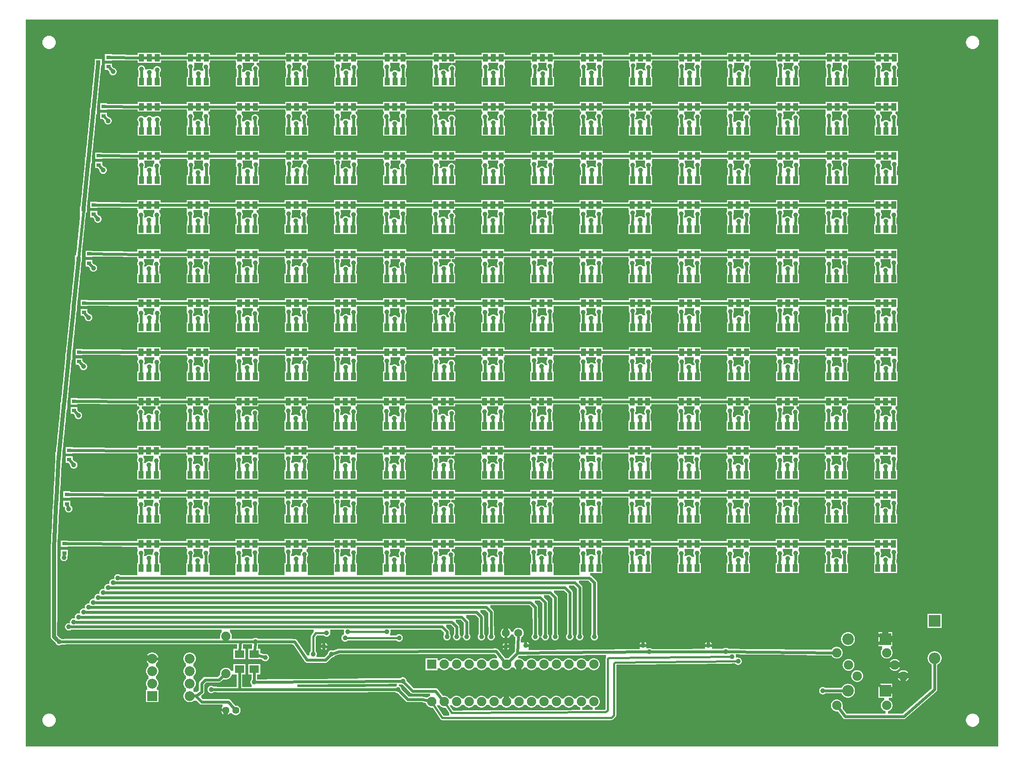
<source format=gtl>
G04 MADE WITH FRITZING*
G04 WWW.FRITZING.ORG*
G04 DOUBLE SIDED*
G04 HOLES PLATED*
G04 CONTOUR ON CENTER OF CONTOUR VECTOR*
%ASAXBY*%
%FSLAX23Y23*%
%MOIN*%
%OFA0B0*%
%SFA1.0B1.0*%
%ADD10C,0.075000*%
%ADD11C,0.039370*%
%ADD12C,0.079370*%
%ADD13C,0.065000*%
%ADD14C,0.092000*%
%ADD15C,0.074000*%
%ADD16C,0.057000*%
%ADD17R,0.039361X0.059056*%
%ADD18R,0.039389X0.059056*%
%ADD19R,0.039375X0.059056*%
%ADD20R,0.075000X0.075000*%
%ADD21R,0.079370X0.079370*%
%ADD22R,0.035433X0.031496*%
%ADD23R,0.074803X0.062992*%
%ADD24R,0.092000X0.092000*%
%ADD25C,0.024000*%
%ADD26C,0.032000*%
%ADD27C,0.018000*%
%ADD28C,0.016000*%
%LNCOPPER1*%
G90*
G70*
G54D10*
X1177Y1572D03*
X1572Y1572D03*
X1967Y1572D03*
X2357Y1572D03*
X2755Y1572D03*
X3147Y1572D03*
X3526Y1572D03*
X3934Y1572D03*
X4329Y1572D03*
X2268Y911D03*
X124Y5795D03*
G54D11*
X966Y5470D03*
X961Y1589D03*
X1030Y5443D03*
X1092Y5464D03*
X1085Y1585D03*
X6998Y5482D03*
X6935Y5430D03*
X6872Y5484D03*
X6866Y1585D03*
X6929Y1536D03*
X6996Y1596D03*
X6605Y5488D03*
X6599Y1595D03*
X6542Y5433D03*
X6536Y1529D03*
X6477Y5493D03*
X6474Y1586D03*
X6209Y1590D03*
X6211Y5480D03*
X6145Y1548D03*
X6082Y1588D03*
X6086Y5497D03*
X6146Y5440D03*
X5819Y5483D03*
X5757Y5430D03*
X5687Y5493D03*
X5683Y1585D03*
X5749Y1534D03*
X5815Y1585D03*
X5424Y5486D03*
X5418Y1592D03*
X5352Y1544D03*
X5293Y1588D03*
X5295Y5489D03*
X5358Y5440D03*
X5030Y5484D03*
X4966Y5442D03*
X4905Y5496D03*
X4897Y1592D03*
X4961Y1550D03*
X5026Y1592D03*
X4636Y5488D03*
X4632Y1593D03*
X4571Y1551D03*
X4505Y1587D03*
X4509Y5486D03*
X4572Y5439D03*
X4240Y5493D03*
X4183Y5434D03*
X4119Y5491D03*
X4109Y1597D03*
X4172Y1550D03*
X4240Y1588D03*
X3850Y5486D03*
X3844Y1587D03*
X3781Y1542D03*
X3716Y1585D03*
X3721Y5486D03*
X3787Y5439D03*
X3455Y5473D03*
X3447Y1576D03*
X3387Y5439D03*
X3326Y5488D03*
X3325Y1587D03*
X3388Y1547D03*
X3064Y5492D03*
X3056Y1584D03*
X2997Y5431D03*
X2991Y1538D03*
X2933Y5488D03*
X2932Y1595D03*
X2669Y5484D03*
X2606Y5441D03*
X2539Y5492D03*
X2535Y1608D03*
X2600Y1545D03*
X2665Y1595D03*
X2270Y5484D03*
X2207Y5433D03*
X2148Y5490D03*
X2272Y1580D03*
X2207Y1545D03*
X2144Y1601D03*
X1879Y5475D03*
X1877Y1595D03*
X1818Y5433D03*
X1812Y1542D03*
X1751Y5486D03*
X1747Y1591D03*
X1482Y1591D03*
X1484Y5488D03*
X1421Y5435D03*
X1415Y1532D03*
X1358Y1591D03*
X1360Y5490D03*
X1026Y1549D03*
X960Y2719D03*
X963Y3515D03*
X961Y4299D03*
X964Y5065D03*
X963Y3125D03*
X960Y2336D03*
X962Y3910D03*
X965Y4699D03*
X1028Y3476D03*
X1025Y2680D03*
X1027Y4261D03*
X1029Y5066D03*
X1091Y3515D03*
X1088Y2718D03*
X1089Y4299D03*
X1092Y5065D03*
X1085Y2332D03*
X1088Y3121D03*
X1086Y3906D03*
X1089Y4695D03*
X6996Y3517D03*
X6993Y2721D03*
X6995Y4302D03*
X6996Y5084D03*
X6931Y2669D03*
X6933Y3465D03*
X6932Y4250D03*
X6933Y5032D03*
X6871Y3519D03*
X6868Y2723D03*
X6869Y4304D03*
X6870Y5086D03*
X6868Y3121D03*
X6865Y2332D03*
X6867Y3906D03*
X6870Y4695D03*
X6931Y3072D03*
X6928Y2283D03*
X6930Y3857D03*
X6933Y4646D03*
X6999Y3132D03*
X6996Y2343D03*
X6997Y3918D03*
X7000Y4707D03*
X6603Y3523D03*
X6600Y2727D03*
X6602Y4308D03*
X6603Y5090D03*
X6599Y2342D03*
X6602Y3131D03*
X6600Y3916D03*
X6603Y4705D03*
X6540Y3468D03*
X6538Y2671D03*
X6539Y4252D03*
X6540Y5034D03*
X6538Y3065D03*
X6535Y2276D03*
X6537Y3850D03*
X6540Y4639D03*
X6473Y2732D03*
X6475Y3528D03*
X6474Y4313D03*
X6475Y5095D03*
X6477Y3122D03*
X6474Y2333D03*
X6475Y3907D03*
X6478Y4696D03*
X6209Y2337D03*
X6212Y3126D03*
X6210Y3912D03*
X6213Y4701D03*
X6209Y3515D03*
X6206Y2719D03*
X6208Y4300D03*
X6209Y5082D03*
X6147Y3084D03*
X6144Y2295D03*
X6146Y3869D03*
X6149Y4658D03*
X6082Y2335D03*
X6084Y3124D03*
X6083Y3910D03*
X6086Y4699D03*
X6081Y2736D03*
X6084Y3533D03*
X6083Y4317D03*
X6084Y5099D03*
X6141Y2679D03*
X6144Y3475D03*
X6143Y4260D03*
X6144Y5042D03*
X5814Y2721D03*
X5817Y3518D03*
X5816Y4302D03*
X5817Y5084D03*
X5752Y2669D03*
X5755Y3465D03*
X5754Y4250D03*
X5754Y5032D03*
X5685Y3528D03*
X5683Y2732D03*
X5684Y4313D03*
X5685Y5095D03*
X5683Y2332D03*
X5685Y3121D03*
X5684Y3906D03*
X5687Y4695D03*
X5751Y3070D03*
X5749Y2281D03*
X5750Y3856D03*
X5753Y4645D03*
X5814Y2332D03*
X5817Y3121D03*
X5816Y3906D03*
X5819Y4695D03*
X5422Y3521D03*
X5419Y2725D03*
X5421Y4306D03*
X5421Y5088D03*
X5417Y2339D03*
X5420Y3128D03*
X5419Y3913D03*
X5422Y4702D03*
X5354Y3081D03*
X5351Y2291D03*
X5353Y3866D03*
X5356Y4655D03*
X5292Y2335D03*
X5295Y3124D03*
X5294Y3910D03*
X5297Y4699D03*
X5293Y3525D03*
X5290Y2728D03*
X5292Y4309D03*
X5293Y5091D03*
X5353Y2679D03*
X5356Y3476D03*
X5355Y4260D03*
X5355Y5042D03*
X5028Y3520D03*
X5025Y2723D03*
X5027Y4304D03*
X5027Y5086D03*
X4961Y2681D03*
X4964Y3477D03*
X4963Y4262D03*
X4963Y5044D03*
X4903Y3531D03*
X4900Y2735D03*
X4902Y4316D03*
X4902Y5098D03*
X4897Y2339D03*
X4899Y3128D03*
X4898Y3913D03*
X4901Y4702D03*
X4961Y2297D03*
X4964Y3086D03*
X4963Y3871D03*
X4965Y4660D03*
X5025Y2339D03*
X5028Y3128D03*
X5027Y3913D03*
X5030Y4702D03*
X4634Y3523D03*
X4631Y2727D03*
X4633Y4307D03*
X4634Y5089D03*
X4631Y2340D03*
X4634Y3130D03*
X4633Y3915D03*
X4636Y4704D03*
X4570Y2298D03*
X4573Y3087D03*
X4572Y3873D03*
X4575Y4662D03*
X4507Y3123D03*
X4504Y2334D03*
X4506Y3908D03*
X4509Y4697D03*
X4504Y2725D03*
X4507Y3521D03*
X4506Y4306D03*
X4507Y5088D03*
X4570Y3474D03*
X4567Y2678D03*
X4569Y4258D03*
X4569Y5040D03*
X4236Y2732D03*
X4238Y3528D03*
X4237Y4313D03*
X4238Y5095D03*
X4178Y2672D03*
X4181Y3469D03*
X4180Y4253D03*
X4180Y5035D03*
X4117Y3526D03*
X4114Y2730D03*
X4116Y4311D03*
X4116Y5093D03*
X4109Y2344D03*
X4112Y3133D03*
X4111Y3918D03*
X4113Y4707D03*
X4171Y2297D03*
X4174Y3086D03*
X4173Y3871D03*
X4176Y4660D03*
X4239Y2335D03*
X4242Y3124D03*
X4241Y3910D03*
X4244Y4699D03*
X3848Y3522D03*
X3846Y2725D03*
X3847Y4306D03*
X3848Y5088D03*
X3847Y3123D03*
X3844Y2334D03*
X3845Y3909D03*
X3848Y4698D03*
X3784Y3078D03*
X3781Y2289D03*
X3782Y3863D03*
X3785Y4652D03*
X3719Y3122D03*
X3716Y2332D03*
X3718Y3907D03*
X3720Y4696D03*
X3716Y2725D03*
X3719Y3522D03*
X3718Y4306D03*
X3718Y5088D03*
X3785Y3474D03*
X3783Y2677D03*
X3784Y4258D03*
X3785Y5040D03*
X3453Y3508D03*
X3451Y2712D03*
X3452Y4293D03*
X3453Y5075D03*
X3450Y3112D03*
X3447Y2323D03*
X3449Y3897D03*
X3451Y4686D03*
X3382Y2677D03*
X3385Y3474D03*
X3384Y4258D03*
X3384Y5040D03*
X3324Y3523D03*
X3321Y2727D03*
X3323Y4308D03*
X3323Y5090D03*
X3328Y3123D03*
X3325Y2334D03*
X3326Y3909D03*
X3329Y4698D03*
X3391Y3083D03*
X3388Y2294D03*
X3389Y3869D03*
X3392Y4658D03*
X3062Y3527D03*
X3060Y2731D03*
X3061Y4312D03*
X3062Y5094D03*
X3059Y3120D03*
X3056Y2331D03*
X3057Y3905D03*
X3060Y4694D03*
X2996Y3466D03*
X2993Y2670D03*
X2994Y4251D03*
X2995Y5033D03*
X2994Y3074D03*
X2991Y2285D03*
X2992Y3859D03*
X2995Y4648D03*
X2928Y2727D03*
X2931Y3523D03*
X2930Y4308D03*
X2930Y5090D03*
X2932Y2342D03*
X2934Y3131D03*
X2933Y3916D03*
X2936Y4705D03*
X2665Y2723D03*
X2667Y3520D03*
X2666Y4304D03*
X2667Y5086D03*
X2602Y2679D03*
X2604Y3476D03*
X2603Y4260D03*
X2604Y5042D03*
X2535Y2731D03*
X2538Y3527D03*
X2536Y4312D03*
X2537Y5094D03*
X2538Y3144D03*
X2535Y2355D03*
X2536Y3930D03*
X2539Y4719D03*
X2602Y3081D03*
X2600Y2292D03*
X2601Y3867D03*
X2604Y4656D03*
X2667Y3131D03*
X2665Y2342D03*
X2666Y3916D03*
X2669Y4705D03*
X2266Y2723D03*
X2269Y3520D03*
X2267Y4304D03*
X2268Y5086D03*
X2206Y3468D03*
X2203Y2672D03*
X2204Y4253D03*
X2205Y5035D03*
X2146Y3525D03*
X2144Y2729D03*
X2145Y4310D03*
X2146Y5092D03*
X2274Y3116D03*
X2271Y2327D03*
X2273Y3901D03*
X2276Y4690D03*
X2209Y3081D03*
X2207Y2292D03*
X2208Y3867D03*
X2211Y4656D03*
X2146Y3137D03*
X2144Y2348D03*
X2145Y3922D03*
X2148Y4711D03*
X1877Y3510D03*
X1875Y2714D03*
X1876Y4295D03*
X1877Y5077D03*
X1879Y3131D03*
X1876Y2342D03*
X1878Y3916D03*
X1881Y4705D03*
X1814Y2672D03*
X1816Y3468D03*
X1815Y4253D03*
X1816Y5035D03*
X1814Y3078D03*
X1812Y2289D03*
X1813Y3863D03*
X1816Y4652D03*
X1747Y2725D03*
X1750Y3522D03*
X1748Y4306D03*
X1749Y5088D03*
X1747Y2338D03*
X1750Y3127D03*
X1748Y3912D03*
X1751Y4702D03*
X1482Y2338D03*
X1484Y3127D03*
X1483Y3912D03*
X1486Y4702D03*
X1480Y2727D03*
X1482Y3523D03*
X1481Y4308D03*
X1482Y5090D03*
X1419Y3470D03*
X1417Y2674D03*
X1418Y4255D03*
X1419Y5037D03*
X1418Y3068D03*
X1415Y2279D03*
X1416Y3853D03*
X1419Y4642D03*
X1360Y3127D03*
X1357Y2338D03*
X1359Y3912D03*
X1362Y4702D03*
X1358Y3525D03*
X1356Y2729D03*
X1357Y4310D03*
X1358Y5092D03*
X1025Y2296D03*
X1028Y3085D03*
X1027Y3870D03*
X1030Y4659D03*
X961Y1982D03*
X1085Y1978D03*
X6866Y1978D03*
X6929Y1929D03*
X6996Y1989D03*
X6599Y1988D03*
X6536Y1922D03*
X6474Y1979D03*
X6209Y1984D03*
X6144Y1941D03*
X6082Y1982D03*
X5683Y1978D03*
X5749Y1928D03*
X5815Y1978D03*
X5418Y1985D03*
X5352Y1938D03*
X5292Y1982D03*
X4897Y1985D03*
X4961Y1943D03*
X5025Y1985D03*
X4632Y1987D03*
X4571Y1944D03*
X4505Y1980D03*
X4109Y1990D03*
X4172Y1943D03*
X4239Y1982D03*
X3844Y1981D03*
X3781Y1935D03*
X3716Y1979D03*
X3447Y1969D03*
X3325Y1981D03*
X3388Y1940D03*
X3056Y1977D03*
X2991Y1931D03*
X2932Y1988D03*
X2535Y2002D03*
X2600Y1939D03*
X2665Y1988D03*
X2272Y1973D03*
X2207Y1939D03*
X2144Y1994D03*
X1877Y1988D03*
X1812Y1935D03*
X1747Y1984D03*
X1482Y1984D03*
X1415Y1925D03*
X1358Y1984D03*
X1025Y1942D03*
G54D10*
X3291Y699D03*
X3291Y399D03*
X3391Y699D03*
X3391Y399D03*
X3491Y699D03*
X3491Y399D03*
X3591Y699D03*
X3591Y399D03*
X3691Y699D03*
X3691Y399D03*
X3791Y699D03*
X3791Y399D03*
X3891Y699D03*
X3891Y399D03*
X3991Y699D03*
X3991Y399D03*
X4091Y699D03*
X4091Y399D03*
X4191Y699D03*
X4191Y399D03*
X4291Y699D03*
X4291Y399D03*
X4391Y699D03*
X4391Y399D03*
X4491Y699D03*
X4491Y399D03*
X4591Y699D03*
X4591Y399D03*
X3291Y699D03*
X3291Y399D03*
X3391Y699D03*
X3391Y399D03*
X3491Y699D03*
X3491Y399D03*
X3591Y699D03*
X3591Y399D03*
X3691Y699D03*
X3691Y399D03*
X3791Y699D03*
X3791Y399D03*
X3891Y699D03*
X3891Y399D03*
X3991Y699D03*
X3991Y399D03*
X4091Y699D03*
X4091Y399D03*
X4191Y699D03*
X4191Y399D03*
X4291Y699D03*
X4291Y399D03*
X4391Y699D03*
X4391Y399D03*
X4491Y699D03*
X4491Y399D03*
X4591Y699D03*
X4591Y399D03*
G54D12*
X1053Y444D03*
X1353Y444D03*
X1053Y544D03*
X1353Y544D03*
X1053Y644D03*
X1353Y644D03*
X1053Y744D03*
X1353Y744D03*
X1053Y444D03*
X1353Y444D03*
X1053Y544D03*
X1353Y544D03*
X1053Y644D03*
X1353Y644D03*
X1053Y744D03*
X1353Y744D03*
G54D11*
X3887Y841D03*
X2430Y842D03*
X2490Y782D03*
X3031Y910D03*
X2598Y910D03*
X2933Y959D03*
X2618Y959D03*
X3021Y497D03*
X5510Y851D03*
X5649Y802D03*
X4045Y851D03*
X3061Y565D03*
X1525Y497D03*
X5698Y762D03*
X5748Y723D03*
X777Y1392D03*
X738Y1353D03*
X659Y1274D03*
X698Y1314D03*
X620Y1235D03*
X580Y1195D03*
X541Y1156D03*
X502Y1117D03*
X462Y1077D03*
X423Y1038D03*
X383Y999D03*
X345Y1555D03*
X383Y1945D03*
X424Y2297D03*
X461Y2693D03*
X502Y3086D03*
X543Y3478D03*
X581Y3875D03*
X617Y4267D03*
X659Y4659D03*
X698Y5055D03*
X738Y5449D03*
X3415Y920D03*
X3494Y920D03*
X3572Y920D03*
X3691Y920D03*
X3769Y920D03*
X4124Y920D03*
X4202Y920D03*
X4281Y920D03*
X4399Y920D03*
X4478Y920D03*
X4596Y920D03*
X305Y880D03*
G54D13*
X3987Y949D03*
X3887Y949D03*
X3987Y949D03*
X3887Y949D03*
X3987Y949D03*
X3887Y949D03*
G54D11*
X1870Y556D03*
X2342Y782D03*
X2450Y949D03*
X1958Y753D03*
X5037Y799D03*
X4986Y852D03*
X1880Y882D03*
G54D14*
X6929Y900D03*
X6629Y900D03*
X6929Y900D03*
X6629Y900D03*
X6929Y487D03*
X6629Y487D03*
X6929Y487D03*
X6629Y487D03*
G54D10*
X6939Y792D03*
X6539Y792D03*
X6939Y792D03*
X6539Y792D03*
X6939Y369D03*
X6539Y369D03*
X6939Y369D03*
X6539Y369D03*
G54D11*
X6427Y487D03*
G54D10*
X6702Y605D03*
X7072Y605D03*
X6702Y605D03*
X7072Y605D03*
X6702Y605D03*
X7072Y605D03*
X6633Y693D03*
X7003Y693D03*
X6633Y693D03*
X7003Y693D03*
X6633Y693D03*
X7003Y693D03*
G54D14*
X7322Y1048D03*
X7322Y748D03*
X7322Y1048D03*
X7322Y748D03*
G54D15*
X1643Y625D03*
X1643Y925D03*
X1643Y625D03*
X1643Y925D03*
X1643Y625D03*
X1643Y925D03*
G54D16*
X1722Y329D03*
X1643Y329D03*
X1722Y329D03*
X1643Y329D03*
X1722Y329D03*
X1643Y329D03*
G54D17*
X962Y1471D03*
G54D18*
X1025Y1471D03*
G54D19*
X1088Y1471D03*
X1088Y1664D03*
G54D18*
X1025Y1664D03*
G54D17*
X962Y1664D03*
X4112Y1471D03*
G54D18*
X4175Y1471D03*
G54D19*
X4238Y1471D03*
X4238Y1664D03*
G54D18*
X4175Y1664D03*
G54D17*
X4112Y1664D03*
X4116Y5369D03*
G54D18*
X4179Y5369D03*
G54D19*
X4242Y5369D03*
X4242Y5562D03*
G54D18*
X4179Y5562D03*
G54D17*
X4116Y5562D03*
X966Y5369D03*
G54D18*
X1029Y5369D03*
G54D19*
X1092Y5369D03*
X1092Y5562D03*
G54D18*
X1029Y5562D03*
G54D17*
X966Y5562D03*
X4505Y1471D03*
G54D18*
X4568Y1471D03*
G54D19*
X4631Y1471D03*
X4631Y1664D03*
G54D18*
X4568Y1664D03*
G54D17*
X4505Y1664D03*
X4509Y5369D03*
G54D18*
X4572Y5369D03*
G54D19*
X4635Y5369D03*
X4635Y5562D03*
G54D18*
X4572Y5562D03*
G54D17*
X4509Y5562D03*
X1356Y1471D03*
G54D18*
X1419Y1471D03*
G54D19*
X1482Y1471D03*
X1482Y1664D03*
G54D18*
X1419Y1664D03*
G54D17*
X1356Y1664D03*
X1360Y5369D03*
G54D18*
X1423Y5369D03*
G54D19*
X1486Y5369D03*
X1486Y5562D03*
G54D18*
X1423Y5562D03*
G54D17*
X1360Y5562D03*
X1749Y1471D03*
G54D18*
X1812Y1471D03*
G54D19*
X1875Y1471D03*
X1875Y1664D03*
G54D18*
X1812Y1664D03*
G54D17*
X1749Y1664D03*
X4903Y5369D03*
G54D18*
X4966Y5369D03*
G54D19*
X5029Y5369D03*
X5029Y5562D03*
G54D18*
X4966Y5562D03*
G54D17*
X4903Y5562D03*
X4899Y1471D03*
G54D18*
X4962Y1471D03*
G54D19*
X5025Y1471D03*
X5025Y1664D03*
G54D18*
X4962Y1664D03*
G54D17*
X4899Y1664D03*
X1753Y5369D03*
G54D18*
X1816Y5369D03*
G54D19*
X1879Y5369D03*
X1879Y5562D03*
G54D18*
X1816Y5562D03*
G54D17*
X1753Y5562D03*
X5293Y1471D03*
G54D18*
X5356Y1471D03*
G54D19*
X5419Y1471D03*
X5419Y1664D03*
G54D18*
X5356Y1664D03*
G54D17*
X5293Y1664D03*
X5297Y5369D03*
G54D18*
X5360Y5369D03*
G54D19*
X5423Y5369D03*
X5423Y5562D03*
G54D18*
X5360Y5562D03*
G54D17*
X5297Y5562D03*
X2147Y5369D03*
G54D18*
X2210Y5369D03*
G54D19*
X2273Y5369D03*
X2273Y5562D03*
G54D18*
X2210Y5562D03*
G54D17*
X2147Y5562D03*
X2143Y1471D03*
G54D18*
X2206Y1471D03*
G54D19*
X2269Y1471D03*
X2269Y1664D03*
G54D18*
X2206Y1664D03*
G54D17*
X2143Y1664D03*
X2541Y5369D03*
G54D18*
X2604Y5369D03*
G54D19*
X2667Y5369D03*
X2667Y5562D03*
G54D18*
X2604Y5562D03*
G54D17*
X2541Y5562D03*
X2537Y1471D03*
G54D18*
X2600Y1471D03*
G54D19*
X2663Y1471D03*
X2663Y1664D03*
G54D18*
X2600Y1664D03*
G54D17*
X2537Y1664D03*
X5690Y5369D03*
G54D18*
X5753Y5369D03*
G54D19*
X5816Y5369D03*
X5816Y5562D03*
G54D18*
X5753Y5562D03*
G54D17*
X5690Y5562D03*
X5686Y1471D03*
G54D18*
X5749Y1471D03*
G54D19*
X5812Y1471D03*
X5812Y1664D03*
G54D18*
X5749Y1664D03*
G54D17*
X5686Y1664D03*
X6080Y1471D03*
G54D18*
X6143Y1471D03*
G54D19*
X6206Y1471D03*
X6206Y1664D03*
G54D18*
X6143Y1664D03*
G54D17*
X6080Y1664D03*
X6084Y5369D03*
G54D18*
X6147Y5369D03*
G54D19*
X6210Y5369D03*
X6210Y5562D03*
G54D18*
X6147Y5562D03*
G54D17*
X6084Y5562D03*
X2930Y1471D03*
G54D18*
X2993Y1471D03*
G54D19*
X3056Y1471D03*
X3056Y1664D03*
G54D18*
X2993Y1664D03*
G54D17*
X2930Y1664D03*
X2935Y5369D03*
G54D18*
X2998Y5369D03*
G54D19*
X3061Y5369D03*
X3061Y5562D03*
G54D18*
X2998Y5562D03*
G54D17*
X2935Y5562D03*
X3324Y1471D03*
G54D18*
X3387Y1471D03*
G54D19*
X3450Y1471D03*
X3450Y1664D03*
G54D18*
X3387Y1664D03*
G54D17*
X3324Y1664D03*
X6478Y5369D03*
G54D18*
X6541Y5369D03*
G54D19*
X6604Y5369D03*
X6604Y5562D03*
G54D18*
X6541Y5562D03*
G54D17*
X6478Y5562D03*
X3328Y5369D03*
G54D18*
X3391Y5369D03*
G54D19*
X3454Y5369D03*
X3454Y5562D03*
G54D18*
X3391Y5562D03*
G54D17*
X3328Y5562D03*
X6474Y1471D03*
G54D18*
X6537Y1471D03*
G54D19*
X6600Y1471D03*
X6600Y1664D03*
G54D18*
X6537Y1664D03*
G54D17*
X6474Y1664D03*
X3722Y5369D03*
G54D18*
X3785Y5369D03*
G54D19*
X3848Y5369D03*
X3848Y5562D03*
G54D18*
X3785Y5562D03*
G54D17*
X3722Y5562D03*
X6867Y1471D03*
G54D18*
X6930Y1471D03*
G54D19*
X6993Y1471D03*
X6993Y1664D03*
G54D18*
X6930Y1664D03*
G54D17*
X6867Y1664D03*
X6872Y5369D03*
G54D18*
X6935Y5369D03*
G54D19*
X6998Y5369D03*
X6998Y5562D03*
G54D18*
X6935Y5562D03*
G54D17*
X6872Y5562D03*
X3718Y1471D03*
G54D18*
X3781Y1471D03*
G54D19*
X3844Y1471D03*
X3844Y1664D03*
G54D18*
X3781Y1664D03*
G54D17*
X3718Y1664D03*
X964Y3007D03*
G54D18*
X1027Y3007D03*
G54D19*
X1090Y3007D03*
X1090Y3200D03*
G54D18*
X1027Y3200D03*
G54D17*
X964Y3200D03*
X961Y2218D03*
G54D18*
X1024Y2218D03*
G54D19*
X1087Y2218D03*
X1087Y2411D03*
G54D18*
X1024Y2411D03*
G54D17*
X961Y2411D03*
X963Y3792D03*
G54D18*
X1026Y3792D03*
G54D19*
X1089Y3792D03*
X1089Y3985D03*
G54D18*
X1026Y3985D03*
G54D17*
X963Y3985D03*
X966Y4581D03*
G54D18*
X1029Y4581D03*
G54D19*
X1092Y4581D03*
X1092Y4774D03*
G54D18*
X1029Y4774D03*
G54D17*
X966Y4774D03*
X4111Y2218D03*
G54D18*
X4174Y2218D03*
G54D19*
X4237Y2218D03*
X4237Y2411D03*
G54D18*
X4174Y2411D03*
G54D17*
X4111Y2411D03*
X4114Y3007D03*
G54D18*
X4177Y3007D03*
G54D19*
X4240Y3007D03*
X4240Y3200D03*
G54D18*
X4177Y3200D03*
G54D17*
X4114Y3200D03*
X4113Y3792D03*
G54D18*
X4176Y3792D03*
G54D19*
X4239Y3792D03*
X4239Y3985D03*
G54D18*
X4176Y3985D03*
G54D17*
X4113Y3985D03*
X4115Y4581D03*
G54D18*
X4178Y4581D03*
G54D19*
X4241Y4581D03*
X4241Y4774D03*
G54D18*
X4178Y4774D03*
G54D17*
X4115Y4774D03*
X4114Y3401D03*
G54D18*
X4177Y3401D03*
G54D19*
X4240Y3401D03*
X4240Y3594D03*
G54D18*
X4177Y3594D03*
G54D17*
X4114Y3594D03*
X4111Y2612D03*
G54D18*
X4174Y2612D03*
G54D19*
X4237Y2612D03*
X4237Y2805D03*
G54D18*
X4174Y2805D03*
G54D17*
X4111Y2805D03*
X4113Y4186D03*
G54D18*
X4176Y4186D03*
G54D19*
X4239Y4186D03*
X4239Y4379D03*
G54D18*
X4176Y4379D03*
G54D17*
X4113Y4379D03*
X4115Y4975D03*
G54D18*
X4178Y4975D03*
G54D19*
X4241Y4975D03*
X4241Y5168D03*
G54D18*
X4178Y5168D03*
G54D17*
X4115Y5168D03*
X964Y3401D03*
G54D18*
X1027Y3401D03*
G54D19*
X1090Y3401D03*
X1090Y3594D03*
G54D18*
X1027Y3594D03*
G54D17*
X964Y3594D03*
X961Y2612D03*
G54D18*
X1024Y2612D03*
G54D19*
X1087Y2612D03*
X1087Y2805D03*
G54D18*
X1024Y2805D03*
G54D17*
X961Y2805D03*
X963Y4186D03*
G54D18*
X1026Y4186D03*
G54D19*
X1089Y4186D03*
X1089Y4379D03*
G54D18*
X1026Y4379D03*
G54D17*
X963Y4379D03*
X966Y4975D03*
G54D18*
X1029Y4975D03*
G54D19*
X1092Y4975D03*
X1092Y5168D03*
G54D18*
X1029Y5168D03*
G54D17*
X966Y5168D03*
X4508Y3007D03*
G54D18*
X4571Y3007D03*
G54D19*
X4634Y3007D03*
X4634Y3200D03*
G54D18*
X4571Y3200D03*
G54D17*
X4508Y3200D03*
X4505Y2218D03*
G54D18*
X4568Y2218D03*
G54D19*
X4631Y2218D03*
X4631Y2411D03*
G54D18*
X4568Y2411D03*
G54D17*
X4505Y2411D03*
X4506Y3792D03*
G54D18*
X4569Y3792D03*
G54D19*
X4632Y3792D03*
X4632Y3985D03*
G54D18*
X4569Y3985D03*
G54D17*
X4506Y3985D03*
X4509Y4581D03*
G54D18*
X4572Y4581D03*
G54D19*
X4635Y4581D03*
X4635Y4774D03*
G54D18*
X4572Y4774D03*
G54D17*
X4509Y4774D03*
X4508Y3401D03*
G54D18*
X4571Y3401D03*
G54D19*
X4634Y3401D03*
X4634Y3594D03*
G54D18*
X4571Y3594D03*
G54D17*
X4508Y3594D03*
X4505Y2612D03*
G54D18*
X4568Y2612D03*
G54D19*
X4631Y2612D03*
X4631Y2805D03*
G54D18*
X4568Y2805D03*
G54D17*
X4505Y2805D03*
X4506Y4186D03*
G54D18*
X4569Y4186D03*
G54D19*
X4632Y4186D03*
X4632Y4379D03*
G54D18*
X4569Y4379D03*
G54D17*
X4506Y4379D03*
X4509Y4975D03*
G54D18*
X4572Y4975D03*
G54D19*
X4635Y4975D03*
X4635Y5168D03*
G54D18*
X4572Y5168D03*
G54D17*
X4509Y5168D03*
X1358Y3007D03*
G54D18*
X1421Y3007D03*
G54D19*
X1484Y3007D03*
X1484Y3200D03*
G54D18*
X1421Y3200D03*
G54D17*
X1358Y3200D03*
X1355Y2218D03*
G54D18*
X1418Y2218D03*
G54D19*
X1481Y2218D03*
X1481Y2411D03*
G54D18*
X1418Y2411D03*
G54D17*
X1355Y2411D03*
X1357Y3792D03*
G54D18*
X1420Y3792D03*
G54D19*
X1483Y3792D03*
X1483Y3985D03*
G54D18*
X1420Y3985D03*
G54D17*
X1357Y3985D03*
X1360Y4581D03*
G54D18*
X1423Y4581D03*
G54D19*
X1486Y4581D03*
X1486Y4774D03*
G54D18*
X1423Y4774D03*
G54D17*
X1360Y4774D03*
X1355Y2612D03*
G54D18*
X1418Y2612D03*
G54D19*
X1481Y2612D03*
X1481Y2805D03*
G54D18*
X1418Y2805D03*
G54D17*
X1355Y2805D03*
X1358Y3401D03*
G54D18*
X1421Y3401D03*
G54D19*
X1484Y3401D03*
X1484Y3594D03*
G54D18*
X1421Y3594D03*
G54D17*
X1358Y3594D03*
X1357Y4186D03*
G54D18*
X1420Y4186D03*
G54D19*
X1483Y4186D03*
X1483Y4379D03*
G54D18*
X1420Y4379D03*
G54D17*
X1357Y4379D03*
X1360Y4975D03*
G54D18*
X1423Y4975D03*
G54D19*
X1486Y4975D03*
X1486Y5168D03*
G54D18*
X1423Y5168D03*
G54D17*
X1360Y5168D03*
X1752Y3007D03*
G54D18*
X1815Y3007D03*
G54D19*
X1878Y3007D03*
X1878Y3200D03*
G54D18*
X1815Y3200D03*
G54D17*
X1752Y3200D03*
X1749Y2218D03*
G54D18*
X1812Y2218D03*
G54D19*
X1875Y2218D03*
X1875Y2411D03*
G54D18*
X1812Y2411D03*
G54D17*
X1749Y2411D03*
X1750Y3792D03*
G54D18*
X1813Y3792D03*
G54D19*
X1876Y3792D03*
X1876Y3985D03*
G54D18*
X1813Y3985D03*
G54D17*
X1750Y3985D03*
X1753Y4581D03*
G54D18*
X1816Y4581D03*
G54D19*
X1879Y4581D03*
X1879Y4774D03*
G54D18*
X1816Y4774D03*
G54D17*
X1753Y4774D03*
X4898Y2612D03*
G54D18*
X4961Y2612D03*
G54D19*
X5024Y2612D03*
X5024Y2805D03*
G54D18*
X4961Y2805D03*
G54D17*
X4898Y2805D03*
X4901Y3401D03*
G54D18*
X4964Y3401D03*
G54D19*
X5027Y3401D03*
X5027Y3594D03*
G54D18*
X4964Y3594D03*
G54D17*
X4901Y3594D03*
X4900Y4186D03*
G54D18*
X4963Y4186D03*
G54D19*
X5026Y4186D03*
X5026Y4379D03*
G54D18*
X4963Y4379D03*
G54D17*
X4900Y4379D03*
X4903Y4975D03*
G54D18*
X4966Y4975D03*
G54D19*
X5029Y4975D03*
X5029Y5168D03*
G54D18*
X4966Y5168D03*
G54D17*
X4903Y5168D03*
X4901Y3007D03*
G54D18*
X4964Y3007D03*
G54D19*
X5027Y3007D03*
X5027Y3200D03*
G54D18*
X4964Y3200D03*
G54D17*
X4901Y3200D03*
X4898Y2218D03*
G54D18*
X4961Y2218D03*
G54D19*
X5024Y2218D03*
X5024Y2411D03*
G54D18*
X4961Y2411D03*
G54D17*
X4898Y2411D03*
X4900Y3792D03*
G54D18*
X4963Y3792D03*
G54D19*
X5026Y3792D03*
X5026Y3985D03*
G54D18*
X4963Y3985D03*
G54D17*
X4900Y3985D03*
X4903Y4581D03*
G54D18*
X4966Y4581D03*
G54D19*
X5029Y4581D03*
X5029Y4774D03*
G54D18*
X4966Y4774D03*
G54D17*
X4903Y4774D03*
X1752Y3401D03*
G54D18*
X1815Y3401D03*
G54D19*
X1878Y3401D03*
X1878Y3594D03*
G54D18*
X1815Y3594D03*
G54D17*
X1752Y3594D03*
X1749Y2612D03*
G54D18*
X1812Y2612D03*
G54D19*
X1875Y2612D03*
X1875Y2805D03*
G54D18*
X1812Y2805D03*
G54D17*
X1749Y2805D03*
X1750Y4186D03*
G54D18*
X1813Y4186D03*
G54D19*
X1876Y4186D03*
X1876Y4379D03*
G54D18*
X1813Y4379D03*
G54D17*
X1750Y4379D03*
X1753Y4975D03*
G54D18*
X1816Y4975D03*
G54D19*
X1879Y4975D03*
X1879Y5168D03*
G54D18*
X1816Y5168D03*
G54D17*
X1753Y5168D03*
X5295Y3007D03*
G54D18*
X5358Y3007D03*
G54D19*
X5421Y3007D03*
X5421Y3200D03*
G54D18*
X5358Y3200D03*
G54D17*
X5295Y3200D03*
X5292Y2218D03*
G54D18*
X5355Y2218D03*
G54D19*
X5418Y2218D03*
X5418Y2411D03*
G54D18*
X5355Y2411D03*
G54D17*
X5292Y2411D03*
X5294Y3792D03*
G54D18*
X5357Y3792D03*
G54D19*
X5420Y3792D03*
X5420Y3985D03*
G54D18*
X5357Y3985D03*
G54D17*
X5294Y3985D03*
X5297Y4581D03*
G54D18*
X5360Y4581D03*
G54D19*
X5423Y4581D03*
X5423Y4774D03*
G54D18*
X5360Y4774D03*
G54D17*
X5297Y4774D03*
X5292Y2612D03*
G54D18*
X5355Y2612D03*
G54D19*
X5418Y2612D03*
X5418Y2805D03*
G54D18*
X5355Y2805D03*
G54D17*
X5292Y2805D03*
X5295Y3401D03*
G54D18*
X5358Y3401D03*
G54D19*
X5421Y3401D03*
X5421Y3594D03*
G54D18*
X5358Y3594D03*
G54D17*
X5295Y3594D03*
X5294Y4186D03*
G54D18*
X5357Y4186D03*
G54D19*
X5420Y4186D03*
X5420Y4379D03*
G54D18*
X5357Y4379D03*
G54D17*
X5294Y4379D03*
X5297Y4975D03*
G54D18*
X5360Y4975D03*
G54D19*
X5423Y4975D03*
X5423Y5168D03*
G54D18*
X5360Y5168D03*
G54D17*
X5297Y5168D03*
X2143Y2612D03*
G54D18*
X2206Y2612D03*
G54D19*
X2269Y2612D03*
X2269Y2805D03*
G54D18*
X2206Y2805D03*
G54D17*
X2143Y2805D03*
X2145Y3401D03*
G54D18*
X2208Y3401D03*
G54D19*
X2271Y3401D03*
X2271Y3594D03*
G54D18*
X2208Y3594D03*
G54D17*
X2145Y3594D03*
X2144Y4186D03*
G54D18*
X2207Y4186D03*
G54D19*
X2270Y4186D03*
X2270Y4379D03*
G54D18*
X2207Y4379D03*
G54D17*
X2144Y4379D03*
X2147Y4975D03*
G54D18*
X2210Y4975D03*
G54D19*
X2273Y4975D03*
X2273Y5168D03*
G54D18*
X2210Y5168D03*
G54D17*
X2147Y5168D03*
X2143Y2218D03*
G54D18*
X2206Y2218D03*
G54D19*
X2269Y2218D03*
X2269Y2411D03*
G54D18*
X2206Y2411D03*
G54D17*
X2143Y2411D03*
X2145Y3007D03*
G54D18*
X2208Y3007D03*
G54D19*
X2271Y3007D03*
X2271Y3200D03*
G54D18*
X2208Y3200D03*
G54D17*
X2145Y3200D03*
X2144Y3792D03*
G54D18*
X2207Y3792D03*
G54D19*
X2270Y3792D03*
X2270Y3985D03*
G54D18*
X2207Y3985D03*
G54D17*
X2144Y3985D03*
X2147Y4581D03*
G54D18*
X2210Y4581D03*
G54D19*
X2273Y4581D03*
X2273Y4774D03*
G54D18*
X2210Y4774D03*
G54D17*
X2147Y4774D03*
X2539Y3401D03*
G54D18*
X2602Y3401D03*
G54D19*
X2665Y3401D03*
X2665Y3594D03*
G54D18*
X2602Y3594D03*
G54D17*
X2539Y3594D03*
X2536Y2612D03*
G54D18*
X2599Y2612D03*
G54D19*
X2662Y2612D03*
X2662Y2805D03*
G54D18*
X2599Y2805D03*
G54D17*
X2536Y2805D03*
X2538Y4186D03*
G54D18*
X2601Y4186D03*
G54D19*
X2664Y4186D03*
X2664Y4379D03*
G54D18*
X2601Y4379D03*
G54D17*
X2538Y4379D03*
X2541Y4975D03*
G54D18*
X2604Y4975D03*
G54D19*
X2667Y4975D03*
X2667Y5168D03*
G54D18*
X2604Y5168D03*
G54D17*
X2541Y5168D03*
X2536Y2218D03*
G54D18*
X2599Y2218D03*
G54D19*
X2662Y2218D03*
X2662Y2411D03*
G54D18*
X2599Y2411D03*
G54D17*
X2536Y2411D03*
X2539Y3007D03*
G54D18*
X2602Y3007D03*
G54D19*
X2665Y3007D03*
X2665Y3200D03*
G54D18*
X2602Y3200D03*
G54D17*
X2539Y3200D03*
X2538Y3792D03*
G54D18*
X2601Y3792D03*
G54D19*
X2664Y3792D03*
X2664Y3985D03*
G54D18*
X2601Y3985D03*
G54D17*
X2538Y3985D03*
X2541Y4581D03*
G54D18*
X2604Y4581D03*
G54D19*
X2667Y4581D03*
X2667Y4774D03*
G54D18*
X2604Y4774D03*
G54D17*
X2541Y4774D03*
X5689Y3401D03*
G54D18*
X5752Y3401D03*
G54D19*
X5815Y3401D03*
X5815Y3594D03*
G54D18*
X5752Y3594D03*
G54D17*
X5689Y3594D03*
X5686Y2612D03*
G54D18*
X5749Y2612D03*
G54D19*
X5812Y2612D03*
X5812Y2805D03*
G54D18*
X5749Y2805D03*
G54D17*
X5686Y2805D03*
X5687Y4186D03*
G54D18*
X5750Y4186D03*
G54D19*
X5813Y4186D03*
X5813Y4379D03*
G54D18*
X5750Y4379D03*
G54D17*
X5687Y4379D03*
X5690Y4975D03*
G54D18*
X5753Y4975D03*
G54D19*
X5816Y4975D03*
X5816Y5168D03*
G54D18*
X5753Y5168D03*
G54D17*
X5690Y5168D03*
X5689Y3007D03*
G54D18*
X5752Y3007D03*
G54D19*
X5815Y3007D03*
X5815Y3200D03*
G54D18*
X5752Y3200D03*
G54D17*
X5689Y3200D03*
X5686Y2218D03*
G54D18*
X5749Y2218D03*
G54D19*
X5812Y2218D03*
X5812Y2411D03*
G54D18*
X5749Y2411D03*
G54D17*
X5686Y2411D03*
X5687Y3792D03*
G54D18*
X5750Y3792D03*
G54D19*
X5813Y3792D03*
X5813Y3985D03*
G54D18*
X5750Y3985D03*
G54D17*
X5687Y3985D03*
X5690Y4581D03*
G54D18*
X5753Y4581D03*
G54D19*
X5816Y4581D03*
X5816Y4774D03*
G54D18*
X5753Y4774D03*
G54D17*
X5690Y4774D03*
X6080Y2218D03*
G54D18*
X6143Y2218D03*
G54D19*
X6206Y2218D03*
X6206Y2411D03*
G54D18*
X6143Y2411D03*
G54D17*
X6080Y2411D03*
X6082Y3007D03*
G54D18*
X6145Y3007D03*
G54D19*
X6208Y3007D03*
X6208Y3200D03*
G54D18*
X6145Y3200D03*
G54D17*
X6082Y3200D03*
X6081Y3792D03*
G54D18*
X6144Y3792D03*
G54D19*
X6207Y3792D03*
X6207Y3985D03*
G54D18*
X6144Y3985D03*
G54D17*
X6081Y3985D03*
X6084Y4581D03*
G54D18*
X6147Y4581D03*
G54D19*
X6210Y4581D03*
X6210Y4774D03*
G54D18*
X6147Y4774D03*
G54D17*
X6084Y4774D03*
X6082Y3401D03*
G54D18*
X6145Y3401D03*
G54D19*
X6208Y3401D03*
X6208Y3594D03*
G54D18*
X6145Y3594D03*
G54D17*
X6082Y3594D03*
X6080Y2612D03*
G54D18*
X6143Y2612D03*
G54D19*
X6206Y2612D03*
X6206Y2805D03*
G54D18*
X6143Y2805D03*
G54D17*
X6080Y2805D03*
X6081Y4186D03*
G54D18*
X6144Y4186D03*
G54D19*
X6207Y4186D03*
X6207Y4379D03*
G54D18*
X6144Y4379D03*
G54D17*
X6081Y4379D03*
X6084Y4975D03*
G54D18*
X6147Y4975D03*
G54D19*
X6210Y4975D03*
X6210Y5168D03*
G54D18*
X6147Y5168D03*
G54D17*
X6084Y5168D03*
X2933Y3007D03*
G54D18*
X2996Y3007D03*
G54D19*
X3059Y3007D03*
X3059Y3200D03*
G54D18*
X2996Y3200D03*
G54D17*
X2933Y3200D03*
X2930Y2218D03*
G54D18*
X2993Y2218D03*
G54D19*
X3056Y2218D03*
X3056Y2411D03*
G54D18*
X2993Y2411D03*
G54D17*
X2930Y2411D03*
X2932Y3792D03*
G54D18*
X2995Y3792D03*
G54D19*
X3058Y3792D03*
X3058Y3985D03*
G54D18*
X2995Y3985D03*
G54D17*
X2932Y3985D03*
X2934Y4581D03*
G54D18*
X2997Y4581D03*
G54D19*
X3060Y4581D03*
X3060Y4774D03*
G54D18*
X2997Y4774D03*
G54D17*
X2934Y4774D03*
X2933Y3401D03*
G54D18*
X2996Y3401D03*
G54D19*
X3059Y3401D03*
X3059Y3594D03*
G54D18*
X2996Y3594D03*
G54D17*
X2933Y3594D03*
X2930Y2612D03*
G54D18*
X2993Y2612D03*
G54D19*
X3056Y2612D03*
X3056Y2805D03*
G54D18*
X2993Y2805D03*
G54D17*
X2930Y2805D03*
X2932Y4186D03*
G54D18*
X2995Y4186D03*
G54D19*
X3058Y4186D03*
X3058Y4379D03*
G54D18*
X2995Y4379D03*
G54D17*
X2932Y4379D03*
X2934Y4975D03*
G54D18*
X2997Y4975D03*
G54D19*
X3060Y4975D03*
X3060Y5168D03*
G54D18*
X2997Y5168D03*
G54D17*
X2934Y5168D03*
X3324Y2218D03*
G54D18*
X3387Y2218D03*
G54D19*
X3450Y2218D03*
X3450Y2411D03*
G54D18*
X3387Y2411D03*
G54D17*
X3324Y2411D03*
X3326Y3007D03*
G54D18*
X3389Y3007D03*
G54D19*
X3452Y3007D03*
X3452Y3200D03*
G54D18*
X3389Y3200D03*
G54D17*
X3326Y3200D03*
X3325Y3792D03*
G54D18*
X3388Y3792D03*
G54D19*
X3451Y3792D03*
X3451Y3985D03*
G54D18*
X3388Y3985D03*
G54D17*
X3325Y3985D03*
X3328Y4581D03*
G54D18*
X3391Y4581D03*
G54D19*
X3454Y4581D03*
X3454Y4774D03*
G54D18*
X3391Y4774D03*
G54D17*
X3328Y4774D03*
X6473Y2612D03*
G54D18*
X6536Y2612D03*
G54D19*
X6599Y2612D03*
X6599Y2805D03*
G54D18*
X6536Y2805D03*
G54D17*
X6473Y2805D03*
X6476Y3401D03*
G54D18*
X6539Y3401D03*
G54D19*
X6602Y3401D03*
X6602Y3594D03*
G54D18*
X6539Y3594D03*
G54D17*
X6476Y3594D03*
X6475Y4186D03*
G54D18*
X6538Y4186D03*
G54D19*
X6601Y4186D03*
X6601Y4379D03*
G54D18*
X6538Y4379D03*
G54D17*
X6475Y4379D03*
X6478Y4975D03*
G54D18*
X6541Y4975D03*
G54D19*
X6604Y4975D03*
X6604Y5168D03*
G54D18*
X6541Y5168D03*
G54D17*
X6478Y5168D03*
X3324Y2612D03*
G54D18*
X3387Y2612D03*
G54D19*
X3450Y2612D03*
X3450Y2805D03*
G54D18*
X3387Y2805D03*
G54D17*
X3324Y2805D03*
X3326Y3401D03*
G54D18*
X3389Y3401D03*
G54D19*
X3452Y3401D03*
X3452Y3594D03*
G54D18*
X3389Y3594D03*
G54D17*
X3326Y3594D03*
X3325Y4186D03*
G54D18*
X3388Y4186D03*
G54D19*
X3451Y4186D03*
X3451Y4379D03*
G54D18*
X3388Y4379D03*
G54D17*
X3325Y4379D03*
X3328Y4975D03*
G54D18*
X3391Y4975D03*
G54D19*
X3454Y4975D03*
X3454Y5168D03*
G54D18*
X3391Y5168D03*
G54D17*
X3328Y5168D03*
X6473Y2218D03*
G54D18*
X6536Y2218D03*
G54D19*
X6599Y2218D03*
X6599Y2411D03*
G54D18*
X6536Y2411D03*
G54D17*
X6473Y2411D03*
X6476Y3007D03*
G54D18*
X6539Y3007D03*
G54D19*
X6602Y3007D03*
X6602Y3200D03*
G54D18*
X6539Y3200D03*
G54D17*
X6476Y3200D03*
X6475Y3792D03*
G54D18*
X6538Y3792D03*
G54D19*
X6601Y3792D03*
X6601Y3985D03*
G54D18*
X6538Y3985D03*
G54D17*
X6475Y3985D03*
X6478Y4581D03*
G54D18*
X6541Y4581D03*
G54D19*
X6604Y4581D03*
X6604Y4774D03*
G54D18*
X6541Y4774D03*
G54D17*
X6478Y4774D03*
X3717Y2612D03*
G54D18*
X3780Y2612D03*
G54D19*
X3843Y2612D03*
X3843Y2805D03*
G54D18*
X3780Y2805D03*
G54D17*
X3717Y2805D03*
X3720Y3401D03*
G54D18*
X3783Y3401D03*
G54D19*
X3846Y3401D03*
X3846Y3594D03*
G54D18*
X3783Y3594D03*
G54D17*
X3720Y3594D03*
X3719Y4186D03*
G54D18*
X3782Y4186D03*
G54D19*
X3845Y4186D03*
X3845Y4379D03*
G54D18*
X3782Y4379D03*
G54D17*
X3719Y4379D03*
X3722Y4975D03*
G54D18*
X3785Y4975D03*
G54D19*
X3848Y4975D03*
X3848Y5168D03*
G54D18*
X3785Y5168D03*
G54D17*
X3722Y5168D03*
X6870Y3007D03*
G54D18*
X6933Y3007D03*
G54D19*
X6996Y3007D03*
X6996Y3200D03*
G54D18*
X6933Y3200D03*
G54D17*
X6870Y3200D03*
X6867Y2218D03*
G54D18*
X6930Y2218D03*
G54D19*
X6993Y2218D03*
X6993Y2411D03*
G54D18*
X6930Y2411D03*
G54D17*
X6867Y2411D03*
X6869Y3792D03*
G54D18*
X6932Y3792D03*
G54D19*
X6995Y3792D03*
X6995Y3985D03*
G54D18*
X6932Y3985D03*
G54D17*
X6869Y3985D03*
X6871Y4581D03*
G54D18*
X6934Y4581D03*
G54D19*
X6997Y4581D03*
X6997Y4774D03*
G54D18*
X6934Y4774D03*
G54D17*
X6871Y4774D03*
X6867Y2612D03*
G54D18*
X6930Y2612D03*
G54D19*
X6993Y2612D03*
X6993Y2805D03*
G54D18*
X6930Y2805D03*
G54D17*
X6867Y2805D03*
X6870Y3401D03*
G54D18*
X6933Y3401D03*
G54D19*
X6996Y3401D03*
X6996Y3594D03*
G54D18*
X6933Y3594D03*
G54D17*
X6870Y3594D03*
X6869Y4186D03*
G54D18*
X6932Y4186D03*
G54D19*
X6995Y4186D03*
X6995Y4379D03*
G54D18*
X6932Y4379D03*
G54D17*
X6869Y4379D03*
X6871Y4975D03*
G54D18*
X6934Y4975D03*
G54D19*
X6997Y4975D03*
X6997Y5168D03*
G54D18*
X6934Y5168D03*
G54D17*
X6871Y5168D03*
X3717Y2218D03*
G54D18*
X3780Y2218D03*
G54D19*
X3843Y2218D03*
X3843Y2411D03*
G54D18*
X3780Y2411D03*
G54D17*
X3717Y2411D03*
X3720Y3007D03*
G54D18*
X3783Y3007D03*
G54D19*
X3846Y3007D03*
X3846Y3200D03*
G54D18*
X3783Y3200D03*
G54D17*
X3720Y3200D03*
X3719Y3792D03*
G54D18*
X3782Y3792D03*
G54D19*
X3845Y3792D03*
X3845Y3985D03*
G54D18*
X3782Y3985D03*
G54D17*
X3719Y3985D03*
X3722Y4581D03*
G54D18*
X3785Y4581D03*
G54D19*
X3848Y4581D03*
X3848Y4774D03*
G54D18*
X3785Y4774D03*
G54D17*
X3722Y4774D03*
G54D20*
X3291Y699D03*
X3291Y699D03*
G54D21*
X1053Y444D03*
X1053Y444D03*
G54D17*
X962Y1864D03*
G54D18*
X1025Y1864D03*
G54D19*
X1088Y1864D03*
X1088Y2057D03*
G54D18*
X1025Y2057D03*
G54D17*
X962Y2057D03*
X4111Y1864D03*
G54D18*
X4174Y1864D03*
G54D19*
X4237Y1864D03*
X4237Y2057D03*
G54D18*
X4174Y2057D03*
G54D17*
X4111Y2057D03*
X4505Y1864D03*
G54D18*
X4568Y1864D03*
G54D19*
X4631Y1864D03*
X4631Y2057D03*
G54D18*
X4568Y2057D03*
G54D17*
X4505Y2057D03*
X1355Y1864D03*
G54D18*
X1418Y1864D03*
G54D19*
X1481Y1864D03*
X1481Y2057D03*
G54D18*
X1418Y2057D03*
G54D17*
X1355Y2057D03*
X1749Y1864D03*
G54D18*
X1812Y1864D03*
G54D19*
X1875Y1864D03*
X1875Y2057D03*
G54D18*
X1812Y2057D03*
G54D17*
X1749Y2057D03*
X4899Y1864D03*
G54D18*
X4962Y1864D03*
G54D19*
X5025Y1864D03*
X5025Y2057D03*
G54D18*
X4962Y2057D03*
G54D17*
X4899Y2057D03*
X5292Y1864D03*
G54D18*
X5355Y1864D03*
G54D19*
X5418Y1864D03*
X5418Y2057D03*
G54D18*
X5355Y2057D03*
G54D17*
X5292Y2057D03*
X2143Y1864D03*
G54D18*
X2206Y1864D03*
G54D19*
X2269Y1864D03*
X2269Y2057D03*
G54D18*
X2206Y2057D03*
G54D17*
X2143Y2057D03*
X2537Y1864D03*
G54D18*
X2600Y1864D03*
G54D19*
X2663Y1864D03*
X2663Y2057D03*
G54D18*
X2600Y2057D03*
G54D17*
X2537Y2057D03*
X5686Y1864D03*
G54D18*
X5749Y1864D03*
G54D19*
X5812Y1864D03*
X5812Y2057D03*
G54D18*
X5749Y2057D03*
G54D17*
X5686Y2057D03*
X6080Y1864D03*
G54D18*
X6143Y1864D03*
G54D19*
X6206Y1864D03*
X6206Y2057D03*
G54D18*
X6143Y2057D03*
G54D17*
X6080Y2057D03*
X2930Y1864D03*
G54D18*
X2993Y1864D03*
G54D19*
X3056Y1864D03*
X3056Y2057D03*
G54D18*
X2993Y2057D03*
G54D17*
X2930Y2057D03*
X3324Y1864D03*
G54D18*
X3387Y1864D03*
G54D19*
X3450Y1864D03*
X3450Y2057D03*
G54D18*
X3387Y2057D03*
G54D17*
X3324Y2057D03*
X6474Y1864D03*
G54D18*
X6537Y1864D03*
G54D19*
X6600Y1864D03*
X6600Y2057D03*
G54D18*
X6537Y2057D03*
G54D17*
X6474Y2057D03*
X6867Y1864D03*
G54D18*
X6930Y1864D03*
G54D19*
X6993Y1864D03*
X6993Y2057D03*
G54D18*
X6930Y2057D03*
G54D17*
X6867Y2057D03*
X3718Y1864D03*
G54D18*
X3781Y1864D03*
G54D19*
X3844Y1864D03*
X3844Y2057D03*
G54D18*
X3781Y2057D03*
G54D17*
X3718Y2057D03*
G54D22*
X348Y1591D03*
X348Y1666D03*
X265Y1629D03*
X368Y1985D03*
X368Y2060D03*
X285Y2022D03*
X387Y2339D03*
X387Y2414D03*
X305Y2377D03*
X427Y2733D03*
X427Y2808D03*
X344Y2770D03*
X466Y3127D03*
X466Y3201D03*
X383Y3164D03*
X505Y3520D03*
X505Y3595D03*
X423Y3558D03*
X545Y3914D03*
X545Y3989D03*
X462Y3951D03*
X584Y4308D03*
X584Y4382D03*
X502Y4345D03*
X624Y4701D03*
X624Y4776D03*
X541Y4739D03*
X663Y5095D03*
X663Y5170D03*
X580Y5132D03*
X702Y5489D03*
X702Y5564D03*
X620Y5526D03*
G54D23*
X1752Y782D03*
X1752Y660D03*
X1870Y782D03*
X1870Y660D03*
G54D24*
X6929Y900D03*
X6929Y900D03*
X6929Y487D03*
X6929Y487D03*
X7322Y1048D03*
X7322Y1048D03*
G54D25*
X1011Y1664D02*
X976Y1664D01*
D02*
X1015Y5562D02*
X980Y5562D01*
D02*
X1078Y5562D02*
X1043Y5562D01*
D02*
X1074Y1664D02*
X1039Y1664D01*
D02*
X1409Y5562D02*
X1374Y5562D01*
D02*
X1404Y1664D02*
X1370Y1664D01*
D02*
X1472Y5562D02*
X1437Y5562D01*
D02*
X1467Y1664D02*
X1433Y1664D01*
D02*
X1735Y1664D02*
X1496Y1664D01*
D02*
X1739Y5562D02*
X1500Y5562D01*
D02*
X1102Y1664D02*
X1341Y1664D01*
D02*
X1106Y5562D02*
X1346Y5562D01*
D02*
X1802Y5562D02*
X1768Y5562D01*
D02*
X1798Y1664D02*
X1763Y1664D01*
D02*
X1861Y1664D02*
X1826Y1664D01*
D02*
X1865Y5562D02*
X1831Y5562D01*
D02*
X2129Y1664D02*
X1889Y1664D01*
D02*
X2133Y5562D02*
X1894Y5562D01*
D02*
X2196Y5562D02*
X2161Y5562D01*
D02*
X2192Y1664D02*
X2157Y1664D01*
D02*
X2259Y5562D02*
X2224Y5562D01*
D02*
X2255Y1664D02*
X2220Y1664D01*
D02*
X2586Y1664D02*
X2551Y1664D01*
D02*
X2590Y5562D02*
X2555Y5562D01*
D02*
X2614Y1664D02*
X2649Y1664D01*
D02*
X2618Y5562D02*
X2653Y5562D01*
D02*
X2283Y1664D02*
X2523Y1664D01*
D02*
X2287Y5562D02*
X2527Y5562D01*
D02*
X2920Y5562D02*
X2681Y5562D01*
D02*
X2916Y1664D02*
X2677Y1664D01*
D02*
X2979Y1664D02*
X2945Y1664D01*
D02*
X2983Y5562D02*
X2949Y5562D01*
D02*
X3042Y1664D02*
X3008Y1664D01*
D02*
X3046Y5562D02*
X3012Y5562D01*
D02*
X3314Y5562D02*
X3075Y5562D01*
D02*
X3310Y1664D02*
X3071Y1664D01*
D02*
X3377Y5562D02*
X3342Y5562D01*
D02*
X3373Y1664D02*
X3338Y1664D01*
D02*
X3440Y5562D02*
X3405Y5562D01*
D02*
X3436Y1664D02*
X3401Y1664D01*
D02*
X3704Y1664D02*
X3464Y1664D01*
D02*
X3708Y5562D02*
X3468Y5562D01*
D02*
X3771Y5562D02*
X3736Y5562D01*
D02*
X3767Y1664D02*
X3732Y1664D01*
D02*
X3830Y1664D02*
X3795Y1664D01*
D02*
X3834Y5562D02*
X3799Y5562D01*
D02*
X4097Y1664D02*
X3858Y1664D01*
D02*
X4102Y5562D02*
X3862Y5562D01*
D02*
X4160Y1664D02*
X4126Y1664D01*
D02*
X4165Y5562D02*
X4130Y5562D01*
D02*
X4223Y1664D02*
X4189Y1664D01*
D02*
X4228Y5562D02*
X4193Y5562D01*
D02*
X4495Y5562D02*
X4256Y5562D01*
D02*
X4491Y1664D02*
X4252Y1664D01*
D02*
X4554Y1664D02*
X4519Y1664D01*
D02*
X4558Y5562D02*
X4524Y5562D01*
D02*
X4621Y5562D02*
X4587Y5562D01*
D02*
X4617Y1664D02*
X4582Y1664D01*
D02*
X4885Y1664D02*
X4645Y1664D01*
D02*
X4889Y5562D02*
X4650Y5562D01*
D02*
X4952Y5562D02*
X4917Y5562D01*
D02*
X4948Y1664D02*
X4913Y1664D01*
D02*
X5015Y5562D02*
X4980Y5562D01*
D02*
X5011Y1664D02*
X4976Y1664D01*
D02*
X5278Y1664D02*
X5039Y1664D01*
D02*
X5283Y5562D02*
X5043Y5562D01*
D02*
X5346Y5562D02*
X5311Y5562D01*
D02*
X5341Y1664D02*
X5307Y1664D01*
D02*
X5409Y5562D02*
X5374Y5562D01*
D02*
X5404Y1664D02*
X5370Y1664D01*
D02*
X5672Y1664D02*
X5433Y1664D01*
D02*
X5676Y5562D02*
X5437Y5562D01*
D02*
X5735Y1664D02*
X5700Y1664D01*
D02*
X5739Y5562D02*
X5705Y5562D01*
D02*
X5802Y5562D02*
X5768Y5562D01*
D02*
X5798Y1664D02*
X5763Y1664D01*
D02*
X6066Y1664D02*
X5826Y1664D01*
D02*
X6070Y5562D02*
X5831Y5562D01*
D02*
X6133Y5562D02*
X6098Y5562D01*
D02*
X6129Y1664D02*
X6094Y1664D01*
D02*
X6192Y1664D02*
X6157Y1664D01*
D02*
X6196Y5562D02*
X6161Y5562D01*
D02*
X6460Y1664D02*
X6220Y1664D01*
D02*
X6464Y5562D02*
X6224Y5562D01*
D02*
X6527Y5562D02*
X6492Y5562D01*
D02*
X6523Y1664D02*
X6488Y1664D01*
D02*
X6590Y5562D02*
X6555Y5562D01*
D02*
X6586Y1664D02*
X6551Y1664D01*
D02*
X6853Y1664D02*
X6614Y1664D01*
D02*
X6857Y5562D02*
X6618Y5562D01*
D02*
X6916Y1664D02*
X6882Y1664D01*
D02*
X6920Y5562D02*
X6886Y5562D01*
D02*
X6983Y5562D02*
X6949Y5562D01*
D02*
X6979Y1664D02*
X6945Y1664D01*
D02*
X962Y1495D02*
X961Y1570D01*
D02*
X966Y5451D02*
X966Y5393D01*
D02*
X1029Y5424D02*
X1029Y5393D01*
D02*
X1025Y1495D02*
X1025Y1530D01*
D02*
X1092Y5445D02*
X1092Y5393D01*
D02*
X1087Y1495D02*
X1086Y1566D01*
D02*
X1356Y1495D02*
X1358Y1572D01*
D02*
X1360Y5471D02*
X1360Y5393D01*
D02*
X1422Y5416D02*
X1422Y5393D01*
D02*
X1417Y1495D02*
X1416Y1513D01*
D02*
X1482Y1495D02*
X1482Y1572D01*
D02*
X1485Y5469D02*
X1485Y5393D01*
D02*
X1752Y5467D02*
X1753Y5393D01*
D02*
X1749Y1495D02*
X1748Y1572D01*
D02*
X1818Y5414D02*
X1817Y5393D01*
D02*
X1812Y1495D02*
X1812Y1523D01*
D02*
X1879Y5456D02*
X1879Y5393D01*
D02*
X1876Y1495D02*
X1877Y1576D01*
D02*
X2143Y1495D02*
X2144Y1582D01*
D02*
X2148Y5471D02*
X2147Y5393D01*
D02*
X2208Y5414D02*
X2209Y5393D01*
D02*
X2206Y1495D02*
X2207Y1526D01*
D02*
X2271Y5465D02*
X2273Y5393D01*
D02*
X2270Y1495D02*
X2271Y1561D01*
D02*
X2540Y5473D02*
X2541Y5393D01*
D02*
X2536Y1495D02*
X2535Y1589D01*
D02*
X2600Y1495D02*
X2600Y1526D01*
D02*
X2606Y5422D02*
X2605Y5393D01*
D02*
X2669Y5465D02*
X2667Y5393D01*
D02*
X2663Y1495D02*
X2665Y1576D01*
D02*
X2931Y1495D02*
X2932Y1576D01*
D02*
X2933Y5469D02*
X2934Y5393D01*
D02*
X2997Y5412D02*
X2998Y5393D01*
D02*
X2993Y1495D02*
X2992Y1519D01*
D02*
X3064Y5473D02*
X3061Y5393D01*
D02*
X3056Y1495D02*
X3056Y1565D01*
D02*
X3326Y5469D02*
X3328Y5393D01*
D02*
X3324Y1495D02*
X3325Y1568D01*
D02*
X3387Y1495D02*
X3388Y1528D01*
D02*
X3388Y5420D02*
X3390Y5393D01*
D02*
X3455Y5454D02*
X3455Y5393D01*
D02*
X3449Y1495D02*
X3448Y1557D01*
D02*
X3718Y1495D02*
X3717Y1566D01*
D02*
X3721Y5467D02*
X3722Y5393D01*
D02*
X3787Y5420D02*
X3786Y5393D01*
D02*
X3781Y1495D02*
X3781Y1523D01*
D02*
X3844Y1495D02*
X3844Y1568D01*
D02*
X3850Y5467D02*
X3848Y5393D01*
D02*
X4118Y5472D02*
X4116Y5393D01*
D02*
X4111Y1495D02*
X4110Y1578D01*
D02*
X4182Y5415D02*
X4180Y5393D01*
D02*
X4174Y1495D02*
X4173Y1531D01*
D02*
X4241Y5474D02*
X4241Y5393D01*
D02*
X4238Y1495D02*
X4239Y1569D01*
D02*
X4505Y1495D02*
X4505Y1568D01*
D02*
X4509Y5467D02*
X4509Y5393D01*
D02*
X4572Y5420D02*
X4572Y5393D01*
D02*
X4569Y1495D02*
X4570Y1532D01*
D02*
X4636Y5469D02*
X4635Y5393D01*
D02*
X4631Y1495D02*
X4632Y1575D01*
D02*
X4904Y5477D02*
X4903Y5393D01*
D02*
X4899Y1495D02*
X4897Y1573D01*
D02*
X4962Y1495D02*
X4961Y1531D01*
D02*
X4966Y5423D02*
X4966Y5393D01*
D02*
X5025Y1495D02*
X5025Y1573D01*
D02*
X5030Y5465D02*
X5029Y5393D01*
D02*
X5295Y5470D02*
X5296Y5393D01*
D02*
X5293Y1495D02*
X5293Y1569D01*
D02*
X5358Y5421D02*
X5359Y5393D01*
D02*
X5354Y1495D02*
X5353Y1526D01*
D02*
X5423Y5467D02*
X5423Y5393D01*
D02*
X5418Y1495D02*
X5418Y1573D01*
D02*
X5686Y1495D02*
X5684Y1566D01*
D02*
X5688Y5474D02*
X5690Y5393D01*
D02*
X5756Y5411D02*
X5755Y5393D01*
D02*
X5749Y1495D02*
X5749Y1515D01*
D02*
X5813Y1495D02*
X5815Y1566D01*
D02*
X5819Y5464D02*
X5817Y5393D01*
D02*
X6086Y5479D02*
X6085Y5393D01*
D02*
X6080Y1495D02*
X6082Y1569D01*
D02*
X6146Y5421D02*
X6147Y5393D01*
D02*
X6144Y1495D02*
X6144Y1529D01*
D02*
X6211Y5461D02*
X6210Y5393D01*
D02*
X6207Y1495D02*
X6209Y1571D01*
D02*
X6474Y1495D02*
X6474Y1567D01*
D02*
X6477Y5474D02*
X6478Y5393D01*
D02*
X6542Y5414D02*
X6541Y5393D01*
D02*
X6536Y1495D02*
X6536Y1510D01*
D02*
X6600Y1495D02*
X6599Y1576D01*
D02*
X6605Y5469D02*
X6604Y5393D01*
D02*
X6872Y5465D02*
X6872Y5393D01*
D02*
X6867Y1495D02*
X6866Y1566D01*
D02*
X6935Y5411D02*
X6935Y5393D01*
D02*
X6930Y1495D02*
X6929Y1517D01*
D02*
X6998Y5463D02*
X6998Y5393D01*
D02*
X6994Y1495D02*
X6996Y1577D01*
D02*
X1013Y3200D02*
X978Y3200D01*
D02*
X1010Y2411D02*
X976Y2411D01*
D02*
X1012Y3985D02*
X977Y3985D01*
D02*
X1015Y4774D02*
X980Y4774D01*
D02*
X1010Y2805D02*
X976Y2805D01*
D02*
X1013Y3594D02*
X978Y3594D01*
D02*
X1012Y4379D02*
X977Y4379D01*
D02*
X1015Y5168D02*
X980Y5168D01*
D02*
X1073Y2805D02*
X1039Y2805D01*
D02*
X1076Y3594D02*
X1041Y3594D01*
D02*
X1075Y4379D02*
X1040Y4379D01*
D02*
X1078Y5168D02*
X1043Y5168D01*
D02*
X1076Y3200D02*
X1041Y3200D01*
D02*
X1073Y2411D02*
X1039Y2411D01*
D02*
X1075Y3985D02*
X1040Y3985D01*
D02*
X1078Y4774D02*
X1043Y4774D01*
D02*
X1404Y2805D02*
X1369Y2805D01*
D02*
X1407Y3594D02*
X1372Y3594D01*
D02*
X1406Y4379D02*
X1371Y4379D01*
D02*
X1408Y5168D02*
X1374Y5168D01*
D02*
X1407Y3200D02*
X1372Y3200D01*
D02*
X1404Y2411D02*
X1369Y2411D01*
D02*
X1406Y3985D02*
X1371Y3985D01*
D02*
X1408Y4774D02*
X1374Y4774D01*
D02*
X1467Y2805D02*
X1432Y2805D01*
D02*
X1470Y3594D02*
X1435Y3594D01*
D02*
X1469Y4379D02*
X1434Y4379D01*
D02*
X1471Y5168D02*
X1437Y5168D01*
D02*
X1470Y3200D02*
X1435Y3200D01*
D02*
X1467Y2411D02*
X1432Y2411D01*
D02*
X1469Y3985D02*
X1434Y3985D01*
D02*
X1471Y4774D02*
X1437Y4774D01*
D02*
X1735Y2411D02*
X1495Y2411D01*
D02*
X1737Y3200D02*
X1498Y3200D01*
D02*
X1736Y3985D02*
X1497Y3985D01*
D02*
X1739Y4774D02*
X1500Y4774D01*
D02*
X1737Y3594D02*
X1498Y3594D01*
D02*
X1735Y2805D02*
X1495Y2805D01*
D02*
X1736Y4379D02*
X1497Y4379D01*
D02*
X1739Y5168D02*
X1500Y5168D01*
D02*
X1104Y3200D02*
X1344Y3200D01*
D02*
X1102Y2411D02*
X1341Y2411D01*
D02*
X1103Y3985D02*
X1343Y3985D01*
D02*
X1106Y4774D02*
X1345Y4774D01*
D02*
X1102Y2805D02*
X1341Y2805D01*
D02*
X1104Y3594D02*
X1344Y3594D01*
D02*
X1103Y4379D02*
X1343Y4379D01*
D02*
X1106Y5168D02*
X1345Y5168D01*
D02*
X1800Y3594D02*
X1766Y3594D01*
D02*
X1798Y2805D02*
X1763Y2805D01*
D02*
X1799Y4379D02*
X1765Y4379D01*
D02*
X1802Y5168D02*
X1767Y5168D01*
D02*
X1800Y3200D02*
X1766Y3200D01*
D02*
X1798Y2411D02*
X1763Y2411D01*
D02*
X1799Y3985D02*
X1765Y3985D01*
D02*
X1802Y4774D02*
X1767Y4774D01*
D02*
X1861Y2411D02*
X1826Y2411D01*
D02*
X1863Y3200D02*
X1829Y3200D01*
D02*
X1862Y3985D02*
X1828Y3985D01*
D02*
X1865Y4774D02*
X1830Y4774D01*
D02*
X1863Y3594D02*
X1829Y3594D01*
D02*
X1861Y2805D02*
X1826Y2805D01*
D02*
X1862Y4379D02*
X1828Y4379D01*
D02*
X1865Y5168D02*
X1830Y5168D01*
D02*
X2128Y2411D02*
X1889Y2411D01*
D02*
X2131Y3200D02*
X1892Y3200D01*
D02*
X2130Y3985D02*
X1891Y3985D01*
D02*
X2133Y4774D02*
X1893Y4774D01*
D02*
X2128Y2805D02*
X1889Y2805D01*
D02*
X2131Y3594D02*
X1892Y3594D01*
D02*
X2130Y4379D02*
X1891Y4379D01*
D02*
X2133Y5168D02*
X1893Y5168D01*
D02*
X2194Y3594D02*
X2159Y3594D01*
D02*
X2191Y2805D02*
X2157Y2805D01*
D02*
X2193Y4379D02*
X2158Y4379D01*
D02*
X2196Y5168D02*
X2161Y5168D01*
D02*
X2191Y2411D02*
X2157Y2411D01*
D02*
X2194Y3200D02*
X2159Y3200D01*
D02*
X2193Y3985D02*
X2158Y3985D01*
D02*
X2196Y4774D02*
X2161Y4774D01*
D02*
X2257Y3594D02*
X2222Y3594D01*
D02*
X2254Y2805D02*
X2220Y2805D01*
D02*
X2256Y4379D02*
X2221Y4379D01*
D02*
X2259Y5168D02*
X2224Y5168D01*
D02*
X2257Y3200D02*
X2222Y3200D01*
D02*
X2254Y2411D02*
X2220Y2411D01*
D02*
X2256Y3985D02*
X2221Y3985D01*
D02*
X2259Y4774D02*
X2224Y4774D01*
D02*
X2585Y2411D02*
X2550Y2411D01*
D02*
X2588Y3200D02*
X2553Y3200D01*
D02*
X2587Y3985D02*
X2552Y3985D01*
D02*
X2590Y4774D02*
X2555Y4774D01*
D02*
X2585Y2805D02*
X2550Y2805D01*
D02*
X2588Y3594D02*
X2553Y3594D01*
D02*
X2587Y4379D02*
X2552Y4379D01*
D02*
X2590Y5168D02*
X2555Y5168D01*
D02*
X2613Y2411D02*
X2648Y2411D01*
D02*
X2616Y3200D02*
X2651Y3200D01*
D02*
X2615Y3985D02*
X2650Y3985D01*
D02*
X2618Y4774D02*
X2653Y4774D01*
D02*
X2613Y2805D02*
X2648Y2805D01*
D02*
X2616Y3594D02*
X2651Y3594D01*
D02*
X2615Y4379D02*
X2650Y4379D01*
D02*
X2618Y5168D02*
X2653Y5168D01*
D02*
X2285Y3200D02*
X2525Y3200D01*
D02*
X2283Y2411D02*
X2522Y2411D01*
D02*
X2284Y3985D02*
X2524Y3985D01*
D02*
X2287Y4774D02*
X2527Y4774D01*
D02*
X2283Y2805D02*
X2522Y2805D01*
D02*
X2285Y3594D02*
X2525Y3594D01*
D02*
X2284Y4379D02*
X2524Y4379D01*
D02*
X2287Y5168D02*
X2527Y5168D01*
D02*
X2916Y2805D02*
X2676Y2805D01*
D02*
X2919Y3594D02*
X2679Y3594D01*
D02*
X2917Y4379D02*
X2678Y4379D01*
D02*
X2920Y5168D02*
X2681Y5168D01*
D02*
X2919Y3200D02*
X2679Y3200D01*
D02*
X2916Y2411D02*
X2676Y2411D01*
D02*
X2917Y3985D02*
X2678Y3985D01*
D02*
X2920Y4774D02*
X2681Y4774D01*
D02*
X2982Y3200D02*
X2947Y3200D01*
D02*
X2979Y2411D02*
X2944Y2411D01*
D02*
X2980Y3985D02*
X2946Y3985D01*
D02*
X2983Y4774D02*
X2949Y4774D01*
D02*
X2979Y2805D02*
X2944Y2805D01*
D02*
X2982Y3594D02*
X2947Y3594D01*
D02*
X2980Y4379D02*
X2946Y4379D01*
D02*
X2983Y5168D02*
X2949Y5168D01*
D02*
X3042Y2411D02*
X3007Y2411D01*
D02*
X3045Y3200D02*
X3010Y3200D01*
D02*
X3043Y3985D02*
X3009Y3985D01*
D02*
X3046Y4774D02*
X3012Y4774D01*
D02*
X3042Y2805D02*
X3007Y2805D01*
D02*
X3045Y3594D02*
X3010Y3594D01*
D02*
X3043Y4379D02*
X3009Y4379D01*
D02*
X3046Y5168D02*
X3012Y5168D01*
D02*
X3312Y3594D02*
X3073Y3594D01*
D02*
X3309Y2805D02*
X3070Y2805D01*
D02*
X3311Y4379D02*
X3072Y4379D01*
D02*
X3314Y5168D02*
X3075Y5168D01*
D02*
X3309Y2411D02*
X3070Y2411D01*
D02*
X3312Y3200D02*
X3073Y3200D01*
D02*
X3311Y3985D02*
X3072Y3985D01*
D02*
X3314Y4774D02*
X3075Y4774D01*
D02*
X3372Y2805D02*
X3338Y2805D01*
D02*
X3375Y3594D02*
X3341Y3594D01*
D02*
X3374Y4379D02*
X3339Y4379D01*
D02*
X3377Y5168D02*
X3342Y5168D01*
D02*
X3372Y2411D02*
X3338Y2411D01*
D02*
X3375Y3200D02*
X3341Y3200D01*
D02*
X3374Y3985D02*
X3339Y3985D01*
D02*
X3377Y4774D02*
X3342Y4774D01*
D02*
X3438Y3594D02*
X3404Y3594D01*
D02*
X3435Y2805D02*
X3401Y2805D01*
D02*
X3437Y4379D02*
X3402Y4379D01*
D02*
X3440Y5168D02*
X3405Y5168D01*
D02*
X3435Y2411D02*
X3401Y2411D01*
D02*
X3438Y3200D02*
X3404Y3200D01*
D02*
X3437Y3985D02*
X3402Y3985D01*
D02*
X3440Y4774D02*
X3405Y4774D01*
D02*
X3706Y3200D02*
X3467Y3200D01*
D02*
X3703Y2411D02*
X3464Y2411D01*
D02*
X3705Y3985D02*
X3465Y3985D01*
D02*
X3708Y4774D02*
X3468Y4774D01*
D02*
X3703Y2805D02*
X3464Y2805D01*
D02*
X3706Y3594D02*
X3467Y3594D01*
D02*
X3705Y4379D02*
X3465Y4379D01*
D02*
X3708Y5168D02*
X3468Y5168D01*
D02*
X3769Y3594D02*
X3734Y3594D01*
D02*
X3766Y2805D02*
X3731Y2805D01*
D02*
X3768Y4379D02*
X3733Y4379D01*
D02*
X3771Y5168D02*
X3736Y5168D01*
D02*
X3766Y2411D02*
X3731Y2411D01*
D02*
X3769Y3200D02*
X3734Y3200D01*
D02*
X3768Y3985D02*
X3733Y3985D01*
D02*
X3771Y4774D02*
X3736Y4774D01*
D02*
X3829Y2411D02*
X3794Y2411D01*
D02*
X3832Y3200D02*
X3797Y3200D01*
D02*
X3831Y3985D02*
X3796Y3985D01*
D02*
X3834Y4774D02*
X3799Y4774D01*
D02*
X3832Y3594D02*
X3797Y3594D01*
D02*
X3829Y2805D02*
X3794Y2805D01*
D02*
X3831Y4379D02*
X3796Y4379D01*
D02*
X3834Y5168D02*
X3799Y5168D01*
D02*
X4100Y3200D02*
X3860Y3200D01*
D02*
X4097Y2411D02*
X3857Y2411D01*
D02*
X4099Y3985D02*
X3859Y3985D01*
D02*
X4101Y4774D02*
X3862Y4774D01*
D02*
X4100Y3594D02*
X3860Y3594D01*
D02*
X4097Y2805D02*
X3857Y2805D01*
D02*
X4099Y4379D02*
X3859Y4379D01*
D02*
X4101Y5168D02*
X3862Y5168D01*
D02*
X4163Y3200D02*
X4128Y3200D01*
D02*
X4160Y2411D02*
X4125Y2411D01*
D02*
X4162Y3985D02*
X4127Y3985D01*
D02*
X4164Y4774D02*
X4130Y4774D01*
D02*
X4160Y2805D02*
X4125Y2805D01*
D02*
X4163Y3594D02*
X4128Y3594D01*
D02*
X4162Y4379D02*
X4127Y4379D01*
D02*
X4164Y5168D02*
X4130Y5168D01*
D02*
X4223Y2411D02*
X4188Y2411D01*
D02*
X4226Y3200D02*
X4191Y3200D01*
D02*
X4225Y3985D02*
X4190Y3985D01*
D02*
X4227Y4774D02*
X4193Y4774D01*
D02*
X4226Y3594D02*
X4191Y3594D01*
D02*
X4223Y2805D02*
X4188Y2805D01*
D02*
X4225Y4379D02*
X4190Y4379D01*
D02*
X4227Y5168D02*
X4193Y5168D01*
D02*
X4491Y2805D02*
X4251Y2805D01*
D02*
X4493Y3594D02*
X4254Y3594D01*
D02*
X4492Y4379D02*
X4253Y4379D01*
D02*
X4495Y5168D02*
X4256Y5168D01*
D02*
X4493Y3200D02*
X4254Y3200D01*
D02*
X4491Y2411D02*
X4251Y2411D01*
D02*
X4492Y3985D02*
X4253Y3985D01*
D02*
X4495Y4774D02*
X4256Y4774D01*
D02*
X4556Y3200D02*
X4522Y3200D01*
D02*
X4554Y2411D02*
X4519Y2411D01*
D02*
X4555Y3985D02*
X4521Y3985D01*
D02*
X4558Y4774D02*
X4523Y4774D01*
D02*
X4556Y3594D02*
X4522Y3594D01*
D02*
X4554Y2805D02*
X4519Y2805D01*
D02*
X4555Y4379D02*
X4521Y4379D01*
D02*
X4558Y5168D02*
X4523Y5168D01*
D02*
X4617Y2805D02*
X4582Y2805D01*
D02*
X4619Y3594D02*
X4585Y3594D01*
D02*
X4618Y4379D02*
X4584Y4379D01*
D02*
X4621Y5168D02*
X4586Y5168D01*
D02*
X4619Y3200D02*
X4585Y3200D01*
D02*
X4617Y2411D02*
X4582Y2411D01*
D02*
X4618Y3985D02*
X4584Y3985D01*
D02*
X4621Y4774D02*
X4586Y4774D01*
D02*
X4887Y3200D02*
X4648Y3200D01*
D02*
X4884Y2411D02*
X4645Y2411D01*
D02*
X4886Y3985D02*
X4647Y3985D01*
D02*
X4889Y4774D02*
X4649Y4774D01*
D02*
X4887Y3594D02*
X4648Y3594D01*
D02*
X4884Y2805D02*
X4645Y2805D01*
D02*
X4886Y4379D02*
X4647Y4379D01*
D02*
X4889Y5168D02*
X4649Y5168D01*
D02*
X4950Y3594D02*
X4915Y3594D01*
D02*
X4947Y2805D02*
X4913Y2805D01*
D02*
X4949Y4379D02*
X4914Y4379D01*
D02*
X4952Y5168D02*
X4917Y5168D01*
D02*
X4947Y2411D02*
X4913Y2411D01*
D02*
X4950Y3200D02*
X4915Y3200D01*
D02*
X4949Y3985D02*
X4914Y3985D01*
D02*
X4952Y4774D02*
X4917Y4774D01*
D02*
X5010Y2805D02*
X4976Y2805D01*
D02*
X5013Y3594D02*
X4978Y3594D01*
D02*
X5012Y4379D02*
X4977Y4379D01*
D02*
X5015Y5168D02*
X4980Y5168D01*
D02*
X5013Y3200D02*
X4978Y3200D01*
D02*
X5010Y2411D02*
X4976Y2411D01*
D02*
X5012Y3985D02*
X4977Y3985D01*
D02*
X5015Y4774D02*
X4980Y4774D01*
D02*
X5281Y3200D02*
X5041Y3200D01*
D02*
X5278Y2411D02*
X5039Y2411D01*
D02*
X5280Y3985D02*
X5040Y3985D01*
D02*
X5282Y4774D02*
X5043Y4774D01*
D02*
X5278Y2805D02*
X5039Y2805D01*
D02*
X5281Y3594D02*
X5041Y3594D01*
D02*
X5280Y4379D02*
X5040Y4379D01*
D02*
X5282Y5168D02*
X5043Y5168D01*
D02*
X5341Y2805D02*
X5306Y2805D01*
D02*
X5344Y3594D02*
X5309Y3594D01*
D02*
X5343Y4379D02*
X5308Y4379D01*
D02*
X5345Y5168D02*
X5311Y5168D01*
D02*
X5344Y3200D02*
X5309Y3200D01*
D02*
X5341Y2411D02*
X5306Y2411D01*
D02*
X5343Y3985D02*
X5308Y3985D01*
D02*
X5345Y4774D02*
X5311Y4774D01*
D02*
X5404Y2805D02*
X5369Y2805D01*
D02*
X5407Y3594D02*
X5372Y3594D01*
D02*
X5406Y4379D02*
X5371Y4379D01*
D02*
X5408Y5168D02*
X5374Y5168D01*
D02*
X5407Y3200D02*
X5372Y3200D01*
D02*
X5404Y2411D02*
X5369Y2411D01*
D02*
X5406Y3985D02*
X5371Y3985D01*
D02*
X5408Y4774D02*
X5374Y4774D01*
D02*
X5672Y2411D02*
X5432Y2411D01*
D02*
X5674Y3200D02*
X5435Y3200D01*
D02*
X5673Y3985D02*
X5434Y3985D01*
D02*
X5676Y4774D02*
X5437Y4774D01*
D02*
X5674Y3594D02*
X5435Y3594D01*
D02*
X5672Y2805D02*
X5432Y2805D01*
D02*
X5673Y4379D02*
X5434Y4379D01*
D02*
X5676Y5168D02*
X5437Y5168D01*
D02*
X5735Y2411D02*
X5700Y2411D01*
D02*
X5737Y3200D02*
X5703Y3200D01*
D02*
X5736Y3985D02*
X5702Y3985D01*
D02*
X5739Y4774D02*
X5704Y4774D01*
D02*
X5735Y2805D02*
X5700Y2805D01*
D02*
X5737Y3594D02*
X5703Y3594D01*
D02*
X5736Y4379D02*
X5702Y4379D01*
D02*
X5739Y5168D02*
X5704Y5168D01*
D02*
X5798Y2805D02*
X5763Y2805D01*
D02*
X5800Y3594D02*
X5766Y3594D01*
D02*
X5799Y4379D02*
X5765Y4379D01*
D02*
X5802Y5168D02*
X5767Y5168D01*
D02*
X5798Y2411D02*
X5763Y2411D01*
D02*
X5800Y3200D02*
X5766Y3200D01*
D02*
X5799Y3985D02*
X5765Y3985D01*
D02*
X5802Y4774D02*
X5767Y4774D01*
D02*
X6065Y2411D02*
X5826Y2411D01*
D02*
X6068Y3200D02*
X5829Y3200D01*
D02*
X6067Y3985D02*
X5828Y3985D01*
D02*
X6070Y4774D02*
X5830Y4774D01*
D02*
X6065Y2805D02*
X5826Y2805D01*
D02*
X6068Y3594D02*
X5829Y3594D01*
D02*
X6067Y4379D02*
X5828Y4379D01*
D02*
X6070Y5168D02*
X5830Y5168D01*
D02*
X6131Y3594D02*
X6096Y3594D01*
D02*
X6128Y2805D02*
X6094Y2805D01*
D02*
X6130Y4379D02*
X6095Y4379D01*
D02*
X6133Y5168D02*
X6098Y5168D01*
D02*
X6131Y3200D02*
X6096Y3200D01*
D02*
X6128Y2411D02*
X6094Y2411D01*
D02*
X6130Y3985D02*
X6095Y3985D01*
D02*
X6133Y4774D02*
X6098Y4774D01*
D02*
X6191Y2411D02*
X6157Y2411D01*
D02*
X6194Y3200D02*
X6159Y3200D01*
D02*
X6193Y3985D02*
X6158Y3985D01*
D02*
X6196Y4774D02*
X6161Y4774D01*
D02*
X6194Y3594D02*
X6159Y3594D01*
D02*
X6191Y2805D02*
X6157Y2805D01*
D02*
X6193Y4379D02*
X6158Y4379D01*
D02*
X6196Y5168D02*
X6161Y5168D01*
D02*
X6462Y3200D02*
X6222Y3200D01*
D02*
X6459Y2411D02*
X6220Y2411D01*
D02*
X6461Y3985D02*
X6221Y3985D01*
D02*
X6464Y4774D02*
X6224Y4774D01*
D02*
X6462Y3594D02*
X6222Y3594D01*
D02*
X6459Y2805D02*
X6220Y2805D01*
D02*
X6461Y4379D02*
X6221Y4379D01*
D02*
X6464Y5168D02*
X6224Y5168D01*
D02*
X6522Y2805D02*
X6487Y2805D01*
D02*
X6525Y3594D02*
X6490Y3594D01*
D02*
X6524Y4379D02*
X6489Y4379D01*
D02*
X6527Y5168D02*
X6492Y5168D01*
D02*
X6525Y3200D02*
X6490Y3200D01*
D02*
X6522Y2411D02*
X6487Y2411D01*
D02*
X6524Y3985D02*
X6489Y3985D01*
D02*
X6527Y4774D02*
X6492Y4774D01*
D02*
X6585Y2805D02*
X6550Y2805D01*
D02*
X6588Y3594D02*
X6553Y3594D01*
D02*
X6587Y4379D02*
X6552Y4379D01*
D02*
X6590Y5168D02*
X6555Y5168D01*
D02*
X6585Y2411D02*
X6550Y2411D01*
D02*
X6588Y3200D02*
X6553Y3200D01*
D02*
X6587Y3985D02*
X6552Y3985D01*
D02*
X6590Y4774D02*
X6555Y4774D01*
D02*
X6853Y2411D02*
X6613Y2411D01*
D02*
X6856Y3200D02*
X6616Y3200D01*
D02*
X6854Y3985D02*
X6615Y3985D01*
D02*
X6857Y4774D02*
X6618Y4774D01*
D02*
X6853Y2805D02*
X6613Y2805D01*
D02*
X6856Y3594D02*
X6616Y3594D01*
D02*
X6854Y4379D02*
X6615Y4379D01*
D02*
X6857Y5168D02*
X6618Y5168D01*
D02*
X6919Y3200D02*
X6884Y3200D01*
D02*
X6916Y2411D02*
X6881Y2411D01*
D02*
X6917Y3985D02*
X6883Y3985D01*
D02*
X6920Y4774D02*
X6886Y4774D01*
D02*
X6916Y2805D02*
X6881Y2805D01*
D02*
X6919Y3594D02*
X6884Y3594D01*
D02*
X6917Y4379D02*
X6883Y4379D01*
D02*
X6920Y5168D02*
X6886Y5168D01*
D02*
X6982Y3594D02*
X6947Y3594D01*
D02*
X6979Y2805D02*
X6944Y2805D01*
D02*
X6980Y4379D02*
X6946Y4379D01*
D02*
X6983Y5168D02*
X6949Y5168D01*
D02*
X6979Y2411D02*
X6944Y2411D01*
D02*
X6982Y3200D02*
X6947Y3200D01*
D02*
X6980Y3985D02*
X6946Y3985D01*
D02*
X6983Y4774D02*
X6949Y4774D01*
D02*
X964Y3031D02*
X963Y3106D01*
D02*
X961Y2242D02*
X961Y2317D01*
D02*
X963Y3816D02*
X962Y3891D01*
D02*
X966Y4605D02*
X965Y4680D01*
D02*
X960Y2700D02*
X961Y2636D01*
D02*
X963Y3496D02*
X964Y3425D01*
D02*
X962Y4281D02*
X963Y4210D01*
D02*
X965Y5046D02*
X965Y4999D01*
D02*
X1025Y2661D02*
X1025Y2636D01*
D02*
X1028Y3457D02*
X1027Y3425D01*
D02*
X1026Y4242D02*
X1026Y4210D01*
D02*
X1029Y5047D02*
X1029Y4999D01*
D02*
X1027Y3031D02*
X1028Y3066D01*
D02*
X1025Y2242D02*
X1025Y2277D01*
D02*
X1026Y3816D02*
X1027Y3851D01*
D02*
X1029Y4605D02*
X1029Y4640D01*
D02*
X1088Y2699D02*
X1088Y2636D01*
D02*
X1091Y3496D02*
X1090Y3425D01*
D02*
X1089Y4280D02*
X1089Y4210D01*
D02*
X1092Y5046D02*
X1092Y4999D01*
D02*
X1087Y2242D02*
X1085Y2313D01*
D02*
X1090Y3031D02*
X1088Y3102D01*
D02*
X1089Y3816D02*
X1087Y3887D01*
D02*
X1091Y4605D02*
X1090Y4676D01*
D02*
X1358Y3031D02*
X1360Y3108D01*
D02*
X1356Y2242D02*
X1357Y2319D01*
D02*
X1357Y3816D02*
X1359Y3894D01*
D02*
X1360Y4605D02*
X1362Y4683D01*
D02*
X1358Y3506D02*
X1358Y3425D01*
D02*
X1356Y2710D02*
X1355Y2636D01*
D02*
X1357Y4291D02*
X1357Y4210D01*
D02*
X1358Y5073D02*
X1359Y4999D01*
D02*
X1417Y2655D02*
X1418Y2636D01*
D02*
X1420Y3451D02*
X1420Y3425D01*
D02*
X1419Y4236D02*
X1419Y4210D01*
D02*
X1420Y5018D02*
X1421Y4999D01*
D02*
X1417Y2242D02*
X1416Y2260D01*
D02*
X1420Y3031D02*
X1419Y3049D01*
D02*
X1418Y3816D02*
X1417Y3834D01*
D02*
X1421Y4605D02*
X1420Y4623D01*
D02*
X1484Y3031D02*
X1484Y3108D01*
D02*
X1481Y2242D02*
X1481Y2319D01*
D02*
X1483Y3816D02*
X1483Y3893D01*
D02*
X1486Y4605D02*
X1486Y4683D01*
D02*
X1483Y3504D02*
X1484Y3425D01*
D02*
X1480Y2708D02*
X1481Y2636D01*
D02*
X1482Y4289D02*
X1482Y4210D01*
D02*
X1483Y5071D02*
X1485Y4999D01*
D02*
X1747Y2706D02*
X1748Y2636D01*
D02*
X1750Y3503D02*
X1751Y3425D01*
D02*
X1749Y4287D02*
X1750Y4210D01*
D02*
X1750Y5069D02*
X1752Y4999D01*
D02*
X1751Y3031D02*
X1750Y3108D01*
D02*
X1748Y2242D02*
X1747Y2319D01*
D02*
X1750Y3816D02*
X1749Y3893D01*
D02*
X1753Y4605D02*
X1752Y4683D01*
D02*
X1813Y2653D02*
X1812Y2636D01*
D02*
X1816Y3449D02*
X1815Y3425D01*
D02*
X1815Y4234D02*
X1814Y4210D01*
D02*
X1816Y5016D02*
X1816Y4999D01*
D02*
X1812Y2242D02*
X1812Y2270D01*
D02*
X1815Y3031D02*
X1814Y3059D01*
D02*
X1813Y3816D02*
X1813Y3844D01*
D02*
X1816Y4605D02*
X1816Y4633D01*
D02*
X1875Y2695D02*
X1875Y2636D01*
D02*
X1877Y3491D02*
X1878Y3425D01*
D02*
X1876Y4276D02*
X1876Y4210D01*
D02*
X1877Y5058D02*
X1879Y4999D01*
D02*
X1875Y2242D02*
X1876Y2323D01*
D02*
X1878Y3031D02*
X1879Y3112D01*
D02*
X1877Y3816D02*
X1878Y3897D01*
D02*
X1880Y4605D02*
X1881Y4686D01*
D02*
X2146Y3031D02*
X2146Y3118D01*
D02*
X2143Y2242D02*
X2143Y2329D01*
D02*
X2144Y3816D02*
X2145Y3903D01*
D02*
X2147Y4605D02*
X2148Y4692D01*
D02*
X2146Y3506D02*
X2146Y3425D01*
D02*
X2143Y2710D02*
X2143Y2636D01*
D02*
X2145Y4291D02*
X2144Y4210D01*
D02*
X2146Y5073D02*
X2147Y4999D01*
D02*
X2206Y3449D02*
X2207Y3425D01*
D02*
X2204Y2653D02*
X2204Y2636D01*
D02*
X2205Y4234D02*
X2206Y4210D01*
D02*
X2207Y5016D02*
X2208Y4999D01*
D02*
X2206Y2242D02*
X2206Y2273D01*
D02*
X2209Y3031D02*
X2209Y3062D01*
D02*
X2208Y3816D02*
X2208Y3848D01*
D02*
X2210Y4605D02*
X2211Y4637D01*
D02*
X2266Y2704D02*
X2268Y2636D01*
D02*
X2269Y3501D02*
X2271Y3425D01*
D02*
X2268Y4285D02*
X2270Y4210D01*
D02*
X2269Y5067D02*
X2272Y4999D01*
D02*
X2272Y3031D02*
X2274Y3097D01*
D02*
X2269Y2242D02*
X2271Y2308D01*
D02*
X2271Y3816D02*
X2273Y3882D01*
D02*
X2274Y4605D02*
X2275Y4671D01*
D02*
X2535Y2712D02*
X2536Y2636D01*
D02*
X2538Y3508D02*
X2539Y3425D01*
D02*
X2537Y4293D02*
X2538Y4210D01*
D02*
X2538Y5075D02*
X2540Y4999D01*
D02*
X2536Y2242D02*
X2535Y2336D01*
D02*
X2539Y3031D02*
X2538Y3125D01*
D02*
X2538Y3816D02*
X2537Y3911D01*
D02*
X2540Y4605D02*
X2539Y4700D01*
D02*
X2602Y3031D02*
X2602Y3062D01*
D02*
X2599Y2242D02*
X2600Y2273D01*
D02*
X2601Y3816D02*
X2601Y3848D01*
D02*
X2604Y4605D02*
X2604Y4637D01*
D02*
X2601Y2660D02*
X2600Y2636D01*
D02*
X2604Y3457D02*
X2603Y3425D01*
D02*
X2603Y4241D02*
X2602Y4210D01*
D02*
X2604Y5023D02*
X2604Y4999D01*
D02*
X2667Y3501D02*
X2665Y3425D01*
D02*
X2664Y2704D02*
X2663Y2636D01*
D02*
X2666Y4285D02*
X2664Y4210D01*
D02*
X2667Y5067D02*
X2667Y4999D01*
D02*
X2665Y3031D02*
X2667Y3112D01*
D02*
X2663Y2242D02*
X2664Y2323D01*
D02*
X2664Y3816D02*
X2666Y3897D01*
D02*
X2667Y4605D02*
X2669Y4686D01*
D02*
X2930Y2242D02*
X2931Y2323D01*
D02*
X2933Y3031D02*
X2934Y3112D01*
D02*
X2932Y3816D02*
X2933Y3897D01*
D02*
X2935Y4605D02*
X2936Y4686D01*
D02*
X2931Y3504D02*
X2932Y3425D01*
D02*
X2928Y2708D02*
X2929Y2636D01*
D02*
X2930Y4289D02*
X2931Y4210D01*
D02*
X2931Y5071D02*
X2934Y4999D01*
D02*
X2996Y3447D02*
X2996Y3425D01*
D02*
X2993Y2651D02*
X2993Y2636D01*
D02*
X2994Y4232D02*
X2995Y4210D01*
D02*
X2996Y5014D02*
X2996Y4999D01*
D02*
X2995Y3031D02*
X2994Y3055D01*
D02*
X2992Y2242D02*
X2991Y2266D01*
D02*
X2994Y3816D02*
X2993Y3840D01*
D02*
X2997Y4605D02*
X2996Y4629D01*
D02*
X3059Y2712D02*
X3057Y2636D01*
D02*
X3062Y3508D02*
X3059Y3425D01*
D02*
X3061Y4293D02*
X3058Y4210D01*
D02*
X3062Y5075D02*
X3061Y4999D01*
D02*
X3056Y2242D02*
X3056Y2312D01*
D02*
X3059Y3031D02*
X3059Y3101D01*
D02*
X3058Y3816D02*
X3057Y3886D01*
D02*
X3060Y4605D02*
X3060Y4675D01*
D02*
X3321Y2708D02*
X3323Y2636D01*
D02*
X3324Y3504D02*
X3326Y3425D01*
D02*
X3323Y4289D02*
X3325Y4210D01*
D02*
X3324Y5071D02*
X3327Y4999D01*
D02*
X3324Y2242D02*
X3325Y2315D01*
D02*
X3327Y3031D02*
X3327Y3104D01*
D02*
X3326Y3816D02*
X3326Y3890D01*
D02*
X3328Y4605D02*
X3329Y4679D01*
D02*
X3387Y2242D02*
X3387Y2275D01*
D02*
X3390Y3031D02*
X3390Y3064D01*
D02*
X3389Y3816D02*
X3389Y3850D01*
D02*
X3391Y4605D02*
X3392Y4639D01*
D02*
X3386Y3455D02*
X3388Y3425D01*
D02*
X3383Y2659D02*
X3385Y2636D01*
D02*
X3385Y4239D02*
X3387Y4210D01*
D02*
X3386Y5021D02*
X3389Y4999D01*
D02*
X3450Y2693D02*
X3450Y2636D01*
D02*
X3453Y3489D02*
X3453Y3425D01*
D02*
X3452Y4274D02*
X3452Y4210D01*
D02*
X3453Y5056D02*
X3454Y4999D01*
D02*
X3452Y3031D02*
X3450Y3093D01*
D02*
X3449Y2242D02*
X3447Y2304D01*
D02*
X3451Y3816D02*
X3449Y3878D01*
D02*
X3453Y4605D02*
X3452Y4667D01*
D02*
X3717Y2242D02*
X3716Y2313D01*
D02*
X3720Y3031D02*
X3719Y3103D01*
D02*
X3719Y3816D02*
X3718Y3888D01*
D02*
X3721Y4605D02*
X3721Y4677D01*
D02*
X3716Y2706D02*
X3717Y2636D01*
D02*
X3719Y3503D02*
X3720Y3425D01*
D02*
X3718Y4287D02*
X3719Y4210D01*
D02*
X3719Y5069D02*
X3721Y4999D01*
D02*
X3785Y3455D02*
X3784Y3425D01*
D02*
X3782Y2658D02*
X3781Y2636D01*
D02*
X3784Y4239D02*
X3783Y4210D01*
D02*
X3785Y5021D02*
X3785Y4999D01*
D02*
X3780Y2242D02*
X3781Y2270D01*
D02*
X3783Y3031D02*
X3783Y3059D01*
D02*
X3782Y3816D02*
X3782Y3844D01*
D02*
X3785Y4605D02*
X3785Y4633D01*
D02*
X3843Y2242D02*
X3844Y2315D01*
D02*
X3846Y3031D02*
X3846Y3104D01*
D02*
X3845Y3816D02*
X3845Y3890D01*
D02*
X3848Y4605D02*
X3848Y4679D01*
D02*
X3845Y2706D02*
X3844Y2636D01*
D02*
X3848Y3503D02*
X3847Y3425D01*
D02*
X3847Y4287D02*
X3845Y4210D01*
D02*
X3848Y5069D02*
X3848Y4999D01*
D02*
X4116Y3507D02*
X4114Y3425D01*
D02*
X4113Y2711D02*
X4112Y2636D01*
D02*
X4115Y4292D02*
X4113Y4210D01*
D02*
X4116Y5074D02*
X4116Y4999D01*
D02*
X4111Y2242D02*
X4109Y2325D01*
D02*
X4113Y3031D02*
X4112Y3114D01*
D02*
X4112Y3816D02*
X4111Y3899D01*
D02*
X4115Y4605D02*
X4114Y4688D01*
D02*
X4177Y2654D02*
X4176Y2636D01*
D02*
X4180Y3450D02*
X4178Y3425D01*
D02*
X4179Y4234D02*
X4177Y4210D01*
D02*
X4180Y5016D02*
X4179Y4999D01*
D02*
X4176Y3031D02*
X4175Y3067D01*
D02*
X4173Y2242D02*
X4172Y2278D01*
D02*
X4175Y3816D02*
X4174Y3852D01*
D02*
X4178Y4605D02*
X4177Y4641D01*
D02*
X4236Y2713D02*
X4237Y2636D01*
D02*
X4239Y3509D02*
X4240Y3425D01*
D02*
X4238Y4294D02*
X4238Y4210D01*
D02*
X4239Y5076D02*
X4241Y4999D01*
D02*
X4240Y3031D02*
X4242Y3105D01*
D02*
X4237Y2242D02*
X4239Y2316D01*
D02*
X4239Y3816D02*
X4240Y3891D01*
D02*
X4242Y4605D02*
X4243Y4680D01*
D02*
X4507Y3031D02*
X4507Y3104D01*
D02*
X4505Y2242D02*
X4504Y2315D01*
D02*
X4506Y3816D02*
X4506Y3889D01*
D02*
X4509Y4605D02*
X4509Y4678D01*
D02*
X4507Y3502D02*
X4507Y3425D01*
D02*
X4504Y2706D02*
X4505Y2636D01*
D02*
X4506Y4287D02*
X4506Y4210D01*
D02*
X4507Y5069D02*
X4509Y4999D01*
D02*
X4570Y3455D02*
X4570Y3425D01*
D02*
X4567Y2659D02*
X4567Y2636D01*
D02*
X4569Y4239D02*
X4569Y4210D01*
D02*
X4570Y5021D02*
X4571Y4999D01*
D02*
X4571Y3031D02*
X4573Y3068D01*
D02*
X4569Y2242D02*
X4570Y2279D01*
D02*
X4570Y3816D02*
X4571Y3854D01*
D02*
X4573Y4605D02*
X4574Y4643D01*
D02*
X4634Y3504D02*
X4634Y3425D01*
D02*
X4631Y2708D02*
X4631Y2636D01*
D02*
X4633Y4288D02*
X4632Y4210D01*
D02*
X4634Y5070D02*
X4635Y4999D01*
D02*
X4631Y2242D02*
X4631Y2322D01*
D02*
X4634Y3031D02*
X4634Y3111D01*
D02*
X4632Y3816D02*
X4633Y3896D01*
D02*
X4635Y4605D02*
X4636Y4685D01*
D02*
X4903Y3512D02*
X4902Y3425D01*
D02*
X4900Y2716D02*
X4899Y2636D01*
D02*
X4901Y4297D02*
X4900Y4210D01*
D02*
X4902Y5079D02*
X4903Y4999D01*
D02*
X4901Y3031D02*
X4900Y3109D01*
D02*
X4898Y2242D02*
X4897Y2320D01*
D02*
X4900Y3816D02*
X4899Y3894D01*
D02*
X4903Y4605D02*
X4901Y4683D01*
D02*
X4961Y2242D02*
X4961Y2278D01*
D02*
X4964Y3031D02*
X4964Y3067D01*
D02*
X4963Y3816D02*
X4963Y3852D01*
D02*
X4966Y4605D02*
X4965Y4641D01*
D02*
X4961Y2662D02*
X4961Y2636D01*
D02*
X4964Y3458D02*
X4964Y3425D01*
D02*
X4963Y4243D02*
X4963Y4210D01*
D02*
X4964Y5025D02*
X4965Y4999D01*
D02*
X5027Y3031D02*
X5028Y3109D01*
D02*
X5025Y2242D02*
X5025Y2320D01*
D02*
X5026Y3816D02*
X5027Y3894D01*
D02*
X5029Y4605D02*
X5029Y4683D01*
D02*
X5028Y3501D02*
X5027Y3425D01*
D02*
X5025Y2704D02*
X5025Y2636D01*
D02*
X5027Y4285D02*
X5026Y4210D01*
D02*
X5028Y5067D02*
X5029Y4999D01*
D02*
X5291Y2709D02*
X5292Y2636D01*
D02*
X5294Y3506D02*
X5295Y3425D01*
D02*
X5292Y4290D02*
X5293Y4210D01*
D02*
X5293Y5072D02*
X5296Y4999D01*
D02*
X5292Y2242D02*
X5292Y2316D01*
D02*
X5295Y3031D02*
X5295Y3105D01*
D02*
X5294Y3816D02*
X5294Y3891D01*
D02*
X5297Y4605D02*
X5297Y4680D01*
D02*
X5354Y2660D02*
X5354Y2636D01*
D02*
X5356Y3457D02*
X5357Y3425D01*
D02*
X5355Y4241D02*
X5356Y4210D01*
D02*
X5357Y5023D02*
X5358Y4999D01*
D02*
X5354Y2242D02*
X5352Y2273D01*
D02*
X5357Y3031D02*
X5355Y3062D01*
D02*
X5356Y3816D02*
X5354Y3847D01*
D02*
X5358Y4605D02*
X5357Y4636D01*
D02*
X5419Y2706D02*
X5418Y2636D01*
D02*
X5422Y3502D02*
X5421Y3425D01*
D02*
X5420Y4287D02*
X5420Y4210D01*
D02*
X5421Y5069D02*
X5422Y4999D01*
D02*
X5421Y3031D02*
X5420Y3109D01*
D02*
X5418Y2242D02*
X5417Y2320D01*
D02*
X5420Y3816D02*
X5419Y3894D01*
D02*
X5422Y4605D02*
X5422Y4683D01*
D02*
X5685Y2242D02*
X5683Y2313D01*
D02*
X5688Y3031D02*
X5686Y3102D01*
D02*
X5687Y3816D02*
X5685Y3887D01*
D02*
X5690Y4605D02*
X5688Y4676D01*
D02*
X5683Y2713D02*
X5685Y2636D01*
D02*
X5686Y3509D02*
X5688Y3425D01*
D02*
X5685Y4294D02*
X5687Y4210D01*
D02*
X5686Y5076D02*
X5689Y4999D01*
D02*
X5751Y2650D02*
X5750Y2636D01*
D02*
X5754Y3447D02*
X5753Y3425D01*
D02*
X5753Y4231D02*
X5752Y4210D01*
D02*
X5754Y5013D02*
X5754Y4999D01*
D02*
X5749Y2242D02*
X5749Y2262D01*
D02*
X5752Y3031D02*
X5751Y3051D01*
D02*
X5750Y3816D02*
X5750Y3837D01*
D02*
X5753Y4605D02*
X5753Y4626D01*
D02*
X5812Y2242D02*
X5814Y2313D01*
D02*
X5815Y3031D02*
X5817Y3102D01*
D02*
X5814Y3816D02*
X5816Y3887D01*
D02*
X5817Y4605D02*
X5819Y4676D01*
D02*
X5814Y2703D02*
X5812Y2636D01*
D02*
X5817Y3499D02*
X5815Y3425D01*
D02*
X5816Y4283D02*
X5814Y4210D01*
D02*
X5817Y5065D02*
X5816Y4999D01*
D02*
X6081Y2717D02*
X6080Y2636D01*
D02*
X6084Y3514D02*
X6083Y3425D01*
D02*
X6083Y4298D02*
X6082Y4210D01*
D02*
X6084Y5080D02*
X6084Y4999D01*
D02*
X6083Y3031D02*
X6084Y3105D01*
D02*
X6080Y2242D02*
X6081Y2316D01*
D02*
X6082Y3816D02*
X6083Y3891D01*
D02*
X6084Y4605D02*
X6086Y4680D01*
D02*
X6144Y3456D02*
X6145Y3425D01*
D02*
X6142Y2660D02*
X6142Y2636D01*
D02*
X6143Y4241D02*
X6144Y4210D01*
D02*
X6145Y5023D02*
X6146Y4999D01*
D02*
X6146Y3031D02*
X6147Y3065D01*
D02*
X6143Y2242D02*
X6144Y2276D01*
D02*
X6145Y3816D02*
X6145Y3850D01*
D02*
X6147Y4605D02*
X6148Y4639D01*
D02*
X6206Y2700D02*
X6206Y2636D01*
D02*
X6209Y3496D02*
X6208Y3425D01*
D02*
X6208Y4281D02*
X6207Y4210D01*
D02*
X6209Y5063D02*
X6210Y4999D01*
D02*
X6209Y3031D02*
X6211Y3107D01*
D02*
X6206Y2242D02*
X6208Y2318D01*
D02*
X6208Y3816D02*
X6210Y3893D01*
D02*
X6211Y4605D02*
X6213Y4682D01*
D02*
X6476Y3031D02*
X6476Y3103D01*
D02*
X6473Y2242D02*
X6474Y2314D01*
D02*
X6475Y3816D02*
X6475Y3888D01*
D02*
X6478Y4605D02*
X6478Y4677D01*
D02*
X6475Y3509D02*
X6476Y3425D01*
D02*
X6473Y2713D02*
X6473Y2636D01*
D02*
X6474Y4294D02*
X6475Y4210D01*
D02*
X6475Y5076D02*
X6477Y4999D01*
D02*
X6537Y2653D02*
X6537Y2636D01*
D02*
X6540Y3449D02*
X6540Y3425D01*
D02*
X6539Y4233D02*
X6538Y4210D01*
D02*
X6540Y5015D02*
X6540Y4999D01*
D02*
X6536Y2242D02*
X6536Y2257D01*
D02*
X6539Y3031D02*
X6538Y3046D01*
D02*
X6538Y3816D02*
X6537Y3831D01*
D02*
X6540Y4605D02*
X6540Y4620D01*
D02*
X6599Y2242D02*
X6599Y2323D01*
D02*
X6602Y3031D02*
X6602Y3112D01*
D02*
X6601Y3816D02*
X6601Y3897D01*
D02*
X6604Y4605D02*
X6603Y4686D01*
D02*
X6600Y2708D02*
X6599Y2636D01*
D02*
X6603Y3504D02*
X6602Y3425D01*
D02*
X6602Y4289D02*
X6601Y4210D01*
D02*
X6603Y5071D02*
X6603Y4999D01*
D02*
X6868Y2704D02*
X6867Y2636D01*
D02*
X6870Y3500D02*
X6870Y3425D01*
D02*
X6869Y4285D02*
X6869Y4210D01*
D02*
X6870Y5067D02*
X6871Y4999D01*
D02*
X6869Y3031D02*
X6869Y3102D01*
D02*
X6867Y2242D02*
X6866Y2313D01*
D02*
X6868Y3816D02*
X6867Y3887D01*
D02*
X6871Y4605D02*
X6870Y4676D01*
D02*
X6930Y2650D02*
X6930Y2636D01*
D02*
X6933Y3446D02*
X6933Y3425D01*
D02*
X6932Y4231D02*
X6932Y4210D01*
D02*
X6933Y5013D02*
X6934Y4999D01*
D02*
X6932Y3031D02*
X6932Y3053D01*
D02*
X6929Y2242D02*
X6929Y2264D01*
D02*
X6931Y3816D02*
X6930Y3838D01*
D02*
X6934Y4605D02*
X6933Y4627D01*
D02*
X6996Y3498D02*
X6996Y3425D01*
D02*
X6993Y2702D02*
X6993Y2636D01*
D02*
X6995Y4283D02*
X6995Y4210D01*
D02*
X6996Y5065D02*
X6997Y4999D01*
D02*
X6996Y3031D02*
X6998Y3113D01*
D02*
X6993Y2242D02*
X6995Y2324D01*
D02*
X6995Y3816D02*
X6997Y3899D01*
D02*
X6998Y4605D02*
X7000Y4688D01*
D02*
X1011Y2057D02*
X976Y2057D01*
D02*
X1074Y2057D02*
X1039Y2057D01*
D02*
X1404Y2057D02*
X1370Y2057D01*
D02*
X1467Y2057D02*
X1433Y2057D01*
D02*
X1735Y2057D02*
X1496Y2057D01*
D02*
X1102Y2057D02*
X1341Y2057D01*
D02*
X1798Y2057D02*
X1763Y2057D01*
D02*
X1861Y2057D02*
X1826Y2057D01*
D02*
X2129Y2057D02*
X1889Y2057D01*
D02*
X2192Y2057D02*
X2157Y2057D01*
D02*
X2255Y2057D02*
X2220Y2057D01*
D02*
X2585Y2057D02*
X2551Y2057D01*
D02*
X2614Y2057D02*
X2648Y2057D01*
D02*
X2283Y2057D02*
X2522Y2057D01*
D02*
X2916Y2057D02*
X2677Y2057D01*
D02*
X2979Y2057D02*
X2944Y2057D01*
D02*
X3042Y2057D02*
X3007Y2057D01*
D02*
X3310Y2057D02*
X3070Y2057D01*
D02*
X3373Y2057D02*
X3338Y2057D01*
D02*
X3436Y2057D02*
X3401Y2057D01*
D02*
X3704Y2057D02*
X3464Y2057D01*
D02*
X3766Y2057D02*
X3732Y2057D01*
D02*
X3830Y2057D02*
X3795Y2057D01*
D02*
X4097Y2057D02*
X3858Y2057D01*
D02*
X4160Y2057D02*
X4125Y2057D01*
D02*
X4223Y2057D02*
X4188Y2057D01*
D02*
X4491Y2057D02*
X4251Y2057D01*
D02*
X4554Y2057D02*
X4519Y2057D01*
D02*
X4617Y2057D02*
X4582Y2057D01*
D02*
X4885Y2057D02*
X4645Y2057D01*
D02*
X4948Y2057D02*
X4913Y2057D01*
D02*
X5011Y2057D02*
X4976Y2057D01*
D02*
X5278Y2057D02*
X5039Y2057D01*
D02*
X5341Y2057D02*
X5307Y2057D01*
D02*
X5404Y2057D02*
X5370Y2057D01*
D02*
X5672Y2057D02*
X5433Y2057D01*
D02*
X5735Y2057D02*
X5700Y2057D01*
D02*
X5798Y2057D02*
X5763Y2057D01*
D02*
X6066Y2057D02*
X5826Y2057D01*
D02*
X6129Y2057D02*
X6094Y2057D01*
D02*
X6192Y2057D02*
X6157Y2057D01*
D02*
X6459Y2057D02*
X6220Y2057D01*
D02*
X6522Y2057D02*
X6488Y2057D01*
D02*
X6585Y2057D02*
X6551Y2057D01*
D02*
X6853Y2057D02*
X6614Y2057D01*
D02*
X6916Y2057D02*
X6881Y2057D01*
D02*
X6979Y2057D02*
X6944Y2057D01*
D02*
X962Y1888D02*
X961Y1963D01*
D02*
X1025Y1888D02*
X1025Y1923D01*
D02*
X1087Y1888D02*
X1086Y1959D01*
D02*
X1356Y1888D02*
X1357Y1965D01*
D02*
X1417Y1888D02*
X1416Y1906D01*
D02*
X1482Y1888D02*
X1482Y1965D01*
D02*
X1749Y1888D02*
X1747Y1965D01*
D02*
X1812Y1888D02*
X1812Y1916D01*
D02*
X1875Y1888D02*
X1877Y1969D01*
D02*
X2143Y1888D02*
X2144Y1975D01*
D02*
X2206Y1888D02*
X2207Y1920D01*
D02*
X2269Y1888D02*
X2271Y1954D01*
D02*
X2536Y1888D02*
X2535Y1983D01*
D02*
X2600Y1888D02*
X2600Y1920D01*
D02*
X2663Y1888D02*
X2665Y1969D01*
D02*
X2931Y1888D02*
X2932Y1969D01*
D02*
X2992Y1888D02*
X2992Y1912D01*
D02*
X3056Y1888D02*
X3056Y1958D01*
D02*
X3324Y1888D02*
X3325Y1962D01*
D02*
X3387Y1888D02*
X3388Y1922D01*
D02*
X3449Y1888D02*
X3448Y1950D01*
D02*
X3717Y1888D02*
X3716Y1960D01*
D02*
X3781Y1888D02*
X3781Y1916D01*
D02*
X3844Y1888D02*
X3844Y1962D01*
D02*
X4111Y1888D02*
X4110Y1971D01*
D02*
X4174Y1888D02*
X4172Y1924D01*
D02*
X4238Y1888D02*
X4239Y1963D01*
D02*
X4505Y1888D02*
X4505Y1961D01*
D02*
X4569Y1888D02*
X4570Y1925D01*
D02*
X4631Y1888D02*
X4631Y1968D01*
D02*
X4898Y1888D02*
X4897Y1966D01*
D02*
X4962Y1888D02*
X4961Y1924D01*
D02*
X5025Y1888D02*
X5025Y1966D01*
D02*
X5292Y1888D02*
X5292Y1963D01*
D02*
X5354Y1888D02*
X5353Y1919D01*
D02*
X5418Y1888D02*
X5418Y1966D01*
D02*
X5685Y1888D02*
X5683Y1959D01*
D02*
X5749Y1888D02*
X5749Y1909D01*
D02*
X5813Y1888D02*
X5814Y1959D01*
D02*
X6080Y1888D02*
X6082Y1963D01*
D02*
X6143Y1888D02*
X6144Y1922D01*
D02*
X6206Y1888D02*
X6209Y1965D01*
D02*
X6474Y1888D02*
X6474Y1960D01*
D02*
X6536Y1888D02*
X6536Y1903D01*
D02*
X6599Y1888D02*
X6599Y1969D01*
D02*
X6867Y1888D02*
X6866Y1959D01*
D02*
X6930Y1888D02*
X6929Y1910D01*
D02*
X6994Y1888D02*
X6996Y1970D01*
D02*
X952Y5562D02*
X714Y5563D01*
D02*
X952Y5168D02*
X675Y5170D01*
D02*
X948Y1664D02*
X360Y1666D01*
D02*
X948Y2057D02*
X380Y2060D01*
D02*
X947Y2411D02*
X400Y2414D01*
D02*
X947Y2805D02*
X439Y2808D01*
D02*
X950Y3200D02*
X478Y3201D01*
D02*
X950Y3594D02*
X518Y3595D01*
D02*
X949Y3985D02*
X557Y3989D01*
D02*
X949Y4379D02*
X596Y4382D01*
D02*
X952Y4774D02*
X636Y4776D01*
G54D26*
D02*
X581Y5143D02*
X619Y5516D01*
D02*
X542Y4749D02*
X579Y5122D01*
D02*
X503Y4355D02*
X540Y4729D01*
D02*
X424Y3568D02*
X461Y3941D01*
D02*
X422Y3547D02*
X384Y3174D01*
G54D25*
D02*
X501Y4335D02*
X463Y3962D01*
G54D26*
D02*
X345Y2780D02*
X382Y3154D01*
D02*
X306Y2387D02*
X343Y2760D01*
D02*
X286Y2032D02*
X304Y2366D01*
D02*
X266Y1639D02*
X284Y2012D01*
G54D25*
D02*
X1644Y882D02*
X1760Y882D01*
D02*
X2508Y788D02*
X2549Y802D01*
D02*
X1383Y446D02*
X1407Y448D01*
G54D26*
D02*
X287Y898D02*
X265Y919D01*
D02*
X265Y919D02*
X265Y1618D01*
G54D25*
D02*
X1644Y882D02*
X324Y880D01*
D02*
X3809Y803D02*
X3874Y721D01*
D02*
X2449Y842D02*
X3868Y841D01*
D02*
X2549Y802D02*
X3809Y803D01*
D02*
X2441Y733D02*
X2476Y769D01*
D02*
X2294Y733D02*
X2441Y733D01*
G54D27*
D02*
X3012Y910D02*
X2617Y910D01*
D02*
X2914Y959D02*
X2637Y959D01*
G54D25*
D02*
X4064Y851D02*
X4968Y852D01*
D02*
X5005Y852D02*
X5491Y851D01*
D02*
X5018Y799D02*
X3979Y790D01*
D02*
X5630Y802D02*
X5056Y799D01*
D02*
X3979Y790D02*
X3911Y720D01*
D02*
X1889Y556D02*
X3042Y565D01*
D02*
X1753Y496D02*
X3002Y497D01*
D02*
X1544Y497D02*
X1753Y496D01*
D02*
X3138Y485D02*
X3324Y485D01*
D02*
X3324Y485D02*
X3374Y422D01*
D02*
X3074Y552D02*
X3138Y485D01*
D02*
X3100Y418D02*
X3218Y418D01*
D02*
X3218Y418D02*
X3264Y406D01*
D02*
X3035Y483D02*
X3100Y418D01*
G54D28*
D02*
X4764Y713D02*
X5734Y723D01*
D02*
X4754Y290D02*
X4754Y703D01*
D02*
X4754Y703D02*
X4764Y713D01*
D02*
X4733Y270D02*
X4754Y290D01*
D02*
X3376Y270D02*
X4733Y270D01*
D02*
X3304Y380D02*
X3376Y270D01*
D02*
X4714Y752D02*
X5685Y762D01*
D02*
X4704Y743D02*
X4714Y752D01*
D02*
X3454Y310D02*
X4687Y316D01*
D02*
X4704Y329D02*
X4704Y743D01*
D02*
X4687Y316D02*
X4704Y329D01*
D02*
X3405Y380D02*
X3454Y310D01*
G54D25*
D02*
X3979Y790D02*
X3986Y925D01*
D02*
X3887Y860D02*
X3887Y924D01*
D02*
X3415Y960D02*
X3375Y999D01*
D02*
X3415Y939D02*
X3415Y960D01*
D02*
X3375Y999D02*
X402Y999D01*
D02*
X347Y1574D02*
X347Y1581D01*
D02*
X3493Y999D02*
X3454Y1038D01*
D02*
X3493Y939D02*
X3493Y999D01*
D02*
X3454Y1038D02*
X442Y1038D01*
D02*
X376Y1962D02*
X372Y1975D01*
D02*
X3573Y1038D02*
X3534Y1077D01*
D02*
X3572Y939D02*
X3573Y1038D01*
D02*
X412Y2311D02*
X396Y2329D01*
D02*
X3534Y1077D02*
X481Y1077D01*
D02*
X3690Y1077D02*
X3651Y1116D01*
D02*
X3690Y939D02*
X3690Y1077D01*
D02*
X3651Y1116D02*
X521Y1117D01*
D02*
X449Y2707D02*
X435Y2723D01*
D02*
X489Y3100D02*
X475Y3116D01*
D02*
X4123Y1156D02*
X4084Y1195D01*
D02*
X4124Y939D02*
X4123Y1156D01*
D02*
X530Y3492D02*
X514Y3510D01*
D02*
X4084Y1195D02*
X599Y1195D01*
D02*
X4203Y1195D02*
X4164Y1234D01*
D02*
X4202Y939D02*
X4203Y1195D01*
D02*
X4164Y1234D02*
X639Y1235D01*
D02*
X568Y3889D02*
X554Y3904D01*
D02*
X4281Y939D02*
X4281Y1234D01*
D02*
X4281Y1234D02*
X4242Y1275D01*
D02*
X4242Y1275D02*
X678Y1274D01*
D02*
X605Y4282D02*
X593Y4297D01*
D02*
X4400Y1275D02*
X4359Y1314D01*
D02*
X4399Y939D02*
X4400Y1275D01*
D02*
X4359Y1314D02*
X717Y1314D01*
D02*
X647Y4674D02*
X632Y4691D01*
D02*
X4478Y939D02*
X4478Y1314D01*
D02*
X4478Y1314D02*
X4439Y1353D01*
D02*
X4439Y1353D02*
X757Y1353D01*
D02*
X685Y5070D02*
X672Y5085D01*
D02*
X4595Y1353D02*
X4556Y1392D01*
D02*
X4596Y939D02*
X4595Y1353D01*
D02*
X4556Y1392D02*
X796Y1392D01*
D02*
X725Y5463D02*
X711Y5479D01*
D02*
X2194Y880D02*
X2294Y733D01*
D02*
X3769Y1116D02*
X3729Y1156D01*
D02*
X3769Y939D02*
X3769Y1116D01*
D02*
X3729Y1156D02*
X560Y1156D01*
D02*
X1475Y575D02*
X1586Y575D01*
D02*
X1586Y575D02*
X1621Y606D01*
D02*
X1448Y545D02*
X1475Y575D01*
D02*
X1448Y477D02*
X1448Y545D01*
D02*
X1407Y448D02*
X1448Y477D01*
D02*
X1958Y881D02*
X2194Y880D01*
D02*
X1899Y881D02*
X1958Y881D01*
D02*
X1760Y882D02*
X1861Y882D01*
D02*
X1760Y882D02*
X1754Y808D01*
D02*
X1878Y863D02*
X1872Y808D01*
D02*
X1753Y496D02*
X1752Y634D01*
D02*
X1870Y575D02*
X1870Y634D01*
G54D27*
D02*
X2342Y801D02*
X2342Y919D01*
D02*
X2342Y919D02*
X2362Y949D01*
D02*
X2362Y949D02*
X2431Y949D01*
G54D25*
D02*
X1940Y759D02*
X1901Y771D01*
D02*
X6510Y792D02*
X5668Y802D01*
D02*
X6268Y852D02*
X5529Y851D01*
D02*
X6809Y971D02*
X6398Y971D01*
D02*
X6398Y971D02*
X6268Y852D01*
D02*
X6897Y919D02*
X6809Y971D01*
D02*
X6820Y841D02*
X6831Y574D01*
D02*
X6831Y574D02*
X6901Y512D01*
D02*
X6896Y882D02*
X6820Y841D01*
D02*
X6446Y487D02*
X6592Y487D01*
D02*
X7321Y496D02*
X7322Y711D01*
D02*
X7075Y282D02*
X7321Y496D01*
D02*
X6606Y282D02*
X7075Y282D01*
D02*
X6556Y346D02*
X6606Y282D01*
D02*
X1644Y882D02*
X1644Y896D01*
D02*
X1662Y397D02*
X1706Y348D01*
D02*
X1448Y397D02*
X1662Y397D01*
D02*
X1399Y446D02*
X1448Y397D01*
D02*
X1383Y446D02*
X1399Y446D01*
D02*
X1328Y339D02*
X1573Y339D01*
D02*
X1160Y744D02*
X1279Y615D01*
D02*
X1279Y615D02*
X1279Y397D01*
D02*
X1279Y397D02*
X1328Y339D01*
D02*
X1084Y744D02*
X1160Y744D01*
D02*
X1573Y339D02*
X1619Y333D01*
G36*
X1388Y5522D02*
X1388Y5498D01*
X1390Y5498D01*
X1390Y5484D01*
X1388Y5484D01*
X1388Y5478D01*
X1386Y5478D01*
X1386Y5474D01*
X1384Y5474D01*
X1384Y5472D01*
X1382Y5472D01*
X1382Y5464D01*
X1432Y5464D01*
X1432Y5462D01*
X1436Y5462D01*
X1436Y5460D01*
X1438Y5460D01*
X1438Y5458D01*
X1442Y5458D01*
X1442Y5456D01*
X1462Y5456D01*
X1462Y5470D01*
X1460Y5470D01*
X1460Y5474D01*
X1458Y5474D01*
X1458Y5478D01*
X1456Y5478D01*
X1456Y5486D01*
X1454Y5486D01*
X1454Y5492D01*
X1456Y5492D01*
X1456Y5500D01*
X1458Y5500D01*
X1458Y5522D01*
X1388Y5522D01*
G37*
D02*
G36*
X1382Y5464D02*
X1382Y5456D01*
X1402Y5456D01*
X1402Y5458D01*
X1404Y5458D01*
X1404Y5460D01*
X1406Y5460D01*
X1406Y5462D01*
X1410Y5462D01*
X1410Y5464D01*
X1382Y5464D01*
G37*
D02*
G36*
X1776Y5522D02*
X1776Y5502D01*
X1778Y5502D01*
X1778Y5498D01*
X1780Y5498D01*
X1780Y5488D01*
X1782Y5488D01*
X1782Y5486D01*
X1780Y5486D01*
X1780Y5476D01*
X1778Y5476D01*
X1778Y5472D01*
X1776Y5472D01*
X1776Y5470D01*
X1774Y5470D01*
X1774Y5464D01*
X1820Y5464D01*
X1820Y5462D01*
X1828Y5462D01*
X1828Y5460D01*
X1832Y5460D01*
X1832Y5458D01*
X1836Y5458D01*
X1836Y5456D01*
X1838Y5456D01*
X1838Y5454D01*
X1858Y5454D01*
X1858Y5456D01*
X1856Y5456D01*
X1856Y5458D01*
X1854Y5458D01*
X1854Y5462D01*
X1852Y5462D01*
X1852Y5466D01*
X1850Y5466D01*
X1850Y5484D01*
X1852Y5484D01*
X1852Y5488D01*
X1854Y5488D01*
X1854Y5492D01*
X1856Y5492D01*
X1856Y5494D01*
X1858Y5494D01*
X1858Y5496D01*
X1860Y5496D01*
X1860Y5498D01*
X1862Y5498D01*
X1862Y5500D01*
X1864Y5500D01*
X1864Y5502D01*
X1868Y5502D01*
X1868Y5522D01*
X1776Y5522D01*
G37*
D02*
G36*
X1774Y5464D02*
X1774Y5448D01*
X1794Y5448D01*
X1794Y5452D01*
X1796Y5452D01*
X1796Y5454D01*
X1798Y5454D01*
X1798Y5456D01*
X1800Y5456D01*
X1800Y5458D01*
X1804Y5458D01*
X1804Y5460D01*
X1808Y5460D01*
X1808Y5462D01*
X1818Y5462D01*
X1818Y5464D01*
X1774Y5464D01*
G37*
D02*
G36*
X2176Y5522D02*
X2176Y5498D01*
X2178Y5498D01*
X2178Y5484D01*
X2176Y5484D01*
X2176Y5478D01*
X2174Y5478D01*
X2174Y5474D01*
X2172Y5474D01*
X2172Y5472D01*
X2170Y5472D01*
X2170Y5464D01*
X2208Y5464D01*
X2208Y5462D01*
X2218Y5462D01*
X2218Y5460D01*
X2222Y5460D01*
X2222Y5458D01*
X2226Y5458D01*
X2226Y5456D01*
X2228Y5456D01*
X2228Y5454D01*
X2230Y5454D01*
X2230Y5452D01*
X2250Y5452D01*
X2250Y5460D01*
X2248Y5460D01*
X2248Y5466D01*
X2246Y5466D01*
X2246Y5470D01*
X2244Y5470D01*
X2244Y5474D01*
X2242Y5474D01*
X2242Y5482D01*
X2240Y5482D01*
X2240Y5488D01*
X2242Y5488D01*
X2242Y5496D01*
X2244Y5496D01*
X2244Y5500D01*
X2246Y5500D01*
X2246Y5502D01*
X2248Y5502D01*
X2248Y5522D01*
X2176Y5522D01*
G37*
D02*
G36*
X2170Y5464D02*
X2170Y5456D01*
X2190Y5456D01*
X2190Y5458D01*
X2192Y5458D01*
X2192Y5460D01*
X2196Y5460D01*
X2196Y5462D01*
X2206Y5462D01*
X2206Y5464D01*
X2170Y5464D01*
G37*
D02*
G36*
X2568Y5522D02*
X2568Y5494D01*
X2570Y5494D01*
X2570Y5492D01*
X2568Y5492D01*
X2568Y5482D01*
X2566Y5482D01*
X2566Y5478D01*
X2564Y5478D01*
X2564Y5474D01*
X2562Y5474D01*
X2562Y5470D01*
X2616Y5470D01*
X2616Y5468D01*
X2620Y5468D01*
X2620Y5466D01*
X2624Y5466D01*
X2624Y5464D01*
X2626Y5464D01*
X2626Y5462D01*
X2646Y5462D01*
X2646Y5468D01*
X2644Y5468D01*
X2644Y5472D01*
X2642Y5472D01*
X2642Y5476D01*
X2640Y5476D01*
X2640Y5494D01*
X2642Y5494D01*
X2642Y5498D01*
X2644Y5498D01*
X2644Y5502D01*
X2646Y5502D01*
X2646Y5522D01*
X2568Y5522D01*
G37*
D02*
G36*
X2562Y5470D02*
X2562Y5456D01*
X2582Y5456D01*
X2582Y5460D01*
X2584Y5460D01*
X2584Y5462D01*
X2586Y5462D01*
X2586Y5464D01*
X2588Y5464D01*
X2588Y5466D01*
X2592Y5466D01*
X2592Y5468D01*
X2596Y5468D01*
X2596Y5470D01*
X2562Y5470D01*
G37*
D02*
G36*
X2958Y5522D02*
X2958Y5502D01*
X2960Y5502D01*
X2960Y5496D01*
X2962Y5496D01*
X2962Y5482D01*
X2960Y5482D01*
X2960Y5476D01*
X2958Y5476D01*
X2958Y5472D01*
X2956Y5472D01*
X2956Y5462D01*
X3000Y5462D01*
X3000Y5460D01*
X3008Y5460D01*
X3008Y5458D01*
X3012Y5458D01*
X3012Y5456D01*
X3016Y5456D01*
X3016Y5454D01*
X3018Y5454D01*
X3018Y5452D01*
X3020Y5452D01*
X3020Y5450D01*
X3040Y5450D01*
X3040Y5454D01*
X3042Y5454D01*
X3042Y5474D01*
X3040Y5474D01*
X3040Y5478D01*
X3038Y5478D01*
X3038Y5480D01*
X3036Y5480D01*
X3036Y5488D01*
X3034Y5488D01*
X3034Y5496D01*
X3036Y5496D01*
X3036Y5522D01*
X2958Y5522D01*
G37*
D02*
G36*
X2956Y5462D02*
X2956Y5450D01*
X2976Y5450D01*
X2976Y5452D01*
X2978Y5452D01*
X2978Y5454D01*
X2980Y5454D01*
X2980Y5456D01*
X2982Y5456D01*
X2982Y5458D01*
X2986Y5458D01*
X2986Y5460D01*
X2996Y5460D01*
X2996Y5462D01*
X2956Y5462D01*
G37*
D02*
G36*
X3352Y5522D02*
X3352Y5500D01*
X3354Y5500D01*
X3354Y5492D01*
X3356Y5492D01*
X3356Y5486D01*
X3354Y5486D01*
X3354Y5478D01*
X3352Y5478D01*
X3352Y5474D01*
X3350Y5474D01*
X3350Y5470D01*
X3348Y5470D01*
X3348Y5468D01*
X3396Y5468D01*
X3396Y5466D01*
X3400Y5466D01*
X3400Y5464D01*
X3404Y5464D01*
X3404Y5462D01*
X3406Y5462D01*
X3406Y5460D01*
X3408Y5460D01*
X3408Y5458D01*
X3410Y5458D01*
X3410Y5456D01*
X3412Y5456D01*
X3412Y5452D01*
X3432Y5452D01*
X3432Y5456D01*
X3430Y5456D01*
X3430Y5460D01*
X3428Y5460D01*
X3428Y5466D01*
X3426Y5466D01*
X3426Y5482D01*
X3428Y5482D01*
X3428Y5486D01*
X3430Y5486D01*
X3430Y5490D01*
X3432Y5490D01*
X3432Y5492D01*
X3434Y5492D01*
X3434Y5494D01*
X3436Y5494D01*
X3436Y5496D01*
X3438Y5496D01*
X3438Y5498D01*
X3440Y5498D01*
X3440Y5500D01*
X3444Y5500D01*
X3444Y5502D01*
X3454Y5502D01*
X3454Y5522D01*
X3352Y5522D01*
G37*
D02*
G36*
X3348Y5468D02*
X3348Y5462D01*
X3370Y5462D01*
X3370Y5464D01*
X3372Y5464D01*
X3372Y5466D01*
X3376Y5466D01*
X3376Y5468D01*
X3348Y5468D01*
G37*
D02*
G36*
X3746Y5522D02*
X3746Y5500D01*
X3748Y5500D01*
X3748Y5494D01*
X3750Y5494D01*
X3750Y5478D01*
X3748Y5478D01*
X3748Y5474D01*
X3746Y5474D01*
X3746Y5470D01*
X3744Y5470D01*
X3744Y5468D01*
X3798Y5468D01*
X3798Y5466D01*
X3802Y5466D01*
X3802Y5464D01*
X3804Y5464D01*
X3804Y5462D01*
X3808Y5462D01*
X3808Y5460D01*
X3828Y5460D01*
X3828Y5468D01*
X3826Y5468D01*
X3826Y5472D01*
X3824Y5472D01*
X3824Y5476D01*
X3822Y5476D01*
X3822Y5484D01*
X3820Y5484D01*
X3820Y5490D01*
X3822Y5490D01*
X3822Y5498D01*
X3824Y5498D01*
X3824Y5502D01*
X3826Y5502D01*
X3826Y5522D01*
X3746Y5522D01*
G37*
D02*
G36*
X3744Y5468D02*
X3744Y5456D01*
X3764Y5456D01*
X3764Y5458D01*
X3766Y5458D01*
X3766Y5460D01*
X3768Y5460D01*
X3768Y5462D01*
X3770Y5462D01*
X3770Y5464D01*
X3774Y5464D01*
X3774Y5466D01*
X3778Y5466D01*
X3778Y5468D01*
X3744Y5468D01*
G37*
D02*
G36*
X4146Y5522D02*
X4146Y5500D01*
X4148Y5500D01*
X4148Y5484D01*
X4146Y5484D01*
X4146Y5478D01*
X4144Y5478D01*
X4144Y5474D01*
X4142Y5474D01*
X4142Y5472D01*
X4140Y5472D01*
X4140Y5464D01*
X4190Y5464D01*
X4190Y5462D01*
X4196Y5462D01*
X4196Y5460D01*
X4198Y5460D01*
X4198Y5458D01*
X4218Y5458D01*
X4218Y5476D01*
X4216Y5476D01*
X4216Y5478D01*
X4214Y5478D01*
X4214Y5482D01*
X4212Y5482D01*
X4212Y5490D01*
X4210Y5490D01*
X4210Y5496D01*
X4212Y5496D01*
X4212Y5522D01*
X4146Y5522D01*
G37*
D02*
G36*
X4140Y5464D02*
X4140Y5452D01*
X4160Y5452D01*
X4160Y5454D01*
X4162Y5454D01*
X4162Y5456D01*
X4164Y5456D01*
X4164Y5458D01*
X4166Y5458D01*
X4166Y5460D01*
X4170Y5460D01*
X4170Y5462D01*
X4176Y5462D01*
X4176Y5464D01*
X4140Y5464D01*
G37*
D02*
G36*
X4534Y5522D02*
X4534Y5500D01*
X4536Y5500D01*
X4536Y5496D01*
X4538Y5496D01*
X4538Y5476D01*
X4536Y5476D01*
X4536Y5472D01*
X4534Y5472D01*
X4534Y5470D01*
X4532Y5470D01*
X4532Y5468D01*
X4582Y5468D01*
X4582Y5466D01*
X4586Y5466D01*
X4586Y5464D01*
X4590Y5464D01*
X4590Y5462D01*
X4592Y5462D01*
X4592Y5460D01*
X4594Y5460D01*
X4594Y5458D01*
X4614Y5458D01*
X4614Y5470D01*
X4612Y5470D01*
X4612Y5472D01*
X4610Y5472D01*
X4610Y5476D01*
X4608Y5476D01*
X4608Y5482D01*
X4606Y5482D01*
X4606Y5494D01*
X4608Y5494D01*
X4608Y5500D01*
X4610Y5500D01*
X4610Y5522D01*
X4534Y5522D01*
G37*
D02*
G36*
X4532Y5468D02*
X4532Y5460D01*
X4552Y5460D01*
X4552Y5462D01*
X4554Y5462D01*
X4554Y5464D01*
X4558Y5464D01*
X4558Y5466D01*
X4562Y5466D01*
X4562Y5468D01*
X4532Y5468D01*
G37*
D02*
G36*
X4932Y5522D02*
X4932Y5504D01*
X4934Y5504D01*
X4934Y5488D01*
X4932Y5488D01*
X4932Y5484D01*
X4930Y5484D01*
X4930Y5480D01*
X4928Y5480D01*
X4928Y5478D01*
X4926Y5478D01*
X4926Y5472D01*
X4974Y5472D01*
X4974Y5470D01*
X4978Y5470D01*
X4978Y5468D01*
X4982Y5468D01*
X4982Y5466D01*
X4984Y5466D01*
X4984Y5464D01*
X4986Y5464D01*
X4986Y5462D01*
X4988Y5462D01*
X4988Y5460D01*
X5008Y5460D01*
X5008Y5466D01*
X5006Y5466D01*
X5006Y5468D01*
X5004Y5468D01*
X5004Y5472D01*
X5002Y5472D01*
X5002Y5478D01*
X5000Y5478D01*
X5000Y5492D01*
X5002Y5492D01*
X5002Y5498D01*
X5004Y5498D01*
X5004Y5502D01*
X5006Y5502D01*
X5006Y5522D01*
X4932Y5522D01*
G37*
D02*
G36*
X4926Y5472D02*
X4926Y5464D01*
X4946Y5464D01*
X4946Y5466D01*
X4948Y5466D01*
X4948Y5468D01*
X4952Y5468D01*
X4952Y5470D01*
X4958Y5470D01*
X4958Y5472D01*
X4926Y5472D01*
G37*
D02*
G36*
X5322Y5522D02*
X5322Y5500D01*
X5324Y5500D01*
X5324Y5480D01*
X5322Y5480D01*
X5322Y5476D01*
X5320Y5476D01*
X5320Y5472D01*
X5318Y5472D01*
X5318Y5470D01*
X5366Y5470D01*
X5366Y5468D01*
X5372Y5468D01*
X5372Y5466D01*
X5374Y5466D01*
X5374Y5464D01*
X5378Y5464D01*
X5378Y5462D01*
X5380Y5462D01*
X5380Y5460D01*
X5382Y5460D01*
X5382Y5456D01*
X5402Y5456D01*
X5402Y5468D01*
X5400Y5468D01*
X5400Y5470D01*
X5398Y5470D01*
X5398Y5474D01*
X5396Y5474D01*
X5396Y5480D01*
X5394Y5480D01*
X5394Y5494D01*
X5396Y5494D01*
X5396Y5500D01*
X5398Y5500D01*
X5398Y5502D01*
X5400Y5502D01*
X5400Y5522D01*
X5322Y5522D01*
G37*
D02*
G36*
X5318Y5470D02*
X5318Y5462D01*
X5338Y5462D01*
X5338Y5464D01*
X5340Y5464D01*
X5340Y5466D01*
X5344Y5466D01*
X5344Y5468D01*
X5348Y5468D01*
X5348Y5470D01*
X5318Y5470D01*
G37*
D02*
G36*
X5716Y5522D02*
X5716Y5482D01*
X5714Y5482D01*
X5714Y5478D01*
X5712Y5478D01*
X5712Y5476D01*
X5710Y5476D01*
X5710Y5460D01*
X5766Y5460D01*
X5766Y5458D01*
X5770Y5458D01*
X5770Y5456D01*
X5774Y5456D01*
X5774Y5454D01*
X5776Y5454D01*
X5776Y5452D01*
X5796Y5452D01*
X5796Y5466D01*
X5794Y5466D01*
X5794Y5470D01*
X5792Y5470D01*
X5792Y5474D01*
X5790Y5474D01*
X5790Y5492D01*
X5792Y5492D01*
X5792Y5496D01*
X5794Y5496D01*
X5794Y5500D01*
X5796Y5500D01*
X5796Y5502D01*
X5798Y5502D01*
X5798Y5522D01*
X5716Y5522D01*
G37*
D02*
G36*
X5710Y5460D02*
X5710Y5442D01*
X5730Y5442D01*
X5730Y5446D01*
X5732Y5446D01*
X5732Y5448D01*
X5734Y5448D01*
X5734Y5450D01*
X5736Y5450D01*
X5736Y5452D01*
X5738Y5452D01*
X5738Y5454D01*
X5740Y5454D01*
X5740Y5456D01*
X5744Y5456D01*
X5744Y5458D01*
X5748Y5458D01*
X5748Y5460D01*
X5710Y5460D01*
G37*
D02*
G36*
X6114Y5522D02*
X6114Y5504D01*
X6116Y5504D01*
X6116Y5492D01*
X6114Y5492D01*
X6114Y5486D01*
X6112Y5486D01*
X6112Y5482D01*
X6110Y5482D01*
X6110Y5480D01*
X6108Y5480D01*
X6108Y5470D01*
X6154Y5470D01*
X6154Y5468D01*
X6160Y5468D01*
X6160Y5466D01*
X6162Y5466D01*
X6162Y5464D01*
X6166Y5464D01*
X6166Y5462D01*
X6168Y5462D01*
X6168Y5458D01*
X6188Y5458D01*
X6188Y5464D01*
X6186Y5464D01*
X6186Y5466D01*
X6184Y5466D01*
X6184Y5470D01*
X6182Y5470D01*
X6182Y5490D01*
X6184Y5490D01*
X6184Y5494D01*
X6186Y5494D01*
X6186Y5498D01*
X6188Y5498D01*
X6188Y5500D01*
X6190Y5500D01*
X6190Y5502D01*
X6192Y5502D01*
X6192Y5522D01*
X6114Y5522D01*
G37*
D02*
G36*
X6108Y5470D02*
X6108Y5464D01*
X6130Y5464D01*
X6130Y5466D01*
X6132Y5466D01*
X6132Y5468D01*
X6138Y5468D01*
X6138Y5470D01*
X6108Y5470D01*
G37*
D02*
G36*
X6506Y5522D02*
X6506Y5484D01*
X6504Y5484D01*
X6504Y5480D01*
X6502Y5480D01*
X6502Y5476D01*
X6500Y5476D01*
X6500Y5462D01*
X6552Y5462D01*
X6552Y5460D01*
X6556Y5460D01*
X6556Y5458D01*
X6560Y5458D01*
X6560Y5456D01*
X6562Y5456D01*
X6562Y5454D01*
X6582Y5454D01*
X6582Y5472D01*
X6580Y5472D01*
X6580Y5474D01*
X6578Y5474D01*
X6578Y5480D01*
X6576Y5480D01*
X6576Y5498D01*
X6578Y5498D01*
X6578Y5502D01*
X6580Y5502D01*
X6580Y5522D01*
X6506Y5522D01*
G37*
D02*
G36*
X6500Y5462D02*
X6500Y5452D01*
X6520Y5452D01*
X6520Y5454D01*
X6522Y5454D01*
X6522Y5456D01*
X6524Y5456D01*
X6524Y5458D01*
X6528Y5458D01*
X6528Y5460D01*
X6532Y5460D01*
X6532Y5462D01*
X6500Y5462D01*
G37*
D02*
G36*
X6896Y5522D02*
X6896Y5502D01*
X6898Y5502D01*
X6898Y5498D01*
X6900Y5498D01*
X6900Y5492D01*
X6902Y5492D01*
X6902Y5478D01*
X6900Y5478D01*
X6900Y5472D01*
X6898Y5472D01*
X6898Y5468D01*
X6896Y5468D01*
X6896Y5466D01*
X6894Y5466D01*
X6894Y5460D01*
X6944Y5460D01*
X6944Y5458D01*
X6948Y5458D01*
X6948Y5456D01*
X6952Y5456D01*
X6952Y5454D01*
X6954Y5454D01*
X6954Y5452D01*
X6956Y5452D01*
X6956Y5450D01*
X6976Y5450D01*
X6976Y5464D01*
X6974Y5464D01*
X6974Y5466D01*
X6972Y5466D01*
X6972Y5470D01*
X6970Y5470D01*
X6970Y5478D01*
X6968Y5478D01*
X6968Y5488D01*
X6970Y5488D01*
X6970Y5494D01*
X6972Y5494D01*
X6972Y5498D01*
X6974Y5498D01*
X6974Y5500D01*
X6976Y5500D01*
X6976Y5522D01*
X6896Y5522D01*
G37*
D02*
G36*
X6894Y5460D02*
X6894Y5450D01*
X6914Y5450D01*
X6914Y5452D01*
X6916Y5452D01*
X6916Y5454D01*
X6918Y5454D01*
X6918Y5456D01*
X6922Y5456D01*
X6922Y5458D01*
X6926Y5458D01*
X6926Y5460D01*
X6894Y5460D01*
G37*
D02*
G36*
X1380Y5130D02*
X1380Y5110D01*
X1382Y5110D01*
X1382Y5108D01*
X1384Y5108D01*
X1384Y5104D01*
X1386Y5104D01*
X1386Y5098D01*
X1388Y5098D01*
X1388Y5088D01*
X1386Y5088D01*
X1386Y5080D01*
X1384Y5080D01*
X1384Y5076D01*
X1382Y5076D01*
X1382Y5074D01*
X1380Y5074D01*
X1380Y5066D01*
X1428Y5066D01*
X1428Y5064D01*
X1432Y5064D01*
X1432Y5062D01*
X1436Y5062D01*
X1436Y5060D01*
X1438Y5060D01*
X1438Y5058D01*
X1440Y5058D01*
X1440Y5056D01*
X1442Y5056D01*
X1442Y5054D01*
X1462Y5054D01*
X1462Y5056D01*
X1460Y5056D01*
X1460Y5072D01*
X1458Y5072D01*
X1458Y5074D01*
X1456Y5074D01*
X1456Y5078D01*
X1454Y5078D01*
X1454Y5084D01*
X1452Y5084D01*
X1452Y5096D01*
X1454Y5096D01*
X1454Y5102D01*
X1456Y5102D01*
X1456Y5106D01*
X1458Y5106D01*
X1458Y5110D01*
X1460Y5110D01*
X1460Y5130D01*
X1380Y5130D01*
G37*
D02*
G36*
X1380Y5066D02*
X1380Y5058D01*
X1400Y5058D01*
X1400Y5060D01*
X1402Y5060D01*
X1402Y5062D01*
X1404Y5062D01*
X1404Y5064D01*
X1410Y5064D01*
X1410Y5066D01*
X1380Y5066D01*
G37*
D02*
G36*
X2168Y5130D02*
X2168Y5110D01*
X2170Y5110D01*
X2170Y5108D01*
X2172Y5108D01*
X2172Y5104D01*
X2174Y5104D01*
X2174Y5098D01*
X2176Y5098D01*
X2176Y5088D01*
X2174Y5088D01*
X2174Y5080D01*
X2172Y5080D01*
X2172Y5076D01*
X2170Y5076D01*
X2170Y5074D01*
X2168Y5074D01*
X2168Y5064D01*
X2214Y5064D01*
X2214Y5062D01*
X2220Y5062D01*
X2220Y5060D01*
X2222Y5060D01*
X2222Y5058D01*
X2224Y5058D01*
X2224Y5056D01*
X2226Y5056D01*
X2226Y5054D01*
X2228Y5054D01*
X2228Y5052D01*
X2248Y5052D01*
X2248Y5064D01*
X2246Y5064D01*
X2246Y5068D01*
X2244Y5068D01*
X2244Y5070D01*
X2242Y5070D01*
X2242Y5074D01*
X2240Y5074D01*
X2240Y5082D01*
X2238Y5082D01*
X2238Y5092D01*
X2240Y5092D01*
X2240Y5098D01*
X2242Y5098D01*
X2242Y5102D01*
X2244Y5102D01*
X2244Y5106D01*
X2246Y5106D01*
X2246Y5108D01*
X2248Y5108D01*
X2248Y5110D01*
X2252Y5110D01*
X2252Y5130D01*
X2168Y5130D01*
G37*
D02*
G36*
X2168Y5064D02*
X2168Y5058D01*
X2188Y5058D01*
X2188Y5060D01*
X2190Y5060D01*
X2190Y5062D01*
X2196Y5062D01*
X2196Y5064D01*
X2168Y5064D01*
G37*
D02*
G36*
X2562Y5130D02*
X2562Y5108D01*
X2564Y5108D01*
X2564Y5104D01*
X2566Y5104D01*
X2566Y5084D01*
X2564Y5084D01*
X2564Y5080D01*
X2562Y5080D01*
X2562Y5076D01*
X2560Y5076D01*
X2560Y5072D01*
X2612Y5072D01*
X2612Y5070D01*
X2618Y5070D01*
X2618Y5068D01*
X2620Y5068D01*
X2620Y5066D01*
X2624Y5066D01*
X2624Y5064D01*
X2644Y5064D01*
X2644Y5070D01*
X2642Y5070D01*
X2642Y5072D01*
X2640Y5072D01*
X2640Y5076D01*
X2638Y5076D01*
X2638Y5096D01*
X2640Y5096D01*
X2640Y5100D01*
X2642Y5100D01*
X2642Y5104D01*
X2644Y5104D01*
X2644Y5106D01*
X2646Y5106D01*
X2646Y5108D01*
X2648Y5108D01*
X2648Y5110D01*
X2650Y5110D01*
X2650Y5130D01*
X2562Y5130D01*
G37*
D02*
G36*
X2560Y5072D02*
X2560Y5058D01*
X2580Y5058D01*
X2580Y5062D01*
X2582Y5062D01*
X2582Y5064D01*
X2584Y5064D01*
X2584Y5066D01*
X2586Y5066D01*
X2586Y5068D01*
X2590Y5068D01*
X2590Y5070D01*
X2596Y5070D01*
X2596Y5072D01*
X2560Y5072D01*
G37*
D02*
G36*
X2952Y5130D02*
X2952Y5110D01*
X2954Y5110D01*
X2954Y5106D01*
X2956Y5106D01*
X2956Y5102D01*
X2958Y5102D01*
X2958Y5096D01*
X2960Y5096D01*
X2960Y5084D01*
X2958Y5084D01*
X2958Y5078D01*
X2956Y5078D01*
X2956Y5074D01*
X2954Y5074D01*
X2954Y5062D01*
X3006Y5062D01*
X3006Y5060D01*
X3010Y5060D01*
X3010Y5058D01*
X3012Y5058D01*
X3012Y5056D01*
X3014Y5056D01*
X3014Y5054D01*
X3016Y5054D01*
X3016Y5052D01*
X3018Y5052D01*
X3018Y5050D01*
X3020Y5050D01*
X3020Y5048D01*
X3040Y5048D01*
X3040Y5076D01*
X3038Y5076D01*
X3038Y5078D01*
X3036Y5078D01*
X3036Y5082D01*
X3034Y5082D01*
X3034Y5088D01*
X3032Y5088D01*
X3032Y5102D01*
X3034Y5102D01*
X3034Y5106D01*
X3036Y5106D01*
X3036Y5110D01*
X3038Y5110D01*
X3038Y5130D01*
X2952Y5130D01*
G37*
D02*
G36*
X2954Y5062D02*
X2954Y5052D01*
X2974Y5052D01*
X2974Y5056D01*
X2978Y5056D01*
X2978Y5058D01*
X2980Y5058D01*
X2980Y5060D01*
X2984Y5060D01*
X2984Y5062D01*
X2954Y5062D01*
G37*
D02*
G36*
X3738Y5130D02*
X3738Y5110D01*
X3740Y5110D01*
X3740Y5108D01*
X3742Y5108D01*
X3742Y5104D01*
X3744Y5104D01*
X3744Y5102D01*
X3746Y5102D01*
X3746Y5096D01*
X3748Y5096D01*
X3748Y5082D01*
X3746Y5082D01*
X3746Y5076D01*
X3744Y5076D01*
X3744Y5072D01*
X3742Y5072D01*
X3742Y5070D01*
X3794Y5070D01*
X3794Y5068D01*
X3798Y5068D01*
X3798Y5066D01*
X3802Y5066D01*
X3802Y5064D01*
X3804Y5064D01*
X3804Y5062D01*
X3806Y5062D01*
X3806Y5060D01*
X3826Y5060D01*
X3826Y5070D01*
X3824Y5070D01*
X3824Y5072D01*
X3822Y5072D01*
X3822Y5076D01*
X3820Y5076D01*
X3820Y5082D01*
X3818Y5082D01*
X3818Y5094D01*
X3820Y5094D01*
X3820Y5100D01*
X3822Y5100D01*
X3822Y5104D01*
X3824Y5104D01*
X3824Y5108D01*
X3826Y5108D01*
X3826Y5110D01*
X3828Y5110D01*
X3828Y5130D01*
X3738Y5130D01*
G37*
D02*
G36*
X3742Y5070D02*
X3742Y5058D01*
X3762Y5058D01*
X3762Y5060D01*
X3764Y5060D01*
X3764Y5062D01*
X3766Y5062D01*
X3766Y5064D01*
X3768Y5064D01*
X3768Y5066D01*
X3772Y5066D01*
X3772Y5068D01*
X3776Y5068D01*
X3776Y5070D01*
X3742Y5070D01*
G37*
D02*
G36*
X4140Y5130D02*
X4140Y5110D01*
X4142Y5110D01*
X4142Y5106D01*
X4144Y5106D01*
X4144Y5100D01*
X4146Y5100D01*
X4146Y5086D01*
X4144Y5086D01*
X4144Y5080D01*
X4142Y5080D01*
X4142Y5078D01*
X4140Y5078D01*
X4140Y5074D01*
X4138Y5074D01*
X4138Y5066D01*
X4186Y5066D01*
X4186Y5064D01*
X4192Y5064D01*
X4192Y5062D01*
X4196Y5062D01*
X4196Y5060D01*
X4198Y5060D01*
X4198Y5058D01*
X4218Y5058D01*
X4218Y5060D01*
X4216Y5060D01*
X4216Y5076D01*
X4214Y5076D01*
X4214Y5080D01*
X4212Y5080D01*
X4212Y5082D01*
X4210Y5082D01*
X4210Y5088D01*
X4208Y5088D01*
X4208Y5102D01*
X4210Y5102D01*
X4210Y5108D01*
X4212Y5108D01*
X4212Y5110D01*
X4214Y5110D01*
X4214Y5130D01*
X4140Y5130D01*
G37*
D02*
G36*
X4138Y5066D02*
X4138Y5054D01*
X4158Y5054D01*
X4158Y5056D01*
X4160Y5056D01*
X4160Y5058D01*
X4162Y5058D01*
X4162Y5060D01*
X4164Y5060D01*
X4164Y5062D01*
X4168Y5062D01*
X4168Y5064D01*
X4176Y5064D01*
X4176Y5066D01*
X4138Y5066D01*
G37*
D02*
G36*
X4526Y5130D02*
X4526Y5110D01*
X4528Y5110D01*
X4528Y5108D01*
X4530Y5108D01*
X4530Y5106D01*
X4532Y5106D01*
X4532Y5102D01*
X4534Y5102D01*
X4534Y5096D01*
X4536Y5096D01*
X4536Y5080D01*
X4534Y5080D01*
X4534Y5074D01*
X4532Y5074D01*
X4532Y5072D01*
X4530Y5072D01*
X4530Y5070D01*
X4578Y5070D01*
X4578Y5068D01*
X4584Y5068D01*
X4584Y5066D01*
X4586Y5066D01*
X4586Y5064D01*
X4588Y5064D01*
X4588Y5062D01*
X4592Y5062D01*
X4592Y5058D01*
X4612Y5058D01*
X4612Y5070D01*
X4610Y5070D01*
X4610Y5074D01*
X4608Y5074D01*
X4608Y5076D01*
X4606Y5076D01*
X4606Y5082D01*
X4604Y5082D01*
X4604Y5098D01*
X4606Y5098D01*
X4606Y5104D01*
X4608Y5104D01*
X4608Y5106D01*
X4610Y5106D01*
X4610Y5110D01*
X4612Y5110D01*
X4612Y5130D01*
X4526Y5130D01*
G37*
D02*
G36*
X4530Y5070D02*
X4530Y5062D01*
X4550Y5062D01*
X4550Y5064D01*
X4552Y5064D01*
X4552Y5066D01*
X4556Y5066D01*
X4556Y5068D01*
X4560Y5068D01*
X4560Y5070D01*
X4530Y5070D01*
G37*
D02*
G36*
X4930Y5130D02*
X4930Y5106D01*
X4932Y5106D01*
X4932Y5092D01*
X4930Y5092D01*
X4930Y5086D01*
X4928Y5086D01*
X4928Y5082D01*
X4926Y5082D01*
X4926Y5080D01*
X4924Y5080D01*
X4924Y5074D01*
X4970Y5074D01*
X4970Y5072D01*
X4976Y5072D01*
X4976Y5070D01*
X4980Y5070D01*
X4980Y5068D01*
X4982Y5068D01*
X4982Y5066D01*
X4984Y5066D01*
X4984Y5064D01*
X4986Y5064D01*
X4986Y5062D01*
X5006Y5062D01*
X5006Y5068D01*
X5004Y5068D01*
X5004Y5070D01*
X5002Y5070D01*
X5002Y5074D01*
X5000Y5074D01*
X5000Y5078D01*
X4998Y5078D01*
X4998Y5094D01*
X5000Y5094D01*
X5000Y5100D01*
X5002Y5100D01*
X5002Y5104D01*
X5004Y5104D01*
X5004Y5106D01*
X5006Y5106D01*
X5006Y5108D01*
X5008Y5108D01*
X5008Y5110D01*
X5010Y5110D01*
X5010Y5130D01*
X4930Y5130D01*
G37*
D02*
G36*
X4924Y5074D02*
X4924Y5066D01*
X4944Y5066D01*
X4944Y5068D01*
X4946Y5068D01*
X4946Y5070D01*
X4950Y5070D01*
X4950Y5072D01*
X4956Y5072D01*
X4956Y5074D01*
X4924Y5074D01*
G37*
D02*
G36*
X5316Y5130D02*
X5316Y5108D01*
X5318Y5108D01*
X5318Y5106D01*
X5320Y5106D01*
X5320Y5100D01*
X5322Y5100D01*
X5322Y5084D01*
X5320Y5084D01*
X5320Y5078D01*
X5318Y5078D01*
X5318Y5074D01*
X5316Y5074D01*
X5316Y5072D01*
X5364Y5072D01*
X5364Y5070D01*
X5368Y5070D01*
X5368Y5068D01*
X5372Y5068D01*
X5372Y5066D01*
X5374Y5066D01*
X5374Y5064D01*
X5376Y5064D01*
X5376Y5062D01*
X5378Y5062D01*
X5378Y5060D01*
X5380Y5060D01*
X5380Y5058D01*
X5400Y5058D01*
X5400Y5068D01*
X5398Y5068D01*
X5398Y5072D01*
X5396Y5072D01*
X5396Y5074D01*
X5394Y5074D01*
X5394Y5080D01*
X5392Y5080D01*
X5392Y5096D01*
X5394Y5096D01*
X5394Y5102D01*
X5396Y5102D01*
X5396Y5106D01*
X5398Y5106D01*
X5398Y5108D01*
X5400Y5108D01*
X5400Y5110D01*
X5402Y5110D01*
X5402Y5130D01*
X5316Y5130D01*
G37*
D02*
G36*
X5316Y5072D02*
X5316Y5064D01*
X5336Y5064D01*
X5336Y5066D01*
X5338Y5066D01*
X5338Y5068D01*
X5342Y5068D01*
X5342Y5070D01*
X5348Y5070D01*
X5348Y5072D01*
X5316Y5072D01*
G37*
D02*
G36*
X5710Y5130D02*
X5710Y5108D01*
X5712Y5108D01*
X5712Y5104D01*
X5714Y5104D01*
X5714Y5086D01*
X5712Y5086D01*
X5712Y5082D01*
X5710Y5082D01*
X5710Y5078D01*
X5708Y5078D01*
X5708Y5062D01*
X5762Y5062D01*
X5762Y5060D01*
X5768Y5060D01*
X5768Y5058D01*
X5770Y5058D01*
X5770Y5056D01*
X5774Y5056D01*
X5774Y5054D01*
X5794Y5054D01*
X5794Y5068D01*
X5792Y5068D01*
X5792Y5070D01*
X5790Y5070D01*
X5790Y5074D01*
X5788Y5074D01*
X5788Y5096D01*
X5790Y5096D01*
X5790Y5100D01*
X5792Y5100D01*
X5792Y5102D01*
X5794Y5102D01*
X5794Y5104D01*
X5796Y5104D01*
X5796Y5106D01*
X5798Y5106D01*
X5798Y5108D01*
X5800Y5108D01*
X5800Y5110D01*
X5802Y5110D01*
X5802Y5130D01*
X5710Y5130D01*
G37*
D02*
G36*
X5708Y5062D02*
X5708Y5050D01*
X5710Y5050D01*
X5710Y5048D01*
X5730Y5048D01*
X5730Y5050D01*
X5732Y5050D01*
X5732Y5054D01*
X5736Y5054D01*
X5736Y5056D01*
X5738Y5056D01*
X5738Y5058D01*
X5742Y5058D01*
X5742Y5060D01*
X5746Y5060D01*
X5746Y5062D01*
X5708Y5062D01*
G37*
D02*
G36*
X6110Y5130D02*
X6110Y5110D01*
X6112Y5110D01*
X6112Y5102D01*
X6114Y5102D01*
X6114Y5098D01*
X6112Y5098D01*
X6112Y5088D01*
X6110Y5088D01*
X6110Y5084D01*
X6108Y5084D01*
X6108Y5082D01*
X6106Y5082D01*
X6106Y5072D01*
X6150Y5072D01*
X6150Y5070D01*
X6156Y5070D01*
X6156Y5068D01*
X6160Y5068D01*
X6160Y5066D01*
X6162Y5066D01*
X6162Y5064D01*
X6164Y5064D01*
X6164Y5062D01*
X6166Y5062D01*
X6166Y5060D01*
X6186Y5060D01*
X6186Y5064D01*
X6184Y5064D01*
X6184Y5068D01*
X6182Y5068D01*
X6182Y5072D01*
X6180Y5072D01*
X6180Y5080D01*
X6178Y5080D01*
X6178Y5084D01*
X6180Y5084D01*
X6180Y5094D01*
X6182Y5094D01*
X6182Y5098D01*
X6184Y5098D01*
X6184Y5100D01*
X6186Y5100D01*
X6186Y5102D01*
X6188Y5102D01*
X6188Y5104D01*
X6190Y5104D01*
X6190Y5106D01*
X6192Y5106D01*
X6192Y5108D01*
X6196Y5108D01*
X6196Y5110D01*
X6202Y5110D01*
X6202Y5130D01*
X6110Y5130D01*
G37*
D02*
G36*
X6106Y5072D02*
X6106Y5066D01*
X6128Y5066D01*
X6128Y5068D01*
X6130Y5068D01*
X6130Y5070D01*
X6136Y5070D01*
X6136Y5072D01*
X6106Y5072D01*
G37*
D02*
G36*
X6500Y5130D02*
X6500Y5108D01*
X6502Y5108D01*
X6502Y5104D01*
X6504Y5104D01*
X6504Y5086D01*
X6502Y5086D01*
X6502Y5082D01*
X6500Y5082D01*
X6500Y5078D01*
X6498Y5078D01*
X6498Y5064D01*
X6548Y5064D01*
X6548Y5062D01*
X6554Y5062D01*
X6554Y5060D01*
X6558Y5060D01*
X6558Y5058D01*
X6560Y5058D01*
X6560Y5056D01*
X6580Y5056D01*
X6580Y5072D01*
X6578Y5072D01*
X6578Y5076D01*
X6576Y5076D01*
X6576Y5080D01*
X6574Y5080D01*
X6574Y5100D01*
X6576Y5100D01*
X6576Y5104D01*
X6578Y5104D01*
X6578Y5108D01*
X6580Y5108D01*
X6580Y5110D01*
X6582Y5110D01*
X6582Y5130D01*
X6500Y5130D01*
G37*
D02*
G36*
X6498Y5064D02*
X6498Y5054D01*
X6518Y5054D01*
X6518Y5056D01*
X6520Y5056D01*
X6520Y5058D01*
X6522Y5058D01*
X6522Y5060D01*
X6526Y5060D01*
X6526Y5062D01*
X6530Y5062D01*
X6530Y5064D01*
X6498Y5064D01*
G37*
D02*
G36*
X6886Y5130D02*
X6886Y5110D01*
X6888Y5110D01*
X6888Y5108D01*
X6892Y5108D01*
X6892Y5104D01*
X6894Y5104D01*
X6894Y5102D01*
X6896Y5102D01*
X6896Y5098D01*
X6898Y5098D01*
X6898Y5092D01*
X6900Y5092D01*
X6900Y5080D01*
X6898Y5080D01*
X6898Y5074D01*
X6896Y5074D01*
X6896Y5070D01*
X6894Y5070D01*
X6894Y5068D01*
X6892Y5068D01*
X6892Y5062D01*
X6940Y5062D01*
X6940Y5060D01*
X6946Y5060D01*
X6946Y5058D01*
X6950Y5058D01*
X6950Y5056D01*
X6952Y5056D01*
X6952Y5054D01*
X6954Y5054D01*
X6954Y5052D01*
X6974Y5052D01*
X6974Y5066D01*
X6972Y5066D01*
X6972Y5068D01*
X6970Y5068D01*
X6970Y5072D01*
X6968Y5072D01*
X6968Y5078D01*
X6966Y5078D01*
X6966Y5090D01*
X6968Y5090D01*
X6968Y5096D01*
X6970Y5096D01*
X6970Y5100D01*
X6972Y5100D01*
X6972Y5102D01*
X6974Y5102D01*
X6974Y5106D01*
X6978Y5106D01*
X6978Y5108D01*
X6980Y5108D01*
X6980Y5110D01*
X6984Y5110D01*
X6984Y5130D01*
X6886Y5130D01*
G37*
D02*
G36*
X6892Y5062D02*
X6892Y5052D01*
X6912Y5052D01*
X6912Y5054D01*
X6914Y5054D01*
X6914Y5056D01*
X6916Y5056D01*
X6916Y5058D01*
X6920Y5058D01*
X6920Y5060D01*
X6926Y5060D01*
X6926Y5062D01*
X6892Y5062D01*
G37*
D02*
G36*
X988Y4736D02*
X988Y4716D01*
X990Y4716D01*
X990Y4714D01*
X992Y4714D01*
X992Y4708D01*
X994Y4708D01*
X994Y4690D01*
X1032Y4690D01*
X1032Y4688D01*
X1040Y4688D01*
X1040Y4686D01*
X1060Y4686D01*
X1060Y4704D01*
X1062Y4704D01*
X1062Y4708D01*
X1064Y4708D01*
X1064Y4712D01*
X1066Y4712D01*
X1066Y4714D01*
X1068Y4714D01*
X1068Y4716D01*
X1070Y4716D01*
X1070Y4736D01*
X988Y4736D01*
G37*
D02*
G36*
X992Y4690D02*
X992Y4686D01*
X990Y4686D01*
X990Y4682D01*
X988Y4682D01*
X988Y4678D01*
X1008Y4678D01*
X1008Y4680D01*
X1010Y4680D01*
X1010Y4682D01*
X1012Y4682D01*
X1012Y4684D01*
X1014Y4684D01*
X1014Y4686D01*
X1018Y4686D01*
X1018Y4688D01*
X1026Y4688D01*
X1026Y4690D01*
X992Y4690D01*
G37*
D02*
G36*
X1388Y4736D02*
X1388Y4714D01*
X1390Y4714D01*
X1390Y4708D01*
X1392Y4708D01*
X1392Y4696D01*
X1390Y4696D01*
X1390Y4690D01*
X1388Y4690D01*
X1388Y4686D01*
X1386Y4686D01*
X1386Y4684D01*
X1384Y4684D01*
X1384Y4672D01*
X1428Y4672D01*
X1428Y4670D01*
X1432Y4670D01*
X1432Y4668D01*
X1436Y4668D01*
X1436Y4666D01*
X1438Y4666D01*
X1438Y4664D01*
X1440Y4664D01*
X1440Y4662D01*
X1442Y4662D01*
X1442Y4660D01*
X1444Y4660D01*
X1444Y4658D01*
X1464Y4658D01*
X1464Y4684D01*
X1462Y4684D01*
X1462Y4686D01*
X1460Y4686D01*
X1460Y4690D01*
X1458Y4690D01*
X1458Y4696D01*
X1456Y4696D01*
X1456Y4708D01*
X1458Y4708D01*
X1458Y4714D01*
X1460Y4714D01*
X1460Y4736D01*
X1388Y4736D01*
G37*
D02*
G36*
X1384Y4672D02*
X1384Y4668D01*
X1406Y4668D01*
X1406Y4670D01*
X1410Y4670D01*
X1410Y4672D01*
X1384Y4672D01*
G37*
D02*
G36*
X1776Y4736D02*
X1776Y4716D01*
X1778Y4716D01*
X1778Y4712D01*
X1780Y4712D01*
X1780Y4692D01*
X1778Y4692D01*
X1778Y4688D01*
X1776Y4688D01*
X1776Y4684D01*
X1774Y4684D01*
X1774Y4682D01*
X1824Y4682D01*
X1824Y4680D01*
X1830Y4680D01*
X1830Y4678D01*
X1832Y4678D01*
X1832Y4676D01*
X1836Y4676D01*
X1836Y4674D01*
X1838Y4674D01*
X1838Y4672D01*
X1858Y4672D01*
X1858Y4688D01*
X1856Y4688D01*
X1856Y4692D01*
X1854Y4692D01*
X1854Y4696D01*
X1852Y4696D01*
X1852Y4716D01*
X1854Y4716D01*
X1854Y4736D01*
X1776Y4736D01*
G37*
D02*
G36*
X1774Y4682D02*
X1774Y4670D01*
X1794Y4670D01*
X1794Y4674D01*
X1798Y4674D01*
X1798Y4676D01*
X1800Y4676D01*
X1800Y4678D01*
X1804Y4678D01*
X1804Y4680D01*
X1808Y4680D01*
X1808Y4682D01*
X1774Y4682D01*
G37*
D02*
G36*
X2176Y4736D02*
X2176Y4718D01*
X2178Y4718D01*
X2178Y4706D01*
X2176Y4706D01*
X2176Y4700D01*
X2174Y4700D01*
X2174Y4696D01*
X2172Y4696D01*
X2172Y4692D01*
X2170Y4692D01*
X2170Y4686D01*
X2218Y4686D01*
X2218Y4684D01*
X2224Y4684D01*
X2224Y4682D01*
X2228Y4682D01*
X2228Y4680D01*
X2248Y4680D01*
X2248Y4684D01*
X2246Y4684D01*
X2246Y4696D01*
X2248Y4696D01*
X2248Y4702D01*
X2250Y4702D01*
X2250Y4706D01*
X2252Y4706D01*
X2252Y4710D01*
X2254Y4710D01*
X2254Y4712D01*
X2256Y4712D01*
X2256Y4714D01*
X2260Y4714D01*
X2260Y4716D01*
X2262Y4716D01*
X2262Y4736D01*
X2176Y4736D01*
G37*
D02*
G36*
X2170Y4686D02*
X2170Y4676D01*
X2190Y4676D01*
X2190Y4678D01*
X2192Y4678D01*
X2192Y4680D01*
X2194Y4680D01*
X2194Y4682D01*
X2198Y4682D01*
X2198Y4684D01*
X2204Y4684D01*
X2204Y4686D01*
X2170Y4686D01*
G37*
D02*
G36*
X2568Y4736D02*
X2568Y4710D01*
X2566Y4710D01*
X2566Y4704D01*
X2564Y4704D01*
X2564Y4702D01*
X2562Y4702D01*
X2562Y4686D01*
X2610Y4686D01*
X2610Y4684D01*
X2616Y4684D01*
X2616Y4682D01*
X2620Y4682D01*
X2620Y4680D01*
X2622Y4680D01*
X2622Y4678D01*
X2626Y4678D01*
X2626Y4674D01*
X2646Y4674D01*
X2646Y4688D01*
X2644Y4688D01*
X2644Y4692D01*
X2642Y4692D01*
X2642Y4696D01*
X2640Y4696D01*
X2640Y4716D01*
X2642Y4716D01*
X2642Y4736D01*
X2568Y4736D01*
G37*
D02*
G36*
X2562Y4686D02*
X2562Y4674D01*
X2582Y4674D01*
X2582Y4676D01*
X2584Y4676D01*
X2584Y4678D01*
X2586Y4678D01*
X2586Y4680D01*
X2588Y4680D01*
X2588Y4682D01*
X2592Y4682D01*
X2592Y4684D01*
X2598Y4684D01*
X2598Y4686D01*
X2562Y4686D01*
G37*
D02*
G36*
X2964Y4736D02*
X2964Y4712D01*
X2966Y4712D01*
X2966Y4700D01*
X2964Y4700D01*
X2964Y4694D01*
X2962Y4694D01*
X2962Y4690D01*
X2960Y4690D01*
X2960Y4688D01*
X2958Y4688D01*
X2958Y4678D01*
X3004Y4678D01*
X3004Y4676D01*
X3008Y4676D01*
X3008Y4674D01*
X3012Y4674D01*
X3012Y4672D01*
X3014Y4672D01*
X3014Y4670D01*
X3016Y4670D01*
X3016Y4668D01*
X3018Y4668D01*
X3018Y4666D01*
X3038Y4666D01*
X3038Y4676D01*
X3036Y4676D01*
X3036Y4678D01*
X3034Y4678D01*
X3034Y4682D01*
X3032Y4682D01*
X3032Y4690D01*
X3030Y4690D01*
X3030Y4700D01*
X3032Y4700D01*
X3032Y4706D01*
X3034Y4706D01*
X3034Y4710D01*
X3036Y4710D01*
X3036Y4712D01*
X3038Y4712D01*
X3038Y4716D01*
X3042Y4716D01*
X3042Y4736D01*
X2964Y4736D01*
G37*
D02*
G36*
X2958Y4678D02*
X2958Y4672D01*
X2978Y4672D01*
X2978Y4674D01*
X2982Y4674D01*
X2982Y4676D01*
X2988Y4676D01*
X2988Y4678D01*
X2958Y4678D01*
G37*
D02*
G36*
X3742Y4736D02*
X3742Y4716D01*
X3744Y4716D01*
X3744Y4712D01*
X3746Y4712D01*
X3746Y4710D01*
X3748Y4710D01*
X3748Y4704D01*
X3750Y4704D01*
X3750Y4690D01*
X3748Y4690D01*
X3748Y4684D01*
X3746Y4684D01*
X3746Y4682D01*
X3792Y4682D01*
X3792Y4680D01*
X3798Y4680D01*
X3798Y4678D01*
X3802Y4678D01*
X3802Y4676D01*
X3804Y4676D01*
X3804Y4674D01*
X3806Y4674D01*
X3806Y4672D01*
X3826Y4672D01*
X3826Y4680D01*
X3824Y4680D01*
X3824Y4682D01*
X3822Y4682D01*
X3822Y4686D01*
X3820Y4686D01*
X3820Y4694D01*
X3818Y4694D01*
X3818Y4702D01*
X3820Y4702D01*
X3820Y4710D01*
X3822Y4710D01*
X3822Y4714D01*
X3824Y4714D01*
X3824Y4716D01*
X3826Y4716D01*
X3826Y4736D01*
X3742Y4736D01*
G37*
D02*
G36*
X3746Y4682D02*
X3746Y4680D01*
X3744Y4680D01*
X3744Y4678D01*
X3742Y4678D01*
X3742Y4670D01*
X3762Y4670D01*
X3762Y4672D01*
X3764Y4672D01*
X3764Y4674D01*
X3766Y4674D01*
X3766Y4676D01*
X3768Y4676D01*
X3768Y4678D01*
X3772Y4678D01*
X3772Y4680D01*
X3778Y4680D01*
X3778Y4682D01*
X3746Y4682D01*
G37*
D02*
G36*
X4142Y4736D02*
X4142Y4698D01*
X4140Y4698D01*
X4140Y4694D01*
X4138Y4694D01*
X4138Y4690D01*
X4184Y4690D01*
X4184Y4688D01*
X4188Y4688D01*
X4188Y4686D01*
X4192Y4686D01*
X4192Y4684D01*
X4194Y4684D01*
X4194Y4682D01*
X4198Y4682D01*
X4198Y4678D01*
X4200Y4678D01*
X4200Y4676D01*
X4220Y4676D01*
X4220Y4682D01*
X4218Y4682D01*
X4218Y4686D01*
X4216Y4686D01*
X4216Y4692D01*
X4214Y4692D01*
X4214Y4706D01*
X4216Y4706D01*
X4216Y4712D01*
X4218Y4712D01*
X4218Y4716D01*
X4220Y4716D01*
X4220Y4736D01*
X4142Y4736D01*
G37*
D02*
G36*
X4136Y4690D02*
X4136Y4682D01*
X4156Y4682D01*
X4156Y4684D01*
X4160Y4684D01*
X4160Y4686D01*
X4164Y4686D01*
X4164Y4688D01*
X4168Y4688D01*
X4168Y4690D01*
X4136Y4690D01*
G37*
D02*
G36*
X4532Y4736D02*
X4532Y4714D01*
X4534Y4714D01*
X4534Y4712D01*
X4536Y4712D01*
X4536Y4706D01*
X4538Y4706D01*
X4538Y4692D01*
X4580Y4692D01*
X4580Y4690D01*
X4588Y4690D01*
X4588Y4688D01*
X4590Y4688D01*
X4590Y4686D01*
X4594Y4686D01*
X4594Y4684D01*
X4614Y4684D01*
X4614Y4686D01*
X4612Y4686D01*
X4612Y4688D01*
X4610Y4688D01*
X4610Y4692D01*
X4608Y4692D01*
X4608Y4698D01*
X4606Y4698D01*
X4606Y4712D01*
X4608Y4712D01*
X4608Y4736D01*
X4532Y4736D01*
G37*
D02*
G36*
X4538Y4692D02*
X4538Y4688D01*
X4536Y4688D01*
X4536Y4684D01*
X4534Y4684D01*
X4534Y4682D01*
X4554Y4682D01*
X4554Y4684D01*
X4556Y4684D01*
X4556Y4686D01*
X4558Y4686D01*
X4558Y4688D01*
X4562Y4688D01*
X4562Y4690D01*
X4568Y4690D01*
X4568Y4692D01*
X4538Y4692D01*
G37*
D02*
G36*
X4926Y4736D02*
X4926Y4716D01*
X4928Y4716D01*
X4928Y4712D01*
X4930Y4712D01*
X4930Y4694D01*
X4928Y4694D01*
X4928Y4690D01*
X4972Y4690D01*
X4972Y4688D01*
X4978Y4688D01*
X4978Y4686D01*
X4982Y4686D01*
X4982Y4684D01*
X4984Y4684D01*
X4984Y4682D01*
X4986Y4682D01*
X4986Y4680D01*
X4988Y4680D01*
X4988Y4678D01*
X5008Y4678D01*
X5008Y4684D01*
X5006Y4684D01*
X5006Y4686D01*
X5004Y4686D01*
X5004Y4690D01*
X5002Y4690D01*
X5002Y4696D01*
X5000Y4696D01*
X5000Y4710D01*
X5002Y4710D01*
X5002Y4716D01*
X5004Y4716D01*
X5004Y4736D01*
X4926Y4736D01*
G37*
D02*
G36*
X4928Y4690D02*
X4928Y4688D01*
X4926Y4688D01*
X4926Y4686D01*
X4924Y4686D01*
X4924Y4680D01*
X4944Y4680D01*
X4944Y4682D01*
X4946Y4682D01*
X4946Y4684D01*
X4948Y4684D01*
X4948Y4686D01*
X4952Y4686D01*
X4952Y4688D01*
X4958Y4688D01*
X4958Y4690D01*
X4928Y4690D01*
G37*
D02*
G36*
X5320Y4736D02*
X5320Y4716D01*
X5322Y4716D01*
X5322Y4712D01*
X5324Y4712D01*
X5324Y4708D01*
X5326Y4708D01*
X5326Y4692D01*
X5324Y4692D01*
X5324Y4686D01*
X5322Y4686D01*
X5322Y4684D01*
X5366Y4684D01*
X5366Y4682D01*
X5370Y4682D01*
X5370Y4680D01*
X5374Y4680D01*
X5374Y4678D01*
X5376Y4678D01*
X5376Y4676D01*
X5378Y4676D01*
X5378Y4674D01*
X5380Y4674D01*
X5380Y4670D01*
X5400Y4670D01*
X5400Y4684D01*
X5398Y4684D01*
X5398Y4686D01*
X5396Y4686D01*
X5396Y4690D01*
X5394Y4690D01*
X5394Y4696D01*
X5392Y4696D01*
X5392Y4710D01*
X5394Y4710D01*
X5394Y4716D01*
X5396Y4716D01*
X5396Y4736D01*
X5320Y4736D01*
G37*
D02*
G36*
X5322Y4684D02*
X5322Y4682D01*
X5320Y4682D01*
X5320Y4680D01*
X5318Y4680D01*
X5318Y4678D01*
X5338Y4678D01*
X5338Y4680D01*
X5342Y4680D01*
X5342Y4682D01*
X5346Y4682D01*
X5346Y4684D01*
X5322Y4684D01*
G37*
D02*
G36*
X5708Y4736D02*
X5708Y4716D01*
X5710Y4716D01*
X5710Y4714D01*
X5712Y4714D01*
X5712Y4710D01*
X5714Y4710D01*
X5714Y4706D01*
X5716Y4706D01*
X5716Y4686D01*
X5714Y4686D01*
X5714Y4682D01*
X5712Y4682D01*
X5712Y4678D01*
X5710Y4678D01*
X5710Y4674D01*
X5762Y4674D01*
X5762Y4672D01*
X5768Y4672D01*
X5768Y4670D01*
X5770Y4670D01*
X5770Y4668D01*
X5772Y4668D01*
X5772Y4666D01*
X5774Y4666D01*
X5774Y4664D01*
X5776Y4664D01*
X5776Y4662D01*
X5796Y4662D01*
X5796Y4678D01*
X5794Y4678D01*
X5794Y4682D01*
X5792Y4682D01*
X5792Y4686D01*
X5790Y4686D01*
X5790Y4706D01*
X5792Y4706D01*
X5792Y4710D01*
X5794Y4710D01*
X5794Y4714D01*
X5796Y4714D01*
X5796Y4716D01*
X5798Y4716D01*
X5798Y4736D01*
X5708Y4736D01*
G37*
D02*
G36*
X5710Y4674D02*
X5710Y4662D01*
X5730Y4662D01*
X5730Y4664D01*
X5732Y4664D01*
X5732Y4666D01*
X5734Y4666D01*
X5734Y4668D01*
X5736Y4668D01*
X5736Y4670D01*
X5738Y4670D01*
X5738Y4672D01*
X5744Y4672D01*
X5744Y4674D01*
X5710Y4674D01*
G37*
D02*
G36*
X6110Y4736D02*
X6110Y4716D01*
X6112Y4716D01*
X6112Y4712D01*
X6114Y4712D01*
X6114Y4706D01*
X6116Y4706D01*
X6116Y4694D01*
X6114Y4694D01*
X6114Y4688D01*
X6156Y4688D01*
X6156Y4686D01*
X6162Y4686D01*
X6162Y4684D01*
X6166Y4684D01*
X6166Y4682D01*
X6168Y4682D01*
X6168Y4680D01*
X6170Y4680D01*
X6170Y4678D01*
X6190Y4678D01*
X6190Y4684D01*
X6188Y4684D01*
X6188Y4688D01*
X6186Y4688D01*
X6186Y4692D01*
X6184Y4692D01*
X6184Y4710D01*
X6186Y4710D01*
X6186Y4714D01*
X6188Y4714D01*
X6188Y4736D01*
X6110Y4736D01*
G37*
D02*
G36*
X6112Y4688D02*
X6112Y4684D01*
X6110Y4684D01*
X6110Y4680D01*
X6108Y4680D01*
X6108Y4678D01*
X6128Y4678D01*
X6128Y4680D01*
X6130Y4680D01*
X6130Y4682D01*
X6132Y4682D01*
X6132Y4684D01*
X6136Y4684D01*
X6136Y4686D01*
X6140Y4686D01*
X6140Y4688D01*
X6112Y4688D01*
G37*
D02*
G36*
X6500Y4736D02*
X6500Y4716D01*
X6502Y4716D01*
X6502Y4712D01*
X6504Y4712D01*
X6504Y4710D01*
X6506Y4710D01*
X6506Y4704D01*
X6508Y4704D01*
X6508Y4690D01*
X6506Y4690D01*
X6506Y4684D01*
X6504Y4684D01*
X6504Y4680D01*
X6502Y4680D01*
X6502Y4678D01*
X6500Y4678D01*
X6500Y4670D01*
X6544Y4670D01*
X6544Y4668D01*
X6552Y4668D01*
X6552Y4666D01*
X6556Y4666D01*
X6556Y4664D01*
X6558Y4664D01*
X6558Y4662D01*
X6560Y4662D01*
X6560Y4660D01*
X6562Y4660D01*
X6562Y4658D01*
X6582Y4658D01*
X6582Y4686D01*
X6580Y4686D01*
X6580Y4688D01*
X6578Y4688D01*
X6578Y4692D01*
X6576Y4692D01*
X6576Y4696D01*
X6574Y4696D01*
X6574Y4714D01*
X6576Y4714D01*
X6576Y4736D01*
X6500Y4736D01*
G37*
D02*
G36*
X6500Y4670D02*
X6500Y4660D01*
X6520Y4660D01*
X6520Y4662D01*
X6522Y4662D01*
X6522Y4664D01*
X6524Y4664D01*
X6524Y4666D01*
X6528Y4666D01*
X6528Y4668D01*
X6536Y4668D01*
X6536Y4670D01*
X6500Y4670D01*
G37*
D02*
G36*
X6890Y4736D02*
X6890Y4716D01*
X6892Y4716D01*
X6892Y4714D01*
X6894Y4714D01*
X6894Y4712D01*
X6896Y4712D01*
X6896Y4708D01*
X6898Y4708D01*
X6898Y4702D01*
X6900Y4702D01*
X6900Y4690D01*
X6898Y4690D01*
X6898Y4684D01*
X6896Y4684D01*
X6896Y4680D01*
X6894Y4680D01*
X6894Y4678D01*
X6892Y4678D01*
X6892Y4676D01*
X6940Y4676D01*
X6940Y4674D01*
X6946Y4674D01*
X6946Y4672D01*
X6950Y4672D01*
X6950Y4670D01*
X6952Y4670D01*
X6952Y4668D01*
X6954Y4668D01*
X6954Y4666D01*
X6956Y4666D01*
X6956Y4664D01*
X6958Y4664D01*
X6958Y4660D01*
X6978Y4660D01*
X6978Y4688D01*
X6976Y4688D01*
X6976Y4692D01*
X6974Y4692D01*
X6974Y4696D01*
X6972Y4696D01*
X6972Y4702D01*
X6970Y4702D01*
X6970Y4712D01*
X6972Y4712D01*
X6972Y4736D01*
X6890Y4736D01*
G37*
D02*
G36*
X6892Y4676D02*
X6892Y4666D01*
X6912Y4666D01*
X6912Y4668D01*
X6914Y4668D01*
X6914Y4670D01*
X6916Y4670D01*
X6916Y4672D01*
X6920Y4672D01*
X6920Y4674D01*
X6926Y4674D01*
X6926Y4676D01*
X6892Y4676D01*
G37*
D02*
G36*
X982Y4340D02*
X982Y4320D01*
X984Y4320D01*
X984Y4318D01*
X986Y4318D01*
X986Y4314D01*
X988Y4314D01*
X988Y4310D01*
X990Y4310D01*
X990Y4290D01*
X1036Y4290D01*
X1036Y4288D01*
X1040Y4288D01*
X1040Y4286D01*
X1044Y4286D01*
X1044Y4284D01*
X1064Y4284D01*
X1064Y4286D01*
X1062Y4286D01*
X1062Y4292D01*
X1060Y4292D01*
X1060Y4308D01*
X1062Y4308D01*
X1062Y4312D01*
X1064Y4312D01*
X1064Y4316D01*
X1066Y4316D01*
X1066Y4318D01*
X1068Y4318D01*
X1068Y4320D01*
X1070Y4320D01*
X1070Y4340D01*
X982Y4340D01*
G37*
D02*
G36*
X988Y4290D02*
X988Y4286D01*
X986Y4286D01*
X986Y4282D01*
X984Y4282D01*
X984Y4280D01*
X1004Y4280D01*
X1004Y4282D01*
X1006Y4282D01*
X1006Y4284D01*
X1010Y4284D01*
X1010Y4286D01*
X1012Y4286D01*
X1012Y4288D01*
X1016Y4288D01*
X1016Y4290D01*
X988Y4290D01*
G37*
D02*
G36*
X1384Y4340D02*
X1384Y4320D01*
X1386Y4320D01*
X1386Y4300D01*
X1384Y4300D01*
X1384Y4296D01*
X1382Y4296D01*
X1382Y4292D01*
X1380Y4292D01*
X1380Y4284D01*
X1428Y4284D01*
X1428Y4282D01*
X1432Y4282D01*
X1432Y4280D01*
X1436Y4280D01*
X1436Y4278D01*
X1438Y4278D01*
X1438Y4276D01*
X1440Y4276D01*
X1440Y4274D01*
X1460Y4274D01*
X1460Y4290D01*
X1458Y4290D01*
X1458Y4292D01*
X1456Y4292D01*
X1456Y4294D01*
X1454Y4294D01*
X1454Y4300D01*
X1452Y4300D01*
X1452Y4316D01*
X1454Y4316D01*
X1454Y4340D01*
X1384Y4340D01*
G37*
D02*
G36*
X1380Y4284D02*
X1380Y4278D01*
X1402Y4278D01*
X1402Y4280D01*
X1404Y4280D01*
X1404Y4282D01*
X1408Y4282D01*
X1408Y4284D01*
X1380Y4284D01*
G37*
D02*
G36*
X1774Y4340D02*
X1774Y4320D01*
X1776Y4320D01*
X1776Y4314D01*
X1778Y4314D01*
X1778Y4300D01*
X1776Y4300D01*
X1776Y4294D01*
X1774Y4294D01*
X1774Y4290D01*
X1772Y4290D01*
X1772Y4282D01*
X1824Y4282D01*
X1824Y4280D01*
X1830Y4280D01*
X1830Y4278D01*
X1832Y4278D01*
X1832Y4276D01*
X1852Y4276D01*
X1852Y4280D01*
X1850Y4280D01*
X1850Y4284D01*
X1848Y4284D01*
X1848Y4292D01*
X1846Y4292D01*
X1846Y4298D01*
X1848Y4298D01*
X1848Y4306D01*
X1850Y4306D01*
X1850Y4310D01*
X1852Y4310D01*
X1852Y4314D01*
X1854Y4314D01*
X1854Y4316D01*
X1856Y4316D01*
X1856Y4318D01*
X1858Y4318D01*
X1858Y4320D01*
X1862Y4320D01*
X1862Y4340D01*
X1774Y4340D01*
G37*
D02*
G36*
X1772Y4282D02*
X1772Y4270D01*
X1792Y4270D01*
X1792Y4272D01*
X1794Y4272D01*
X1794Y4274D01*
X1796Y4274D01*
X1796Y4276D01*
X1798Y4276D01*
X1798Y4278D01*
X1802Y4278D01*
X1802Y4280D01*
X1806Y4280D01*
X1806Y4282D01*
X1772Y4282D01*
G37*
D02*
G36*
X2172Y4340D02*
X2172Y4320D01*
X2174Y4320D01*
X2174Y4300D01*
X2172Y4300D01*
X2172Y4296D01*
X2170Y4296D01*
X2170Y4292D01*
X2168Y4292D01*
X2168Y4282D01*
X2214Y4282D01*
X2214Y4280D01*
X2218Y4280D01*
X2218Y4278D01*
X2222Y4278D01*
X2222Y4276D01*
X2224Y4276D01*
X2224Y4274D01*
X2226Y4274D01*
X2226Y4272D01*
X2246Y4272D01*
X2246Y4286D01*
X2244Y4286D01*
X2244Y4288D01*
X2242Y4288D01*
X2242Y4292D01*
X2240Y4292D01*
X2240Y4296D01*
X2238Y4296D01*
X2238Y4312D01*
X2240Y4312D01*
X2240Y4318D01*
X2242Y4318D01*
X2242Y4340D01*
X2172Y4340D01*
G37*
D02*
G36*
X2168Y4282D02*
X2168Y4280D01*
X2166Y4280D01*
X2166Y4276D01*
X2188Y4276D01*
X2188Y4278D01*
X2190Y4278D01*
X2190Y4280D01*
X2194Y4280D01*
X2194Y4282D01*
X2168Y4282D01*
G37*
D02*
G36*
X2564Y4340D02*
X2564Y4320D01*
X2566Y4320D01*
X2566Y4304D01*
X2564Y4304D01*
X2564Y4300D01*
X2562Y4300D01*
X2562Y4296D01*
X2560Y4296D01*
X2560Y4294D01*
X2558Y4294D01*
X2558Y4290D01*
X2612Y4290D01*
X2612Y4288D01*
X2616Y4288D01*
X2616Y4286D01*
X2620Y4286D01*
X2620Y4284D01*
X2622Y4284D01*
X2622Y4282D01*
X2624Y4282D01*
X2624Y4280D01*
X2644Y4280D01*
X2644Y4286D01*
X2642Y4286D01*
X2642Y4290D01*
X2640Y4290D01*
X2640Y4292D01*
X2638Y4292D01*
X2638Y4300D01*
X2636Y4300D01*
X2636Y4310D01*
X2638Y4310D01*
X2638Y4316D01*
X2640Y4316D01*
X2640Y4320D01*
X2642Y4320D01*
X2642Y4340D01*
X2564Y4340D01*
G37*
D02*
G36*
X2558Y4290D02*
X2558Y4274D01*
X2578Y4274D01*
X2578Y4278D01*
X2580Y4278D01*
X2580Y4280D01*
X2582Y4280D01*
X2582Y4282D01*
X2584Y4282D01*
X2584Y4284D01*
X2586Y4284D01*
X2586Y4286D01*
X2590Y4286D01*
X2590Y4288D01*
X2594Y4288D01*
X2594Y4290D01*
X2558Y4290D01*
G37*
D02*
G36*
X2956Y4340D02*
X2956Y4320D01*
X2958Y4320D01*
X2958Y4310D01*
X2960Y4310D01*
X2960Y4306D01*
X2958Y4306D01*
X2958Y4298D01*
X2956Y4298D01*
X2956Y4294D01*
X2954Y4294D01*
X2954Y4290D01*
X2952Y4290D01*
X2952Y4280D01*
X3004Y4280D01*
X3004Y4278D01*
X3008Y4278D01*
X3008Y4276D01*
X3012Y4276D01*
X3012Y4274D01*
X3014Y4274D01*
X3014Y4272D01*
X3016Y4272D01*
X3016Y4270D01*
X3018Y4270D01*
X3018Y4268D01*
X3038Y4268D01*
X3038Y4296D01*
X3036Y4296D01*
X3036Y4298D01*
X3034Y4298D01*
X3034Y4304D01*
X3032Y4304D01*
X3032Y4340D01*
X2956Y4340D01*
G37*
D02*
G36*
X2952Y4280D02*
X2952Y4270D01*
X2972Y4270D01*
X2972Y4272D01*
X2974Y4272D01*
X2974Y4274D01*
X2976Y4274D01*
X2976Y4276D01*
X2980Y4276D01*
X2980Y4278D01*
X2984Y4278D01*
X2984Y4280D01*
X2952Y4280D01*
G37*
D02*
G36*
X3350Y4340D02*
X3350Y4316D01*
X3352Y4316D01*
X3352Y4300D01*
X3350Y4300D01*
X3350Y4296D01*
X3348Y4296D01*
X3348Y4292D01*
X3346Y4292D01*
X3346Y4288D01*
X3392Y4288D01*
X3392Y4286D01*
X3398Y4286D01*
X3398Y4284D01*
X3400Y4284D01*
X3400Y4282D01*
X3404Y4282D01*
X3404Y4280D01*
X3406Y4280D01*
X3406Y4276D01*
X3408Y4276D01*
X3408Y4274D01*
X3410Y4274D01*
X3410Y4270D01*
X3430Y4270D01*
X3430Y4276D01*
X3428Y4276D01*
X3428Y4278D01*
X3426Y4278D01*
X3426Y4282D01*
X3424Y4282D01*
X3424Y4290D01*
X3422Y4290D01*
X3422Y4296D01*
X3424Y4296D01*
X3424Y4304D01*
X3426Y4304D01*
X3426Y4308D01*
X3428Y4308D01*
X3428Y4312D01*
X3430Y4312D01*
X3430Y4314D01*
X3432Y4314D01*
X3432Y4316D01*
X3434Y4316D01*
X3434Y4318D01*
X3438Y4318D01*
X3438Y4320D01*
X3442Y4320D01*
X3442Y4340D01*
X3350Y4340D01*
G37*
D02*
G36*
X3346Y4288D02*
X3346Y4282D01*
X3366Y4282D01*
X3366Y4284D01*
X3370Y4284D01*
X3370Y4286D01*
X3374Y4286D01*
X3374Y4288D01*
X3346Y4288D01*
G37*
D02*
G36*
X3744Y4340D02*
X3744Y4318D01*
X3746Y4318D01*
X3746Y4308D01*
X3748Y4308D01*
X3748Y4304D01*
X3746Y4304D01*
X3746Y4296D01*
X3744Y4296D01*
X3744Y4292D01*
X3742Y4292D01*
X3742Y4288D01*
X3794Y4288D01*
X3794Y4286D01*
X3798Y4286D01*
X3798Y4284D01*
X3802Y4284D01*
X3802Y4282D01*
X3804Y4282D01*
X3804Y4280D01*
X3824Y4280D01*
X3824Y4290D01*
X3822Y4290D01*
X3822Y4294D01*
X3820Y4294D01*
X3820Y4298D01*
X3818Y4298D01*
X3818Y4314D01*
X3820Y4314D01*
X3820Y4320D01*
X3822Y4320D01*
X3822Y4340D01*
X3744Y4340D01*
G37*
D02*
G36*
X3740Y4288D02*
X3740Y4274D01*
X3760Y4274D01*
X3760Y4276D01*
X3762Y4276D01*
X3762Y4280D01*
X3764Y4280D01*
X3764Y4282D01*
X3768Y4282D01*
X3768Y4284D01*
X3770Y4284D01*
X3770Y4286D01*
X3776Y4286D01*
X3776Y4288D01*
X3740Y4288D01*
G37*
D02*
G36*
X4142Y4340D02*
X4142Y4322D01*
X4144Y4322D01*
X4144Y4314D01*
X4146Y4314D01*
X4146Y4308D01*
X4144Y4308D01*
X4144Y4300D01*
X4142Y4300D01*
X4142Y4296D01*
X4140Y4296D01*
X4140Y4294D01*
X4138Y4294D01*
X4138Y4286D01*
X4136Y4286D01*
X4136Y4284D01*
X4184Y4284D01*
X4184Y4282D01*
X4192Y4282D01*
X4192Y4280D01*
X4196Y4280D01*
X4196Y4278D01*
X4216Y4278D01*
X4216Y4294D01*
X4214Y4294D01*
X4214Y4296D01*
X4212Y4296D01*
X4212Y4300D01*
X4210Y4300D01*
X4210Y4304D01*
X4208Y4304D01*
X4208Y4340D01*
X4142Y4340D01*
G37*
D02*
G36*
X4136Y4284D02*
X4136Y4270D01*
X4156Y4270D01*
X4156Y4272D01*
X4158Y4272D01*
X4158Y4274D01*
X4160Y4274D01*
X4160Y4276D01*
X4162Y4276D01*
X4162Y4278D01*
X4164Y4278D01*
X4164Y4280D01*
X4168Y4280D01*
X4168Y4282D01*
X4176Y4282D01*
X4176Y4284D01*
X4136Y4284D01*
G37*
D02*
G36*
X4532Y4340D02*
X4532Y4318D01*
X4534Y4318D01*
X4534Y4312D01*
X4536Y4312D01*
X4536Y4300D01*
X4534Y4300D01*
X4534Y4294D01*
X4532Y4294D01*
X4532Y4290D01*
X4530Y4290D01*
X4530Y4288D01*
X4578Y4288D01*
X4578Y4286D01*
X4582Y4286D01*
X4582Y4284D01*
X4586Y4284D01*
X4586Y4282D01*
X4588Y4282D01*
X4588Y4280D01*
X4590Y4280D01*
X4590Y4278D01*
X4610Y4278D01*
X4610Y4290D01*
X4608Y4290D01*
X4608Y4294D01*
X4606Y4294D01*
X4606Y4298D01*
X4604Y4298D01*
X4604Y4318D01*
X4606Y4318D01*
X4606Y4340D01*
X4532Y4340D01*
G37*
D02*
G36*
X4528Y4288D02*
X4528Y4280D01*
X4548Y4280D01*
X4548Y4282D01*
X4552Y4282D01*
X4552Y4284D01*
X4554Y4284D01*
X4554Y4286D01*
X4560Y4286D01*
X4560Y4288D01*
X4528Y4288D01*
G37*
D02*
G36*
X4930Y4340D02*
X4930Y4320D01*
X4932Y4320D01*
X4932Y4314D01*
X4930Y4314D01*
X4930Y4304D01*
X4928Y4304D01*
X4928Y4302D01*
X4926Y4302D01*
X4926Y4298D01*
X4924Y4298D01*
X4924Y4292D01*
X4970Y4292D01*
X4970Y4290D01*
X4976Y4290D01*
X4976Y4288D01*
X4978Y4288D01*
X4978Y4286D01*
X4982Y4286D01*
X4982Y4284D01*
X4984Y4284D01*
X4984Y4282D01*
X5004Y4282D01*
X5004Y4286D01*
X5002Y4286D01*
X5002Y4290D01*
X5000Y4290D01*
X5000Y4294D01*
X4998Y4294D01*
X4998Y4314D01*
X5000Y4314D01*
X5000Y4320D01*
X5002Y4320D01*
X5002Y4340D01*
X4930Y4340D01*
G37*
D02*
G36*
X4924Y4292D02*
X4924Y4284D01*
X4944Y4284D01*
X4944Y4286D01*
X4946Y4286D01*
X4946Y4288D01*
X4950Y4288D01*
X4950Y4290D01*
X4956Y4290D01*
X4956Y4292D01*
X4924Y4292D01*
G37*
D02*
G36*
X5320Y4340D02*
X5320Y4316D01*
X5322Y4316D01*
X5322Y4304D01*
X5320Y4304D01*
X5320Y4298D01*
X5318Y4298D01*
X5318Y4294D01*
X5316Y4294D01*
X5316Y4292D01*
X5314Y4292D01*
X5314Y4290D01*
X5362Y4290D01*
X5362Y4288D01*
X5368Y4288D01*
X5368Y4286D01*
X5372Y4286D01*
X5372Y4284D01*
X5374Y4284D01*
X5374Y4282D01*
X5376Y4282D01*
X5376Y4280D01*
X5378Y4280D01*
X5378Y4278D01*
X5398Y4278D01*
X5398Y4288D01*
X5396Y4288D01*
X5396Y4292D01*
X5394Y4292D01*
X5394Y4296D01*
X5392Y4296D01*
X5392Y4306D01*
X5390Y4306D01*
X5390Y4308D01*
X5392Y4308D01*
X5392Y4316D01*
X5394Y4316D01*
X5394Y4320D01*
X5396Y4320D01*
X5396Y4340D01*
X5320Y4340D01*
G37*
D02*
G36*
X5314Y4290D02*
X5314Y4280D01*
X5334Y4280D01*
X5334Y4282D01*
X5336Y4282D01*
X5336Y4284D01*
X5338Y4284D01*
X5338Y4286D01*
X5342Y4286D01*
X5342Y4288D01*
X5346Y4288D01*
X5346Y4290D01*
X5314Y4290D01*
G37*
D02*
G36*
X5712Y4340D02*
X5712Y4320D01*
X5714Y4320D01*
X5714Y4306D01*
X5712Y4306D01*
X5712Y4300D01*
X5710Y4300D01*
X5710Y4296D01*
X5708Y4296D01*
X5708Y4280D01*
X5762Y4280D01*
X5762Y4278D01*
X5766Y4278D01*
X5766Y4276D01*
X5770Y4276D01*
X5770Y4274D01*
X5772Y4274D01*
X5772Y4272D01*
X5774Y4272D01*
X5774Y4270D01*
X5794Y4270D01*
X5794Y4284D01*
X5792Y4284D01*
X5792Y4288D01*
X5790Y4288D01*
X5790Y4292D01*
X5788Y4292D01*
X5788Y4298D01*
X5786Y4298D01*
X5786Y4308D01*
X5788Y4308D01*
X5788Y4314D01*
X5790Y4314D01*
X5790Y4318D01*
X5792Y4318D01*
X5792Y4340D01*
X5712Y4340D01*
G37*
D02*
G36*
X5708Y4280D02*
X5708Y4264D01*
X5728Y4264D01*
X5728Y4266D01*
X5730Y4266D01*
X5730Y4270D01*
X5732Y4270D01*
X5732Y4272D01*
X5734Y4272D01*
X5734Y4274D01*
X5738Y4274D01*
X5738Y4276D01*
X5740Y4276D01*
X5740Y4278D01*
X5746Y4278D01*
X5746Y4280D01*
X5708Y4280D01*
G37*
D02*
G36*
X6110Y4340D02*
X6110Y4326D01*
X6112Y4326D01*
X6112Y4308D01*
X6110Y4308D01*
X6110Y4304D01*
X6108Y4304D01*
X6108Y4300D01*
X6106Y4300D01*
X6106Y4298D01*
X6104Y4298D01*
X6104Y4290D01*
X6150Y4290D01*
X6150Y4288D01*
X6156Y4288D01*
X6156Y4286D01*
X6160Y4286D01*
X6160Y4284D01*
X6162Y4284D01*
X6162Y4282D01*
X6164Y4282D01*
X6164Y4280D01*
X6166Y4280D01*
X6166Y4278D01*
X6186Y4278D01*
X6186Y4282D01*
X6184Y4282D01*
X6184Y4284D01*
X6182Y4284D01*
X6182Y4288D01*
X6180Y4288D01*
X6180Y4294D01*
X6178Y4294D01*
X6178Y4306D01*
X6180Y4306D01*
X6180Y4312D01*
X6182Y4312D01*
X6182Y4316D01*
X6184Y4316D01*
X6184Y4318D01*
X6186Y4318D01*
X6186Y4340D01*
X6110Y4340D01*
G37*
D02*
G36*
X6104Y4290D02*
X6104Y4282D01*
X6124Y4282D01*
X6124Y4284D01*
X6126Y4284D01*
X6126Y4286D01*
X6130Y4286D01*
X6130Y4288D01*
X6136Y4288D01*
X6136Y4290D01*
X6104Y4290D01*
G37*
D02*
G36*
X6502Y4340D02*
X6502Y4320D01*
X6504Y4320D01*
X6504Y4306D01*
X6502Y4306D01*
X6502Y4300D01*
X6500Y4300D01*
X6500Y4298D01*
X6498Y4298D01*
X6498Y4294D01*
X6496Y4294D01*
X6496Y4282D01*
X6548Y4282D01*
X6548Y4280D01*
X6554Y4280D01*
X6554Y4278D01*
X6556Y4278D01*
X6556Y4276D01*
X6558Y4276D01*
X6558Y4274D01*
X6560Y4274D01*
X6560Y4272D01*
X6580Y4272D01*
X6580Y4290D01*
X6578Y4290D01*
X6578Y4292D01*
X6576Y4292D01*
X6576Y4296D01*
X6574Y4296D01*
X6574Y4302D01*
X6572Y4302D01*
X6572Y4314D01*
X6574Y4314D01*
X6574Y4320D01*
X6576Y4320D01*
X6576Y4340D01*
X6502Y4340D01*
G37*
D02*
G36*
X6496Y4282D02*
X6496Y4270D01*
X6516Y4270D01*
X6516Y4272D01*
X6518Y4272D01*
X6518Y4274D01*
X6520Y4274D01*
X6520Y4276D01*
X6522Y4276D01*
X6522Y4278D01*
X6526Y4278D01*
X6526Y4280D01*
X6530Y4280D01*
X6530Y4282D01*
X6496Y4282D01*
G37*
D02*
G36*
X6894Y4340D02*
X6894Y4318D01*
X6896Y4318D01*
X6896Y4314D01*
X6898Y4314D01*
X6898Y4294D01*
X6896Y4294D01*
X6896Y4290D01*
X6894Y4290D01*
X6894Y4286D01*
X6892Y4286D01*
X6892Y4280D01*
X6940Y4280D01*
X6940Y4278D01*
X6946Y4278D01*
X6946Y4276D01*
X6948Y4276D01*
X6948Y4274D01*
X6952Y4274D01*
X6952Y4272D01*
X6972Y4272D01*
X6972Y4286D01*
X6970Y4286D01*
X6970Y4288D01*
X6968Y4288D01*
X6968Y4294D01*
X6966Y4294D01*
X6966Y4312D01*
X6968Y4312D01*
X6968Y4316D01*
X6970Y4316D01*
X6970Y4320D01*
X6972Y4320D01*
X6972Y4340D01*
X6894Y4340D01*
G37*
D02*
G36*
X6892Y4280D02*
X6892Y4272D01*
X6914Y4272D01*
X6914Y4274D01*
X6916Y4274D01*
X6916Y4276D01*
X6920Y4276D01*
X6920Y4278D01*
X6924Y4278D01*
X6924Y4280D01*
X6892Y4280D01*
G37*
D02*
G36*
X986Y3946D02*
X986Y3926D01*
X988Y3926D01*
X988Y3924D01*
X990Y3924D01*
X990Y3916D01*
X992Y3916D01*
X992Y3904D01*
X990Y3904D01*
X990Y3900D01*
X1034Y3900D01*
X1034Y3898D01*
X1058Y3898D01*
X1058Y3904D01*
X1056Y3904D01*
X1056Y3908D01*
X1058Y3908D01*
X1058Y3918D01*
X1060Y3918D01*
X1060Y3922D01*
X1062Y3922D01*
X1062Y3924D01*
X1064Y3924D01*
X1064Y3926D01*
X1066Y3926D01*
X1066Y3946D01*
X986Y3946D01*
G37*
D02*
G36*
X990Y3900D02*
X990Y3898D01*
X988Y3898D01*
X988Y3894D01*
X986Y3894D01*
X986Y3892D01*
X984Y3892D01*
X984Y3888D01*
X1004Y3888D01*
X1004Y3890D01*
X1006Y3890D01*
X1006Y3892D01*
X1008Y3892D01*
X1008Y3894D01*
X1010Y3894D01*
X1010Y3896D01*
X1014Y3896D01*
X1014Y3898D01*
X1018Y3898D01*
X1018Y3900D01*
X990Y3900D01*
G37*
D02*
G36*
X1386Y3946D02*
X1386Y3922D01*
X1388Y3922D01*
X1388Y3904D01*
X1386Y3904D01*
X1386Y3898D01*
X1384Y3898D01*
X1384Y3896D01*
X1382Y3896D01*
X1382Y3894D01*
X1380Y3894D01*
X1380Y3884D01*
X1420Y3884D01*
X1420Y3882D01*
X1428Y3882D01*
X1428Y3880D01*
X1432Y3880D01*
X1432Y3878D01*
X1434Y3878D01*
X1434Y3876D01*
X1438Y3876D01*
X1438Y3872D01*
X1440Y3872D01*
X1440Y3870D01*
X1442Y3870D01*
X1442Y3868D01*
X1462Y3868D01*
X1462Y3894D01*
X1460Y3894D01*
X1460Y3896D01*
X1458Y3896D01*
X1458Y3900D01*
X1456Y3900D01*
X1456Y3904D01*
X1454Y3904D01*
X1454Y3922D01*
X1456Y3922D01*
X1456Y3926D01*
X1458Y3926D01*
X1458Y3946D01*
X1386Y3946D01*
G37*
D02*
G36*
X1380Y3884D02*
X1380Y3878D01*
X1400Y3878D01*
X1400Y3880D01*
X1404Y3880D01*
X1404Y3882D01*
X1412Y3882D01*
X1412Y3884D01*
X1380Y3884D01*
G37*
D02*
G36*
X1774Y3946D02*
X1774Y3926D01*
X1776Y3926D01*
X1776Y3920D01*
X1778Y3920D01*
X1778Y3906D01*
X1776Y3906D01*
X1776Y3900D01*
X1774Y3900D01*
X1774Y3896D01*
X1772Y3896D01*
X1772Y3894D01*
X1814Y3894D01*
X1814Y3892D01*
X1824Y3892D01*
X1824Y3890D01*
X1828Y3890D01*
X1828Y3888D01*
X1830Y3888D01*
X1830Y3886D01*
X1834Y3886D01*
X1834Y3884D01*
X1836Y3884D01*
X1836Y3880D01*
X1856Y3880D01*
X1856Y3898D01*
X1854Y3898D01*
X1854Y3902D01*
X1852Y3902D01*
X1852Y3904D01*
X1850Y3904D01*
X1850Y3912D01*
X1848Y3912D01*
X1848Y3922D01*
X1850Y3922D01*
X1850Y3946D01*
X1774Y3946D01*
G37*
D02*
G36*
X1772Y3894D02*
X1772Y3882D01*
X1792Y3882D01*
X1792Y3884D01*
X1794Y3884D01*
X1794Y3886D01*
X1796Y3886D01*
X1796Y3888D01*
X1798Y3888D01*
X1798Y3890D01*
X1802Y3890D01*
X1802Y3892D01*
X1812Y3892D01*
X1812Y3894D01*
X1772Y3894D01*
G37*
D02*
G36*
X2174Y3946D02*
X2174Y3912D01*
X2172Y3912D01*
X2172Y3908D01*
X2170Y3908D01*
X2170Y3904D01*
X2168Y3904D01*
X2168Y3896D01*
X2218Y3896D01*
X2218Y3894D01*
X2222Y3894D01*
X2222Y3892D01*
X2226Y3892D01*
X2226Y3890D01*
X2246Y3890D01*
X2246Y3892D01*
X2244Y3892D01*
X2244Y3910D01*
X2246Y3910D01*
X2246Y3916D01*
X2248Y3916D01*
X2248Y3918D01*
X2250Y3918D01*
X2250Y3922D01*
X2252Y3922D01*
X2252Y3924D01*
X2256Y3924D01*
X2256Y3926D01*
X2258Y3926D01*
X2258Y3946D01*
X2174Y3946D01*
G37*
D02*
G36*
X2168Y3896D02*
X2168Y3888D01*
X2166Y3888D01*
X2166Y3886D01*
X2186Y3886D01*
X2186Y3888D01*
X2188Y3888D01*
X2188Y3890D01*
X2190Y3890D01*
X2190Y3892D01*
X2194Y3892D01*
X2194Y3894D01*
X2198Y3894D01*
X2198Y3896D01*
X2168Y3896D01*
G37*
D02*
G36*
X2566Y3946D02*
X2566Y3922D01*
X2564Y3922D01*
X2564Y3918D01*
X2562Y3918D01*
X2562Y3914D01*
X2560Y3914D01*
X2560Y3912D01*
X2558Y3912D01*
X2558Y3896D01*
X2612Y3896D01*
X2612Y3894D01*
X2616Y3894D01*
X2616Y3892D01*
X2618Y3892D01*
X2618Y3890D01*
X2622Y3890D01*
X2622Y3888D01*
X2624Y3888D01*
X2624Y3884D01*
X2644Y3884D01*
X2644Y3898D01*
X2642Y3898D01*
X2642Y3902D01*
X2640Y3902D01*
X2640Y3904D01*
X2638Y3904D01*
X2638Y3912D01*
X2636Y3912D01*
X2636Y3922D01*
X2638Y3922D01*
X2638Y3946D01*
X2566Y3946D01*
G37*
D02*
G36*
X2558Y3896D02*
X2558Y3884D01*
X2578Y3884D01*
X2578Y3886D01*
X2580Y3886D01*
X2580Y3888D01*
X2582Y3888D01*
X2582Y3890D01*
X2584Y3890D01*
X2584Y3892D01*
X2588Y3892D01*
X2588Y3894D01*
X2592Y3894D01*
X2592Y3896D01*
X2558Y3896D01*
G37*
D02*
G36*
X2962Y3946D02*
X2962Y3906D01*
X2960Y3906D01*
X2960Y3902D01*
X2958Y3902D01*
X2958Y3900D01*
X2956Y3900D01*
X2956Y3894D01*
X2954Y3894D01*
X2954Y3890D01*
X2994Y3890D01*
X2994Y3888D01*
X3004Y3888D01*
X3004Y3886D01*
X3008Y3886D01*
X3008Y3884D01*
X3010Y3884D01*
X3010Y3882D01*
X3012Y3882D01*
X3012Y3880D01*
X3014Y3880D01*
X3014Y3878D01*
X3016Y3878D01*
X3016Y3876D01*
X3036Y3876D01*
X3036Y3886D01*
X3034Y3886D01*
X3034Y3888D01*
X3032Y3888D01*
X3032Y3892D01*
X3030Y3892D01*
X3030Y3898D01*
X3028Y3898D01*
X3028Y3914D01*
X3030Y3914D01*
X3030Y3918D01*
X3032Y3918D01*
X3032Y3922D01*
X3034Y3922D01*
X3034Y3924D01*
X3036Y3924D01*
X3036Y3926D01*
X3038Y3926D01*
X3038Y3946D01*
X2962Y3946D01*
G37*
D02*
G36*
X2954Y3890D02*
X2954Y3882D01*
X2974Y3882D01*
X2974Y3884D01*
X2978Y3884D01*
X2978Y3886D01*
X2982Y3886D01*
X2982Y3888D01*
X2990Y3888D01*
X2990Y3890D01*
X2954Y3890D01*
G37*
D02*
G36*
X3350Y3946D02*
X3350Y3926D01*
X3352Y3926D01*
X3352Y3922D01*
X3354Y3922D01*
X3354Y3916D01*
X3356Y3916D01*
X3356Y3902D01*
X3354Y3902D01*
X3354Y3896D01*
X3352Y3896D01*
X3352Y3892D01*
X3350Y3892D01*
X3350Y3890D01*
X3348Y3890D01*
X3348Y3888D01*
X3368Y3888D01*
X3368Y3890D01*
X3370Y3890D01*
X3370Y3892D01*
X3372Y3892D01*
X3372Y3894D01*
X3376Y3894D01*
X3376Y3896D01*
X3380Y3896D01*
X3380Y3898D01*
X3418Y3898D01*
X3418Y3900D01*
X3420Y3900D01*
X3420Y3908D01*
X3422Y3908D01*
X3422Y3912D01*
X3424Y3912D01*
X3424Y3916D01*
X3426Y3916D01*
X3426Y3918D01*
X3428Y3918D01*
X3428Y3920D01*
X3430Y3920D01*
X3430Y3922D01*
X3434Y3922D01*
X3434Y3924D01*
X3436Y3924D01*
X3436Y3926D01*
X3446Y3926D01*
X3446Y3946D01*
X3350Y3946D01*
G37*
D02*
G36*
X3740Y3946D02*
X3740Y3926D01*
X3742Y3926D01*
X3742Y3922D01*
X3744Y3922D01*
X3744Y3918D01*
X3746Y3918D01*
X3746Y3910D01*
X3748Y3910D01*
X3748Y3906D01*
X3746Y3906D01*
X3746Y3896D01*
X3744Y3896D01*
X3744Y3892D01*
X3794Y3892D01*
X3794Y3890D01*
X3798Y3890D01*
X3798Y3888D01*
X3800Y3888D01*
X3800Y3886D01*
X3802Y3886D01*
X3802Y3884D01*
X3804Y3884D01*
X3804Y3882D01*
X3824Y3882D01*
X3824Y3890D01*
X3822Y3890D01*
X3822Y3892D01*
X3820Y3892D01*
X3820Y3896D01*
X3818Y3896D01*
X3818Y3902D01*
X3816Y3902D01*
X3816Y3918D01*
X3818Y3918D01*
X3818Y3922D01*
X3820Y3922D01*
X3820Y3926D01*
X3822Y3926D01*
X3822Y3946D01*
X3740Y3946D01*
G37*
D02*
G36*
X3742Y3892D02*
X3742Y3890D01*
X3740Y3890D01*
X3740Y3882D01*
X3760Y3882D01*
X3760Y3884D01*
X3762Y3884D01*
X3762Y3886D01*
X3764Y3886D01*
X3764Y3888D01*
X3768Y3888D01*
X3768Y3890D01*
X3772Y3890D01*
X3772Y3892D01*
X3742Y3892D01*
G37*
D02*
G36*
X4138Y3946D02*
X4138Y3926D01*
X4140Y3926D01*
X4140Y3910D01*
X4138Y3910D01*
X4138Y3906D01*
X4136Y3906D01*
X4136Y3902D01*
X4134Y3902D01*
X4134Y3900D01*
X4184Y3900D01*
X4184Y3898D01*
X4188Y3898D01*
X4188Y3896D01*
X4190Y3896D01*
X4190Y3894D01*
X4194Y3894D01*
X4194Y3892D01*
X4196Y3892D01*
X4196Y3888D01*
X4198Y3888D01*
X4198Y3886D01*
X4218Y3886D01*
X4218Y3892D01*
X4216Y3892D01*
X4216Y3896D01*
X4214Y3896D01*
X4214Y3900D01*
X4212Y3900D01*
X4212Y3920D01*
X4214Y3920D01*
X4214Y3924D01*
X4216Y3924D01*
X4216Y3946D01*
X4138Y3946D01*
G37*
D02*
G36*
X4134Y3900D02*
X4134Y3894D01*
X4156Y3894D01*
X4156Y3896D01*
X4158Y3896D01*
X4158Y3898D01*
X4162Y3898D01*
X4162Y3900D01*
X4134Y3900D01*
G37*
D02*
G36*
X4528Y3946D02*
X4528Y3926D01*
X4530Y3926D01*
X4530Y3924D01*
X4532Y3924D01*
X4532Y3920D01*
X4534Y3920D01*
X4534Y3914D01*
X4536Y3914D01*
X4536Y3902D01*
X4582Y3902D01*
X4582Y3900D01*
X4586Y3900D01*
X4586Y3898D01*
X4590Y3898D01*
X4590Y3896D01*
X4610Y3896D01*
X4610Y3898D01*
X4608Y3898D01*
X4608Y3902D01*
X4606Y3902D01*
X4606Y3906D01*
X4604Y3906D01*
X4604Y3926D01*
X4606Y3926D01*
X4606Y3946D01*
X4528Y3946D01*
G37*
D02*
G36*
X4534Y3902D02*
X4534Y3896D01*
X4532Y3896D01*
X4532Y3894D01*
X4552Y3894D01*
X4552Y3896D01*
X4554Y3896D01*
X4554Y3898D01*
X4558Y3898D01*
X4558Y3900D01*
X4562Y3900D01*
X4562Y3902D01*
X4534Y3902D01*
G37*
D02*
G36*
X4924Y3946D02*
X4924Y3926D01*
X4926Y3926D01*
X4926Y3920D01*
X4928Y3920D01*
X4928Y3906D01*
X4926Y3906D01*
X4926Y3900D01*
X4972Y3900D01*
X4972Y3898D01*
X4978Y3898D01*
X4978Y3896D01*
X4980Y3896D01*
X4980Y3894D01*
X4982Y3894D01*
X4982Y3892D01*
X4984Y3892D01*
X4984Y3890D01*
X5004Y3890D01*
X5004Y3896D01*
X5002Y3896D01*
X5002Y3900D01*
X5000Y3900D01*
X5000Y3904D01*
X4998Y3904D01*
X4998Y3924D01*
X5000Y3924D01*
X5000Y3946D01*
X4924Y3946D01*
G37*
D02*
G36*
X4924Y3900D02*
X4924Y3898D01*
X4922Y3898D01*
X4922Y3894D01*
X4920Y3894D01*
X4920Y3890D01*
X4940Y3890D01*
X4940Y3892D01*
X4942Y3892D01*
X4942Y3894D01*
X4944Y3894D01*
X4944Y3896D01*
X4948Y3896D01*
X4948Y3898D01*
X4952Y3898D01*
X4952Y3900D01*
X4924Y3900D01*
G37*
D02*
G36*
X5318Y3946D02*
X5318Y3926D01*
X5320Y3926D01*
X5320Y3922D01*
X5322Y3922D01*
X5322Y3914D01*
X5324Y3914D01*
X5324Y3906D01*
X5322Y3906D01*
X5322Y3898D01*
X5320Y3898D01*
X5320Y3896D01*
X5360Y3896D01*
X5360Y3894D01*
X5366Y3894D01*
X5366Y3892D01*
X5370Y3892D01*
X5370Y3890D01*
X5372Y3890D01*
X5372Y3888D01*
X5374Y3888D01*
X5374Y3886D01*
X5376Y3886D01*
X5376Y3884D01*
X5378Y3884D01*
X5378Y3880D01*
X5398Y3880D01*
X5398Y3894D01*
X5396Y3894D01*
X5396Y3896D01*
X5394Y3896D01*
X5394Y3900D01*
X5392Y3900D01*
X5392Y3904D01*
X5390Y3904D01*
X5390Y3924D01*
X5392Y3924D01*
X5392Y3946D01*
X5318Y3946D01*
G37*
D02*
G36*
X5320Y3896D02*
X5320Y3894D01*
X5318Y3894D01*
X5318Y3892D01*
X5316Y3892D01*
X5316Y3890D01*
X5336Y3890D01*
X5336Y3892D01*
X5340Y3892D01*
X5340Y3894D01*
X5346Y3894D01*
X5346Y3896D01*
X5320Y3896D01*
G37*
D02*
G36*
X5706Y3946D02*
X5706Y3926D01*
X5708Y3926D01*
X5708Y3924D01*
X5710Y3924D01*
X5710Y3920D01*
X5712Y3920D01*
X5712Y3914D01*
X5714Y3914D01*
X5714Y3900D01*
X5712Y3900D01*
X5712Y3894D01*
X5710Y3894D01*
X5710Y3890D01*
X5708Y3890D01*
X5708Y3886D01*
X5756Y3886D01*
X5756Y3884D01*
X5762Y3884D01*
X5762Y3882D01*
X5766Y3882D01*
X5766Y3880D01*
X5768Y3880D01*
X5768Y3878D01*
X5772Y3878D01*
X5772Y3874D01*
X5774Y3874D01*
X5774Y3872D01*
X5794Y3872D01*
X5794Y3888D01*
X5792Y3888D01*
X5792Y3892D01*
X5790Y3892D01*
X5790Y3894D01*
X5788Y3894D01*
X5788Y3902D01*
X5786Y3902D01*
X5786Y3912D01*
X5788Y3912D01*
X5788Y3918D01*
X5790Y3918D01*
X5790Y3922D01*
X5792Y3922D01*
X5792Y3926D01*
X5794Y3926D01*
X5794Y3946D01*
X5706Y3946D01*
G37*
D02*
G36*
X5708Y3886D02*
X5708Y3874D01*
X5728Y3874D01*
X5728Y3876D01*
X5730Y3876D01*
X5730Y3878D01*
X5732Y3878D01*
X5732Y3880D01*
X5734Y3880D01*
X5734Y3882D01*
X5738Y3882D01*
X5738Y3884D01*
X5744Y3884D01*
X5744Y3886D01*
X5708Y3886D01*
G37*
D02*
G36*
X6108Y3946D02*
X6108Y3924D01*
X6110Y3924D01*
X6110Y3920D01*
X6112Y3920D01*
X6112Y3900D01*
X6148Y3900D01*
X6148Y3898D01*
X6158Y3898D01*
X6158Y3896D01*
X6160Y3896D01*
X6160Y3894D01*
X6164Y3894D01*
X6164Y3892D01*
X6166Y3892D01*
X6166Y3890D01*
X6168Y3890D01*
X6168Y3888D01*
X6188Y3888D01*
X6188Y3894D01*
X6186Y3894D01*
X6186Y3898D01*
X6184Y3898D01*
X6184Y3900D01*
X6182Y3900D01*
X6182Y3910D01*
X6180Y3910D01*
X6180Y3914D01*
X6182Y3914D01*
X6182Y3924D01*
X6184Y3924D01*
X6184Y3946D01*
X6108Y3946D01*
G37*
D02*
G36*
X6110Y3900D02*
X6110Y3896D01*
X6108Y3896D01*
X6108Y3892D01*
X6106Y3892D01*
X6106Y3890D01*
X6104Y3890D01*
X6104Y3888D01*
X6124Y3888D01*
X6124Y3890D01*
X6126Y3890D01*
X6126Y3892D01*
X6128Y3892D01*
X6128Y3894D01*
X6130Y3894D01*
X6130Y3896D01*
X6134Y3896D01*
X6134Y3898D01*
X6142Y3898D01*
X6142Y3900D01*
X6110Y3900D01*
G37*
D02*
G36*
X6498Y3946D02*
X6498Y3926D01*
X6500Y3926D01*
X6500Y3922D01*
X6502Y3922D01*
X6502Y3918D01*
X6504Y3918D01*
X6504Y3908D01*
X6506Y3908D01*
X6506Y3906D01*
X6504Y3906D01*
X6504Y3896D01*
X6502Y3896D01*
X6502Y3892D01*
X6500Y3892D01*
X6500Y3890D01*
X6498Y3890D01*
X6498Y3880D01*
X6546Y3880D01*
X6546Y3878D01*
X6550Y3878D01*
X6550Y3876D01*
X6554Y3876D01*
X6554Y3874D01*
X6556Y3874D01*
X6556Y3872D01*
X6558Y3872D01*
X6558Y3870D01*
X6578Y3870D01*
X6578Y3898D01*
X6576Y3898D01*
X6576Y3902D01*
X6574Y3902D01*
X6574Y3906D01*
X6572Y3906D01*
X6572Y3914D01*
X6570Y3914D01*
X6570Y3918D01*
X6572Y3918D01*
X6572Y3946D01*
X6498Y3946D01*
G37*
D02*
G36*
X6498Y3880D02*
X6498Y3872D01*
X6518Y3872D01*
X6518Y3874D01*
X6520Y3874D01*
X6520Y3876D01*
X6524Y3876D01*
X6524Y3878D01*
X6528Y3878D01*
X6528Y3880D01*
X6498Y3880D01*
G37*
D02*
G36*
X6888Y3946D02*
X6888Y3926D01*
X6890Y3926D01*
X6890Y3924D01*
X6892Y3924D01*
X6892Y3922D01*
X6894Y3922D01*
X6894Y3916D01*
X6896Y3916D01*
X6896Y3898D01*
X6894Y3898D01*
X6894Y3892D01*
X6892Y3892D01*
X6892Y3890D01*
X6890Y3890D01*
X6890Y3886D01*
X6940Y3886D01*
X6940Y3884D01*
X6944Y3884D01*
X6944Y3882D01*
X6948Y3882D01*
X6948Y3880D01*
X6950Y3880D01*
X6950Y3878D01*
X6952Y3878D01*
X6952Y3876D01*
X6954Y3876D01*
X6954Y3874D01*
X6974Y3874D01*
X6974Y3902D01*
X6972Y3902D01*
X6972Y3904D01*
X6970Y3904D01*
X6970Y3910D01*
X6968Y3910D01*
X6968Y3926D01*
X6970Y3926D01*
X6970Y3946D01*
X6888Y3946D01*
G37*
D02*
G36*
X6890Y3886D02*
X6890Y3878D01*
X6910Y3878D01*
X6910Y3880D01*
X6912Y3880D01*
X6912Y3882D01*
X6916Y3882D01*
X6916Y3884D01*
X6920Y3884D01*
X6920Y3886D01*
X6890Y3886D01*
G37*
D02*
G36*
X984Y3554D02*
X984Y3534D01*
X986Y3534D01*
X986Y3532D01*
X988Y3532D01*
X988Y3528D01*
X990Y3528D01*
X990Y3524D01*
X992Y3524D01*
X992Y3508D01*
X990Y3508D01*
X990Y3506D01*
X1036Y3506D01*
X1036Y3504D01*
X1042Y3504D01*
X1042Y3502D01*
X1044Y3502D01*
X1044Y3500D01*
X1064Y3500D01*
X1064Y3504D01*
X1062Y3504D01*
X1062Y3514D01*
X1060Y3514D01*
X1060Y3516D01*
X1062Y3516D01*
X1062Y3526D01*
X1064Y3526D01*
X1064Y3530D01*
X1066Y3530D01*
X1066Y3532D01*
X1068Y3532D01*
X1068Y3554D01*
X984Y3554D01*
G37*
D02*
G36*
X990Y3506D02*
X990Y3502D01*
X988Y3502D01*
X988Y3498D01*
X986Y3498D01*
X986Y3496D01*
X1006Y3496D01*
X1006Y3498D01*
X1008Y3498D01*
X1008Y3500D01*
X1010Y3500D01*
X1010Y3502D01*
X1014Y3502D01*
X1014Y3504D01*
X1020Y3504D01*
X1020Y3506D01*
X990Y3506D01*
G37*
D02*
G36*
X1386Y3554D02*
X1386Y3534D01*
X1388Y3534D01*
X1388Y3518D01*
X1386Y3518D01*
X1386Y3514D01*
X1384Y3514D01*
X1384Y3510D01*
X1382Y3510D01*
X1382Y3506D01*
X1380Y3506D01*
X1380Y3500D01*
X1428Y3500D01*
X1428Y3498D01*
X1432Y3498D01*
X1432Y3496D01*
X1436Y3496D01*
X1436Y3494D01*
X1438Y3494D01*
X1438Y3492D01*
X1440Y3492D01*
X1440Y3490D01*
X1460Y3490D01*
X1460Y3506D01*
X1458Y3506D01*
X1458Y3508D01*
X1456Y3508D01*
X1456Y3512D01*
X1454Y3512D01*
X1454Y3522D01*
X1452Y3522D01*
X1452Y3526D01*
X1454Y3526D01*
X1454Y3554D01*
X1386Y3554D01*
G37*
D02*
G36*
X1380Y3500D02*
X1380Y3492D01*
X1400Y3492D01*
X1400Y3494D01*
X1402Y3494D01*
X1402Y3496D01*
X1406Y3496D01*
X1406Y3498D01*
X1412Y3498D01*
X1412Y3500D01*
X1380Y3500D01*
G37*
D02*
G36*
X1776Y3554D02*
X1776Y3534D01*
X1778Y3534D01*
X1778Y3524D01*
X1780Y3524D01*
X1780Y3520D01*
X1778Y3520D01*
X1778Y3510D01*
X1776Y3510D01*
X1776Y3508D01*
X1774Y3508D01*
X1774Y3504D01*
X1772Y3504D01*
X1772Y3498D01*
X1824Y3498D01*
X1824Y3496D01*
X1830Y3496D01*
X1830Y3494D01*
X1832Y3494D01*
X1832Y3492D01*
X1836Y3492D01*
X1836Y3490D01*
X1856Y3490D01*
X1856Y3492D01*
X1854Y3492D01*
X1854Y3494D01*
X1852Y3494D01*
X1852Y3498D01*
X1850Y3498D01*
X1850Y3502D01*
X1848Y3502D01*
X1848Y3518D01*
X1850Y3518D01*
X1850Y3524D01*
X1852Y3524D01*
X1852Y3528D01*
X1854Y3528D01*
X1854Y3530D01*
X1856Y3530D01*
X1856Y3532D01*
X1858Y3532D01*
X1858Y3534D01*
X1860Y3534D01*
X1860Y3554D01*
X1776Y3554D01*
G37*
D02*
G36*
X1772Y3498D02*
X1772Y3484D01*
X1792Y3484D01*
X1792Y3486D01*
X1794Y3486D01*
X1794Y3490D01*
X1798Y3490D01*
X1798Y3492D01*
X1800Y3492D01*
X1800Y3494D01*
X1804Y3494D01*
X1804Y3496D01*
X1808Y3496D01*
X1808Y3498D01*
X1772Y3498D01*
G37*
D02*
G36*
X2174Y3554D02*
X2174Y3534D01*
X2176Y3534D01*
X2176Y3518D01*
X2174Y3518D01*
X2174Y3512D01*
X2172Y3512D01*
X2172Y3510D01*
X2170Y3510D01*
X2170Y3506D01*
X2168Y3506D01*
X2168Y3498D01*
X2214Y3498D01*
X2214Y3496D01*
X2218Y3496D01*
X2218Y3494D01*
X2222Y3494D01*
X2222Y3492D01*
X2224Y3492D01*
X2224Y3490D01*
X2228Y3490D01*
X2228Y3486D01*
X2248Y3486D01*
X2248Y3500D01*
X2246Y3500D01*
X2246Y3502D01*
X2244Y3502D01*
X2244Y3506D01*
X2242Y3506D01*
X2242Y3510D01*
X2240Y3510D01*
X2240Y3518D01*
X2238Y3518D01*
X2238Y3522D01*
X2240Y3522D01*
X2240Y3532D01*
X2242Y3532D01*
X2242Y3534D01*
X2244Y3534D01*
X2244Y3554D01*
X2174Y3554D01*
G37*
D02*
G36*
X2168Y3498D02*
X2168Y3492D01*
X2188Y3492D01*
X2188Y3494D01*
X2192Y3494D01*
X2192Y3496D01*
X2198Y3496D01*
X2198Y3498D01*
X2168Y3498D01*
G37*
D02*
G36*
X2566Y3554D02*
X2566Y3530D01*
X2568Y3530D01*
X2568Y3526D01*
X2566Y3526D01*
X2566Y3516D01*
X2564Y3516D01*
X2564Y3512D01*
X2562Y3512D01*
X2562Y3510D01*
X2560Y3510D01*
X2560Y3506D01*
X2612Y3506D01*
X2612Y3504D01*
X2616Y3504D01*
X2616Y3502D01*
X2620Y3502D01*
X2620Y3500D01*
X2624Y3500D01*
X2624Y3498D01*
X2644Y3498D01*
X2644Y3504D01*
X2642Y3504D01*
X2642Y3506D01*
X2640Y3506D01*
X2640Y3512D01*
X2638Y3512D01*
X2638Y3528D01*
X2640Y3528D01*
X2640Y3534D01*
X2642Y3534D01*
X2642Y3554D01*
X2566Y3554D01*
G37*
D02*
G36*
X2560Y3506D02*
X2560Y3492D01*
X2580Y3492D01*
X2580Y3494D01*
X2582Y3494D01*
X2582Y3496D01*
X2584Y3496D01*
X2584Y3498D01*
X2586Y3498D01*
X2586Y3500D01*
X2588Y3500D01*
X2588Y3502D01*
X2592Y3502D01*
X2592Y3504D01*
X2598Y3504D01*
X2598Y3506D01*
X2560Y3506D01*
G37*
D02*
G36*
X2958Y3554D02*
X2958Y3532D01*
X2960Y3532D01*
X2960Y3516D01*
X2958Y3516D01*
X2958Y3510D01*
X2956Y3510D01*
X2956Y3508D01*
X2954Y3508D01*
X2954Y3496D01*
X3004Y3496D01*
X3004Y3494D01*
X3008Y3494D01*
X3008Y3492D01*
X3012Y3492D01*
X3012Y3490D01*
X3014Y3490D01*
X3014Y3488D01*
X3018Y3488D01*
X3018Y3484D01*
X3020Y3484D01*
X3020Y3482D01*
X3040Y3482D01*
X3040Y3510D01*
X3038Y3510D01*
X3038Y3512D01*
X3036Y3512D01*
X3036Y3516D01*
X3034Y3516D01*
X3034Y3524D01*
X3032Y3524D01*
X3032Y3532D01*
X3034Y3532D01*
X3034Y3554D01*
X2958Y3554D01*
G37*
D02*
G36*
X2954Y3496D02*
X2954Y3486D01*
X2974Y3486D01*
X2974Y3488D01*
X2976Y3488D01*
X2976Y3490D01*
X2978Y3490D01*
X2978Y3492D01*
X2982Y3492D01*
X2982Y3494D01*
X2988Y3494D01*
X2988Y3496D01*
X2954Y3496D01*
G37*
D02*
G36*
X3352Y3554D02*
X3352Y3528D01*
X3354Y3528D01*
X3354Y3520D01*
X3352Y3520D01*
X3352Y3512D01*
X3350Y3512D01*
X3350Y3508D01*
X3348Y3508D01*
X3348Y3506D01*
X3346Y3506D01*
X3346Y3504D01*
X3392Y3504D01*
X3392Y3502D01*
X3398Y3502D01*
X3398Y3500D01*
X3402Y3500D01*
X3402Y3498D01*
X3404Y3498D01*
X3404Y3496D01*
X3406Y3496D01*
X3406Y3494D01*
X3408Y3494D01*
X3408Y3492D01*
X3410Y3492D01*
X3410Y3488D01*
X3412Y3488D01*
X3412Y3482D01*
X3432Y3482D01*
X3432Y3490D01*
X3430Y3490D01*
X3430Y3492D01*
X3428Y3492D01*
X3428Y3496D01*
X3426Y3496D01*
X3426Y3500D01*
X3424Y3500D01*
X3424Y3516D01*
X3426Y3516D01*
X3426Y3522D01*
X3428Y3522D01*
X3428Y3526D01*
X3430Y3526D01*
X3430Y3528D01*
X3432Y3528D01*
X3432Y3530D01*
X3434Y3530D01*
X3434Y3532D01*
X3436Y3532D01*
X3436Y3534D01*
X3440Y3534D01*
X3440Y3554D01*
X3352Y3554D01*
G37*
D02*
G36*
X3346Y3504D02*
X3346Y3496D01*
X3366Y3496D01*
X3366Y3498D01*
X3368Y3498D01*
X3368Y3500D01*
X3372Y3500D01*
X3372Y3502D01*
X3378Y3502D01*
X3378Y3504D01*
X3346Y3504D01*
G37*
D02*
G36*
X3746Y3554D02*
X3746Y3530D01*
X3748Y3530D01*
X3748Y3514D01*
X3746Y3514D01*
X3746Y3508D01*
X3744Y3508D01*
X3744Y3506D01*
X3742Y3506D01*
X3742Y3504D01*
X3792Y3504D01*
X3792Y3502D01*
X3798Y3502D01*
X3798Y3500D01*
X3802Y3500D01*
X3802Y3498D01*
X3804Y3498D01*
X3804Y3496D01*
X3806Y3496D01*
X3806Y3494D01*
X3826Y3494D01*
X3826Y3504D01*
X3824Y3504D01*
X3824Y3508D01*
X3822Y3508D01*
X3822Y3510D01*
X3820Y3510D01*
X3820Y3520D01*
X3818Y3520D01*
X3818Y3524D01*
X3820Y3524D01*
X3820Y3534D01*
X3822Y3534D01*
X3822Y3554D01*
X3746Y3554D01*
G37*
D02*
G36*
X3742Y3504D02*
X3742Y3490D01*
X3762Y3490D01*
X3762Y3494D01*
X3764Y3494D01*
X3764Y3496D01*
X3766Y3496D01*
X3766Y3498D01*
X3770Y3498D01*
X3770Y3500D01*
X3772Y3500D01*
X3772Y3502D01*
X3778Y3502D01*
X3778Y3504D01*
X3742Y3504D01*
G37*
D02*
G36*
X4144Y3554D02*
X4144Y3536D01*
X4146Y3536D01*
X4146Y3518D01*
X4144Y3518D01*
X4144Y3514D01*
X4142Y3514D01*
X4142Y3510D01*
X4140Y3510D01*
X4140Y3508D01*
X4138Y3508D01*
X4138Y3498D01*
X4192Y3498D01*
X4192Y3496D01*
X4196Y3496D01*
X4196Y3494D01*
X4216Y3494D01*
X4216Y3510D01*
X4214Y3510D01*
X4214Y3514D01*
X4212Y3514D01*
X4212Y3518D01*
X4210Y3518D01*
X4210Y3526D01*
X4208Y3526D01*
X4208Y3530D01*
X4210Y3530D01*
X4210Y3554D01*
X4144Y3554D01*
G37*
D02*
G36*
X4138Y3498D02*
X4138Y3486D01*
X4158Y3486D01*
X4158Y3490D01*
X4160Y3490D01*
X4160Y3492D01*
X4164Y3492D01*
X4164Y3494D01*
X4166Y3494D01*
X4166Y3496D01*
X4170Y3496D01*
X4170Y3498D01*
X4138Y3498D01*
G37*
D02*
G36*
X4534Y3554D02*
X4534Y3532D01*
X4536Y3532D01*
X4536Y3512D01*
X4534Y3512D01*
X4534Y3508D01*
X4532Y3508D01*
X4532Y3504D01*
X4578Y3504D01*
X4578Y3502D01*
X4582Y3502D01*
X4582Y3500D01*
X4586Y3500D01*
X4586Y3498D01*
X4588Y3498D01*
X4588Y3496D01*
X4592Y3496D01*
X4592Y3492D01*
X4612Y3492D01*
X4612Y3504D01*
X4610Y3504D01*
X4610Y3508D01*
X4608Y3508D01*
X4608Y3512D01*
X4606Y3512D01*
X4606Y3518D01*
X4604Y3518D01*
X4604Y3530D01*
X4606Y3530D01*
X4606Y3554D01*
X4534Y3554D01*
G37*
D02*
G36*
X4530Y3504D02*
X4530Y3496D01*
X4550Y3496D01*
X4550Y3498D01*
X4554Y3498D01*
X4554Y3500D01*
X4556Y3500D01*
X4556Y3502D01*
X4562Y3502D01*
X4562Y3504D01*
X4530Y3504D01*
G37*
D02*
G36*
X4930Y3554D02*
X4930Y3540D01*
X4932Y3540D01*
X4932Y3524D01*
X4930Y3524D01*
X4930Y3518D01*
X4928Y3518D01*
X4928Y3514D01*
X4926Y3514D01*
X4926Y3512D01*
X4924Y3512D01*
X4924Y3508D01*
X4968Y3508D01*
X4968Y3506D01*
X4976Y3506D01*
X4976Y3504D01*
X4980Y3504D01*
X4980Y3502D01*
X4982Y3502D01*
X4982Y3500D01*
X4984Y3500D01*
X4984Y3498D01*
X4986Y3498D01*
X4986Y3496D01*
X5006Y3496D01*
X5006Y3502D01*
X5004Y3502D01*
X5004Y3504D01*
X5002Y3504D01*
X5002Y3508D01*
X5000Y3508D01*
X5000Y3514D01*
X4998Y3514D01*
X4998Y3526D01*
X5000Y3526D01*
X5000Y3532D01*
X5002Y3532D01*
X5002Y3554D01*
X4930Y3554D01*
G37*
D02*
G36*
X4924Y3508D02*
X4924Y3500D01*
X4946Y3500D01*
X4946Y3502D01*
X4948Y3502D01*
X4948Y3504D01*
X4952Y3504D01*
X4952Y3506D01*
X4960Y3506D01*
X4960Y3508D01*
X4924Y3508D01*
G37*
D02*
G36*
X5322Y3554D02*
X5322Y3514D01*
X5320Y3514D01*
X5320Y3510D01*
X5318Y3510D01*
X5318Y3508D01*
X5316Y3508D01*
X5316Y3506D01*
X5362Y3506D01*
X5362Y3504D01*
X5368Y3504D01*
X5368Y3502D01*
X5372Y3502D01*
X5372Y3500D01*
X5374Y3500D01*
X5374Y3498D01*
X5376Y3498D01*
X5376Y3496D01*
X5378Y3496D01*
X5378Y3494D01*
X5380Y3494D01*
X5380Y3492D01*
X5400Y3492D01*
X5400Y3502D01*
X5398Y3502D01*
X5398Y3506D01*
X5396Y3506D01*
X5396Y3510D01*
X5394Y3510D01*
X5394Y3514D01*
X5392Y3514D01*
X5392Y3528D01*
X5394Y3528D01*
X5394Y3534D01*
X5396Y3534D01*
X5396Y3554D01*
X5322Y3554D01*
G37*
D02*
G36*
X5316Y3506D02*
X5316Y3498D01*
X5338Y3498D01*
X5338Y3500D01*
X5340Y3500D01*
X5340Y3502D01*
X5344Y3502D01*
X5344Y3504D01*
X5350Y3504D01*
X5350Y3506D01*
X5316Y3506D01*
G37*
D02*
G36*
X5714Y3554D02*
X5714Y3530D01*
X5716Y3530D01*
X5716Y3528D01*
X5714Y3528D01*
X5714Y3518D01*
X5712Y3518D01*
X5712Y3514D01*
X5710Y3514D01*
X5710Y3510D01*
X5708Y3510D01*
X5708Y3496D01*
X5760Y3496D01*
X5760Y3494D01*
X5766Y3494D01*
X5766Y3492D01*
X5770Y3492D01*
X5770Y3490D01*
X5774Y3490D01*
X5774Y3488D01*
X5794Y3488D01*
X5794Y3502D01*
X5792Y3502D01*
X5792Y3504D01*
X5790Y3504D01*
X5790Y3510D01*
X5788Y3510D01*
X5788Y3526D01*
X5790Y3526D01*
X5790Y3532D01*
X5792Y3532D01*
X5792Y3554D01*
X5714Y3554D01*
G37*
D02*
G36*
X5708Y3496D02*
X5708Y3476D01*
X5728Y3476D01*
X5728Y3480D01*
X5730Y3480D01*
X5730Y3484D01*
X5732Y3484D01*
X5732Y3486D01*
X5734Y3486D01*
X5734Y3488D01*
X5736Y3488D01*
X5736Y3490D01*
X5740Y3490D01*
X5740Y3492D01*
X5742Y3492D01*
X5742Y3494D01*
X5750Y3494D01*
X5750Y3496D01*
X5708Y3496D01*
G37*
D02*
G36*
X6112Y3554D02*
X6112Y3540D01*
X6114Y3540D01*
X6114Y3526D01*
X6112Y3526D01*
X6112Y3520D01*
X6110Y3520D01*
X6110Y3518D01*
X6108Y3518D01*
X6108Y3514D01*
X6106Y3514D01*
X6106Y3506D01*
X6148Y3506D01*
X6148Y3504D01*
X6156Y3504D01*
X6156Y3502D01*
X6160Y3502D01*
X6160Y3500D01*
X6162Y3500D01*
X6162Y3498D01*
X6164Y3498D01*
X6164Y3496D01*
X6166Y3496D01*
X6166Y3494D01*
X6186Y3494D01*
X6186Y3498D01*
X6184Y3498D01*
X6184Y3502D01*
X6182Y3502D01*
X6182Y3506D01*
X6180Y3506D01*
X6180Y3526D01*
X6182Y3526D01*
X6182Y3530D01*
X6184Y3530D01*
X6184Y3532D01*
X6186Y3532D01*
X6186Y3554D01*
X6112Y3554D01*
G37*
D02*
G36*
X6106Y3506D02*
X6106Y3498D01*
X6126Y3498D01*
X6126Y3500D01*
X6128Y3500D01*
X6128Y3502D01*
X6132Y3502D01*
X6132Y3504D01*
X6140Y3504D01*
X6140Y3506D01*
X6106Y3506D01*
G37*
D02*
G36*
X6504Y3554D02*
X6504Y3518D01*
X6502Y3518D01*
X6502Y3514D01*
X6500Y3514D01*
X6500Y3512D01*
X6498Y3512D01*
X6498Y3498D01*
X6548Y3498D01*
X6548Y3496D01*
X6554Y3496D01*
X6554Y3494D01*
X6556Y3494D01*
X6556Y3492D01*
X6560Y3492D01*
X6560Y3490D01*
X6580Y3490D01*
X6580Y3506D01*
X6578Y3506D01*
X6578Y3510D01*
X6576Y3510D01*
X6576Y3516D01*
X6574Y3516D01*
X6574Y3532D01*
X6576Y3532D01*
X6576Y3554D01*
X6504Y3554D01*
G37*
D02*
G36*
X6498Y3498D02*
X6498Y3486D01*
X6518Y3486D01*
X6518Y3488D01*
X6520Y3488D01*
X6520Y3490D01*
X6522Y3490D01*
X6522Y3492D01*
X6524Y3492D01*
X6524Y3494D01*
X6528Y3494D01*
X6528Y3496D01*
X6534Y3496D01*
X6534Y3498D01*
X6498Y3498D01*
G37*
D02*
G36*
X6896Y3554D02*
X6896Y3532D01*
X6898Y3532D01*
X6898Y3528D01*
X6900Y3528D01*
X6900Y3512D01*
X6898Y3512D01*
X6898Y3506D01*
X6896Y3506D01*
X6896Y3504D01*
X6894Y3504D01*
X6894Y3500D01*
X6892Y3500D01*
X6892Y3496D01*
X6938Y3496D01*
X6938Y3494D01*
X6946Y3494D01*
X6946Y3492D01*
X6950Y3492D01*
X6950Y3490D01*
X6952Y3490D01*
X6952Y3488D01*
X6954Y3488D01*
X6954Y3486D01*
X6974Y3486D01*
X6974Y3500D01*
X6972Y3500D01*
X6972Y3502D01*
X6970Y3502D01*
X6970Y3506D01*
X6968Y3506D01*
X6968Y3514D01*
X6966Y3514D01*
X6966Y3522D01*
X6968Y3522D01*
X6968Y3530D01*
X6970Y3530D01*
X6970Y3532D01*
X6972Y3532D01*
X6972Y3554D01*
X6896Y3554D01*
G37*
D02*
G36*
X6892Y3496D02*
X6892Y3486D01*
X6912Y3486D01*
X6912Y3488D01*
X6914Y3488D01*
X6914Y3490D01*
X6918Y3490D01*
X6918Y3492D01*
X6922Y3492D01*
X6922Y3494D01*
X6928Y3494D01*
X6928Y3496D01*
X6892Y3496D01*
G37*
D02*
G36*
X988Y3162D02*
X988Y3140D01*
X990Y3140D01*
X990Y3136D01*
X992Y3136D01*
X992Y3116D01*
X990Y3116D01*
X990Y3114D01*
X1038Y3114D01*
X1038Y3112D01*
X1060Y3112D01*
X1060Y3114D01*
X1058Y3114D01*
X1058Y3128D01*
X1060Y3128D01*
X1060Y3134D01*
X1062Y3134D01*
X1062Y3138D01*
X1064Y3138D01*
X1064Y3140D01*
X1066Y3140D01*
X1066Y3142D01*
X1068Y3142D01*
X1068Y3162D01*
X988Y3162D01*
G37*
D02*
G36*
X990Y3114D02*
X990Y3112D01*
X988Y3112D01*
X988Y3108D01*
X986Y3108D01*
X986Y3104D01*
X1006Y3104D01*
X1006Y3106D01*
X1008Y3106D01*
X1008Y3108D01*
X1010Y3108D01*
X1010Y3110D01*
X1014Y3110D01*
X1014Y3112D01*
X1018Y3112D01*
X1018Y3114D01*
X990Y3114D01*
G37*
D02*
G36*
X1386Y3162D02*
X1386Y3140D01*
X1388Y3140D01*
X1388Y3134D01*
X1390Y3134D01*
X1390Y3120D01*
X1388Y3120D01*
X1388Y3116D01*
X1386Y3116D01*
X1386Y3112D01*
X1384Y3112D01*
X1384Y3108D01*
X1382Y3108D01*
X1382Y3098D01*
X1426Y3098D01*
X1426Y3096D01*
X1430Y3096D01*
X1430Y3094D01*
X1434Y3094D01*
X1434Y3092D01*
X1436Y3092D01*
X1436Y3090D01*
X1438Y3090D01*
X1438Y3088D01*
X1440Y3088D01*
X1440Y3086D01*
X1442Y3086D01*
X1442Y3084D01*
X1462Y3084D01*
X1462Y3110D01*
X1460Y3110D01*
X1460Y3112D01*
X1458Y3112D01*
X1458Y3116D01*
X1456Y3116D01*
X1456Y3124D01*
X1454Y3124D01*
X1454Y3132D01*
X1456Y3132D01*
X1456Y3140D01*
X1458Y3140D01*
X1458Y3142D01*
X1460Y3142D01*
X1460Y3162D01*
X1386Y3162D01*
G37*
D02*
G36*
X1382Y3098D02*
X1382Y3094D01*
X1404Y3094D01*
X1404Y3096D01*
X1410Y3096D01*
X1410Y3098D01*
X1382Y3098D01*
G37*
D02*
G36*
X1774Y3162D02*
X1774Y3142D01*
X1776Y3142D01*
X1776Y3138D01*
X1778Y3138D01*
X1778Y3130D01*
X1780Y3130D01*
X1780Y3126D01*
X1778Y3126D01*
X1778Y3116D01*
X1776Y3116D01*
X1776Y3112D01*
X1774Y3112D01*
X1774Y3110D01*
X1772Y3110D01*
X1772Y3108D01*
X1820Y3108D01*
X1820Y3106D01*
X1826Y3106D01*
X1826Y3104D01*
X1830Y3104D01*
X1830Y3102D01*
X1834Y3102D01*
X1834Y3100D01*
X1836Y3100D01*
X1836Y3098D01*
X1856Y3098D01*
X1856Y3114D01*
X1854Y3114D01*
X1854Y3118D01*
X1852Y3118D01*
X1852Y3124D01*
X1850Y3124D01*
X1850Y3140D01*
X1852Y3140D01*
X1852Y3162D01*
X1774Y3162D01*
G37*
D02*
G36*
X1772Y3108D02*
X1772Y3096D01*
X1792Y3096D01*
X1792Y3098D01*
X1794Y3098D01*
X1794Y3100D01*
X1796Y3100D01*
X1796Y3102D01*
X1798Y3102D01*
X1798Y3104D01*
X1802Y3104D01*
X1802Y3106D01*
X1808Y3106D01*
X1808Y3108D01*
X1772Y3108D01*
G37*
D02*
G36*
X2176Y3162D02*
X2176Y3130D01*
X2174Y3130D01*
X2174Y3124D01*
X2172Y3124D01*
X2172Y3120D01*
X2170Y3120D01*
X2170Y3118D01*
X2168Y3118D01*
X2168Y3112D01*
X2214Y3112D01*
X2214Y3110D01*
X2222Y3110D01*
X2222Y3108D01*
X2226Y3108D01*
X2226Y3106D01*
X2246Y3106D01*
X2246Y3112D01*
X2244Y3112D01*
X2244Y3120D01*
X2246Y3120D01*
X2246Y3128D01*
X2248Y3128D01*
X2248Y3132D01*
X2250Y3132D01*
X2250Y3134D01*
X2252Y3134D01*
X2252Y3136D01*
X2254Y3136D01*
X2254Y3138D01*
X2256Y3138D01*
X2256Y3140D01*
X2258Y3140D01*
X2258Y3142D01*
X2262Y3142D01*
X2262Y3162D01*
X2176Y3162D01*
G37*
D02*
G36*
X2168Y3112D02*
X2168Y3102D01*
X2188Y3102D01*
X2188Y3104D01*
X2190Y3104D01*
X2190Y3106D01*
X2194Y3106D01*
X2194Y3108D01*
X2198Y3108D01*
X2198Y3110D01*
X2204Y3110D01*
X2204Y3112D01*
X2168Y3112D01*
G37*
D02*
G36*
X2568Y3162D02*
X2568Y3142D01*
X2566Y3142D01*
X2566Y3134D01*
X2564Y3134D01*
X2564Y3130D01*
X2562Y3130D01*
X2562Y3126D01*
X2560Y3126D01*
X2560Y3112D01*
X2608Y3112D01*
X2608Y3110D01*
X2614Y3110D01*
X2614Y3108D01*
X2618Y3108D01*
X2618Y3106D01*
X2620Y3106D01*
X2620Y3104D01*
X2624Y3104D01*
X2624Y3102D01*
X2644Y3102D01*
X2644Y3114D01*
X2642Y3114D01*
X2642Y3118D01*
X2640Y3118D01*
X2640Y3124D01*
X2638Y3124D01*
X2638Y3140D01*
X2640Y3140D01*
X2640Y3162D01*
X2568Y3162D01*
G37*
D02*
G36*
X2560Y3112D02*
X2560Y3100D01*
X2580Y3100D01*
X2580Y3102D01*
X2582Y3102D01*
X2582Y3104D01*
X2584Y3104D01*
X2584Y3106D01*
X2586Y3106D01*
X2586Y3108D01*
X2590Y3108D01*
X2590Y3110D01*
X2598Y3110D01*
X2598Y3112D01*
X2560Y3112D01*
G37*
D02*
G36*
X2962Y3162D02*
X2962Y3140D01*
X2964Y3140D01*
X2964Y3124D01*
X2962Y3124D01*
X2962Y3118D01*
X2960Y3118D01*
X2960Y3116D01*
X2958Y3116D01*
X2958Y3112D01*
X2956Y3112D01*
X2956Y3104D01*
X3000Y3104D01*
X3000Y3102D01*
X3006Y3102D01*
X3006Y3100D01*
X3010Y3100D01*
X3010Y3098D01*
X3012Y3098D01*
X3012Y3096D01*
X3014Y3096D01*
X3014Y3094D01*
X3016Y3094D01*
X3016Y3092D01*
X3036Y3092D01*
X3036Y3102D01*
X3034Y3102D01*
X3034Y3106D01*
X3032Y3106D01*
X3032Y3110D01*
X3030Y3110D01*
X3030Y3118D01*
X3028Y3118D01*
X3028Y3122D01*
X3030Y3122D01*
X3030Y3132D01*
X3032Y3132D01*
X3032Y3134D01*
X3034Y3134D01*
X3034Y3138D01*
X3036Y3138D01*
X3036Y3140D01*
X3038Y3140D01*
X3038Y3142D01*
X3040Y3142D01*
X3040Y3162D01*
X2962Y3162D01*
G37*
D02*
G36*
X2956Y3104D02*
X2956Y3098D01*
X2978Y3098D01*
X2978Y3100D01*
X2980Y3100D01*
X2980Y3102D01*
X2986Y3102D01*
X2986Y3104D01*
X2956Y3104D01*
G37*
D02*
G36*
X3740Y3162D02*
X3740Y3142D01*
X3742Y3142D01*
X3742Y3138D01*
X3744Y3138D01*
X3744Y3136D01*
X3746Y3136D01*
X3746Y3130D01*
X3748Y3130D01*
X3748Y3114D01*
X3746Y3114D01*
X3746Y3108D01*
X3790Y3108D01*
X3790Y3106D01*
X3796Y3106D01*
X3796Y3104D01*
X3800Y3104D01*
X3800Y3102D01*
X3802Y3102D01*
X3802Y3100D01*
X3804Y3100D01*
X3804Y3098D01*
X3824Y3098D01*
X3824Y3106D01*
X3822Y3106D01*
X3822Y3110D01*
X3820Y3110D01*
X3820Y3114D01*
X3818Y3114D01*
X3818Y3122D01*
X3816Y3122D01*
X3816Y3126D01*
X3818Y3126D01*
X3818Y3134D01*
X3820Y3134D01*
X3820Y3138D01*
X3822Y3138D01*
X3822Y3142D01*
X3824Y3142D01*
X3824Y3162D01*
X3740Y3162D01*
G37*
D02*
G36*
X3744Y3108D02*
X3744Y3106D01*
X3742Y3106D01*
X3742Y3098D01*
X3762Y3098D01*
X3762Y3100D01*
X3764Y3100D01*
X3764Y3102D01*
X3768Y3102D01*
X3768Y3104D01*
X3772Y3104D01*
X3772Y3106D01*
X3778Y3106D01*
X3778Y3108D01*
X3744Y3108D01*
G37*
D02*
G36*
X4140Y3162D02*
X4140Y3136D01*
X4142Y3136D01*
X4142Y3130D01*
X4140Y3130D01*
X4140Y3122D01*
X4138Y3122D01*
X4138Y3118D01*
X4136Y3118D01*
X4136Y3116D01*
X4180Y3116D01*
X4180Y3114D01*
X4186Y3114D01*
X4186Y3112D01*
X4190Y3112D01*
X4190Y3110D01*
X4192Y3110D01*
X4192Y3108D01*
X4196Y3108D01*
X4196Y3104D01*
X4198Y3104D01*
X4198Y3102D01*
X4200Y3102D01*
X4200Y3098D01*
X4220Y3098D01*
X4220Y3106D01*
X4218Y3106D01*
X4218Y3108D01*
X4216Y3108D01*
X4216Y3112D01*
X4214Y3112D01*
X4214Y3118D01*
X4212Y3118D01*
X4212Y3132D01*
X4214Y3132D01*
X4214Y3138D01*
X4216Y3138D01*
X4216Y3140D01*
X4218Y3140D01*
X4218Y3162D01*
X4140Y3162D01*
G37*
D02*
G36*
X4134Y3116D02*
X4134Y3106D01*
X4154Y3106D01*
X4154Y3108D01*
X4156Y3108D01*
X4156Y3110D01*
X4158Y3110D01*
X4158Y3112D01*
X4162Y3112D01*
X4162Y3114D01*
X4168Y3114D01*
X4168Y3116D01*
X4134Y3116D01*
G37*
D02*
G36*
X4530Y3162D02*
X4530Y3140D01*
X4532Y3140D01*
X4532Y3138D01*
X4534Y3138D01*
X4534Y3134D01*
X4536Y3134D01*
X4536Y3118D01*
X4578Y3118D01*
X4578Y3116D01*
X4584Y3116D01*
X4584Y3114D01*
X4588Y3114D01*
X4588Y3112D01*
X4592Y3112D01*
X4592Y3110D01*
X4612Y3110D01*
X4612Y3112D01*
X4610Y3112D01*
X4610Y3114D01*
X4608Y3114D01*
X4608Y3118D01*
X4606Y3118D01*
X4606Y3124D01*
X4604Y3124D01*
X4604Y3136D01*
X4606Y3136D01*
X4606Y3142D01*
X4608Y3142D01*
X4608Y3162D01*
X4530Y3162D01*
G37*
D02*
G36*
X4536Y3118D02*
X4536Y3112D01*
X4534Y3112D01*
X4534Y3110D01*
X4554Y3110D01*
X4554Y3112D01*
X4558Y3112D01*
X4558Y3114D01*
X4562Y3114D01*
X4562Y3116D01*
X4570Y3116D01*
X4570Y3118D01*
X4536Y3118D01*
G37*
D02*
G36*
X4926Y3162D02*
X4926Y3140D01*
X4928Y3140D01*
X4928Y3130D01*
X4930Y3130D01*
X4930Y3128D01*
X4928Y3128D01*
X4928Y3118D01*
X4926Y3118D01*
X4926Y3116D01*
X4970Y3116D01*
X4970Y3114D01*
X4976Y3114D01*
X4976Y3112D01*
X4980Y3112D01*
X4980Y3110D01*
X4982Y3110D01*
X4982Y3108D01*
X4984Y3108D01*
X4984Y3106D01*
X4986Y3106D01*
X4986Y3104D01*
X5006Y3104D01*
X5006Y3110D01*
X5004Y3110D01*
X5004Y3112D01*
X5002Y3112D01*
X5002Y3116D01*
X5000Y3116D01*
X5000Y3122D01*
X4998Y3122D01*
X4998Y3134D01*
X5000Y3134D01*
X5000Y3140D01*
X5002Y3140D01*
X5002Y3162D01*
X4926Y3162D01*
G37*
D02*
G36*
X4926Y3116D02*
X4926Y3114D01*
X4924Y3114D01*
X4924Y3110D01*
X4922Y3110D01*
X4922Y3106D01*
X4942Y3106D01*
X4942Y3108D01*
X4946Y3108D01*
X4946Y3110D01*
X4948Y3110D01*
X4948Y3112D01*
X4952Y3112D01*
X4952Y3114D01*
X4958Y3114D01*
X4958Y3116D01*
X4926Y3116D01*
G37*
D02*
G36*
X5318Y3162D02*
X5318Y3142D01*
X5320Y3142D01*
X5320Y3138D01*
X5322Y3138D01*
X5322Y3134D01*
X5324Y3134D01*
X5324Y3116D01*
X5322Y3116D01*
X5322Y3112D01*
X5320Y3112D01*
X5320Y3110D01*
X5364Y3110D01*
X5364Y3108D01*
X5368Y3108D01*
X5368Y3106D01*
X5372Y3106D01*
X5372Y3104D01*
X5374Y3104D01*
X5374Y3102D01*
X5376Y3102D01*
X5376Y3100D01*
X5378Y3100D01*
X5378Y3096D01*
X5398Y3096D01*
X5398Y3110D01*
X5396Y3110D01*
X5396Y3112D01*
X5394Y3112D01*
X5394Y3116D01*
X5392Y3116D01*
X5392Y3122D01*
X5390Y3122D01*
X5390Y3134D01*
X5392Y3134D01*
X5392Y3140D01*
X5394Y3140D01*
X5394Y3162D01*
X5318Y3162D01*
G37*
D02*
G36*
X5320Y3110D02*
X5320Y3108D01*
X5318Y3108D01*
X5318Y3106D01*
X5316Y3106D01*
X5316Y3104D01*
X5336Y3104D01*
X5336Y3106D01*
X5340Y3106D01*
X5340Y3108D01*
X5344Y3108D01*
X5344Y3110D01*
X5320Y3110D01*
G37*
D02*
G36*
X5706Y3162D02*
X5706Y3142D01*
X5708Y3142D01*
X5708Y3140D01*
X5710Y3140D01*
X5710Y3136D01*
X5712Y3136D01*
X5712Y3132D01*
X5714Y3132D01*
X5714Y3122D01*
X5716Y3122D01*
X5716Y3120D01*
X5714Y3120D01*
X5714Y3110D01*
X5712Y3110D01*
X5712Y3106D01*
X5710Y3106D01*
X5710Y3104D01*
X5708Y3104D01*
X5708Y3100D01*
X5760Y3100D01*
X5760Y3098D01*
X5766Y3098D01*
X5766Y3096D01*
X5768Y3096D01*
X5768Y3094D01*
X5770Y3094D01*
X5770Y3092D01*
X5774Y3092D01*
X5774Y3088D01*
X5794Y3088D01*
X5794Y3104D01*
X5792Y3104D01*
X5792Y3108D01*
X5790Y3108D01*
X5790Y3114D01*
X5788Y3114D01*
X5788Y3130D01*
X5790Y3130D01*
X5790Y3136D01*
X5792Y3136D01*
X5792Y3138D01*
X5794Y3138D01*
X5794Y3140D01*
X5796Y3140D01*
X5796Y3162D01*
X5706Y3162D01*
G37*
D02*
G36*
X5708Y3100D02*
X5708Y3088D01*
X5728Y3088D01*
X5728Y3090D01*
X5730Y3090D01*
X5730Y3092D01*
X5732Y3092D01*
X5732Y3094D01*
X5734Y3094D01*
X5734Y3096D01*
X5738Y3096D01*
X5738Y3098D01*
X5742Y3098D01*
X5742Y3100D01*
X5708Y3100D01*
G37*
D02*
G36*
X6108Y3162D02*
X6108Y3142D01*
X6110Y3142D01*
X6110Y3138D01*
X6112Y3138D01*
X6112Y3132D01*
X6114Y3132D01*
X6114Y3118D01*
X6112Y3118D01*
X6112Y3114D01*
X6154Y3114D01*
X6154Y3112D01*
X6160Y3112D01*
X6160Y3110D01*
X6164Y3110D01*
X6164Y3108D01*
X6166Y3108D01*
X6166Y3106D01*
X6168Y3106D01*
X6168Y3104D01*
X6188Y3104D01*
X6188Y3110D01*
X6186Y3110D01*
X6186Y3114D01*
X6184Y3114D01*
X6184Y3120D01*
X6182Y3120D01*
X6182Y3134D01*
X6184Y3134D01*
X6184Y3140D01*
X6186Y3140D01*
X6186Y3162D01*
X6108Y3162D01*
G37*
D02*
G36*
X6112Y3114D02*
X6112Y3112D01*
X6110Y3112D01*
X6110Y3108D01*
X6108Y3108D01*
X6108Y3106D01*
X6106Y3106D01*
X6106Y3104D01*
X6126Y3104D01*
X6126Y3106D01*
X6128Y3106D01*
X6128Y3108D01*
X6130Y3108D01*
X6130Y3110D01*
X6134Y3110D01*
X6134Y3112D01*
X6140Y3112D01*
X6140Y3114D01*
X6112Y3114D01*
G37*
D02*
G36*
X6498Y3162D02*
X6498Y3142D01*
X6500Y3142D01*
X6500Y3138D01*
X6502Y3138D01*
X6502Y3136D01*
X6504Y3136D01*
X6504Y3130D01*
X6506Y3130D01*
X6506Y3114D01*
X6504Y3114D01*
X6504Y3110D01*
X6502Y3110D01*
X6502Y3106D01*
X6500Y3106D01*
X6500Y3104D01*
X6498Y3104D01*
X6498Y3096D01*
X6540Y3096D01*
X6540Y3094D01*
X6550Y3094D01*
X6550Y3092D01*
X6552Y3092D01*
X6552Y3090D01*
X6556Y3090D01*
X6556Y3088D01*
X6558Y3088D01*
X6558Y3086D01*
X6560Y3086D01*
X6560Y3084D01*
X6580Y3084D01*
X6580Y3112D01*
X6578Y3112D01*
X6578Y3114D01*
X6576Y3114D01*
X6576Y3118D01*
X6574Y3118D01*
X6574Y3124D01*
X6572Y3124D01*
X6572Y3138D01*
X6574Y3138D01*
X6574Y3162D01*
X6498Y3162D01*
G37*
D02*
G36*
X6498Y3096D02*
X6498Y3086D01*
X6518Y3086D01*
X6518Y3088D01*
X6520Y3088D01*
X6520Y3090D01*
X6524Y3090D01*
X6524Y3092D01*
X6528Y3092D01*
X6528Y3094D01*
X6538Y3094D01*
X6538Y3096D01*
X6498Y3096D01*
G37*
D02*
G36*
X6888Y3162D02*
X6888Y3142D01*
X6890Y3142D01*
X6890Y3140D01*
X6892Y3140D01*
X6892Y3138D01*
X6894Y3138D01*
X6894Y3134D01*
X6896Y3134D01*
X6896Y3128D01*
X6898Y3128D01*
X6898Y3114D01*
X6896Y3114D01*
X6896Y3108D01*
X6894Y3108D01*
X6894Y3106D01*
X6892Y3106D01*
X6892Y3102D01*
X6938Y3102D01*
X6938Y3100D01*
X6944Y3100D01*
X6944Y3098D01*
X6948Y3098D01*
X6948Y3096D01*
X6950Y3096D01*
X6950Y3094D01*
X6952Y3094D01*
X6952Y3092D01*
X6954Y3092D01*
X6954Y3090D01*
X6956Y3090D01*
X6956Y3086D01*
X6976Y3086D01*
X6976Y3114D01*
X6974Y3114D01*
X6974Y3118D01*
X6972Y3118D01*
X6972Y3122D01*
X6970Y3122D01*
X6970Y3132D01*
X6968Y3132D01*
X6968Y3134D01*
X6970Y3134D01*
X6970Y3162D01*
X6888Y3162D01*
G37*
D02*
G36*
X6890Y3102D02*
X6890Y3092D01*
X6910Y3092D01*
X6910Y3094D01*
X6912Y3094D01*
X6912Y3096D01*
X6916Y3096D01*
X6916Y3098D01*
X6918Y3098D01*
X6918Y3100D01*
X6924Y3100D01*
X6924Y3102D01*
X6890Y3102D01*
G37*
D02*
G36*
X970Y2766D02*
X970Y2746D01*
X974Y2746D01*
X974Y2744D01*
X978Y2744D01*
X978Y2742D01*
X980Y2742D01*
X980Y2740D01*
X982Y2740D01*
X982Y2738D01*
X984Y2738D01*
X984Y2734D01*
X986Y2734D01*
X986Y2730D01*
X988Y2730D01*
X988Y2722D01*
X990Y2722D01*
X990Y2716D01*
X988Y2716D01*
X988Y2710D01*
X1032Y2710D01*
X1032Y2708D01*
X1038Y2708D01*
X1038Y2706D01*
X1042Y2706D01*
X1042Y2704D01*
X1062Y2704D01*
X1062Y2706D01*
X1060Y2706D01*
X1060Y2712D01*
X1058Y2712D01*
X1058Y2726D01*
X1060Y2726D01*
X1060Y2732D01*
X1062Y2732D01*
X1062Y2734D01*
X1064Y2734D01*
X1064Y2738D01*
X1066Y2738D01*
X1066Y2740D01*
X1068Y2740D01*
X1068Y2742D01*
X1070Y2742D01*
X1070Y2744D01*
X1074Y2744D01*
X1074Y2746D01*
X1080Y2746D01*
X1080Y2766D01*
X970Y2766D01*
G37*
D02*
G36*
X988Y2710D02*
X988Y2708D01*
X986Y2708D01*
X986Y2704D01*
X984Y2704D01*
X984Y2700D01*
X982Y2700D01*
X982Y2698D01*
X1002Y2698D01*
X1002Y2700D01*
X1004Y2700D01*
X1004Y2702D01*
X1006Y2702D01*
X1006Y2704D01*
X1008Y2704D01*
X1008Y2706D01*
X1012Y2706D01*
X1012Y2708D01*
X1018Y2708D01*
X1018Y2710D01*
X988Y2710D01*
G37*
D02*
G36*
X1380Y2766D02*
X1380Y2744D01*
X1382Y2744D01*
X1382Y2740D01*
X1384Y2740D01*
X1384Y2732D01*
X1386Y2732D01*
X1386Y2728D01*
X1384Y2728D01*
X1384Y2718D01*
X1382Y2718D01*
X1382Y2714D01*
X1380Y2714D01*
X1380Y2712D01*
X1378Y2712D01*
X1378Y2704D01*
X1422Y2704D01*
X1422Y2702D01*
X1430Y2702D01*
X1430Y2700D01*
X1432Y2700D01*
X1432Y2698D01*
X1436Y2698D01*
X1436Y2696D01*
X1438Y2696D01*
X1438Y2694D01*
X1458Y2694D01*
X1458Y2708D01*
X1456Y2708D01*
X1456Y2712D01*
X1454Y2712D01*
X1454Y2714D01*
X1452Y2714D01*
X1452Y2720D01*
X1450Y2720D01*
X1450Y2734D01*
X1452Y2734D01*
X1452Y2740D01*
X1454Y2740D01*
X1454Y2744D01*
X1456Y2744D01*
X1456Y2746D01*
X1458Y2746D01*
X1458Y2766D01*
X1380Y2766D01*
G37*
D02*
G36*
X1378Y2704D02*
X1378Y2696D01*
X1398Y2696D01*
X1398Y2698D01*
X1400Y2698D01*
X1400Y2700D01*
X1404Y2700D01*
X1404Y2702D01*
X1410Y2702D01*
X1410Y2704D01*
X1378Y2704D01*
G37*
D02*
G36*
X2168Y2766D02*
X2168Y2744D01*
X2170Y2744D01*
X2170Y2740D01*
X2172Y2740D01*
X2172Y2732D01*
X2174Y2732D01*
X2174Y2726D01*
X2172Y2726D01*
X2172Y2718D01*
X2170Y2718D01*
X2170Y2714D01*
X2168Y2714D01*
X2168Y2712D01*
X2166Y2712D01*
X2166Y2702D01*
X2210Y2702D01*
X2210Y2700D01*
X2216Y2700D01*
X2216Y2698D01*
X2218Y2698D01*
X2218Y2696D01*
X2222Y2696D01*
X2222Y2694D01*
X2224Y2694D01*
X2224Y2692D01*
X2244Y2692D01*
X2244Y2704D01*
X2242Y2704D01*
X2242Y2708D01*
X2240Y2708D01*
X2240Y2712D01*
X2238Y2712D01*
X2238Y2716D01*
X2236Y2716D01*
X2236Y2730D01*
X2238Y2730D01*
X2238Y2736D01*
X2240Y2736D01*
X2240Y2740D01*
X2242Y2740D01*
X2242Y2742D01*
X2244Y2742D01*
X2244Y2744D01*
X2246Y2744D01*
X2246Y2746D01*
X2248Y2746D01*
X2248Y2766D01*
X2168Y2766D01*
G37*
D02*
G36*
X2166Y2702D02*
X2166Y2696D01*
X2186Y2696D01*
X2186Y2698D01*
X2190Y2698D01*
X2190Y2700D01*
X2196Y2700D01*
X2196Y2702D01*
X2166Y2702D01*
G37*
D02*
G36*
X2560Y2766D02*
X2560Y2744D01*
X2562Y2744D01*
X2562Y2740D01*
X2564Y2740D01*
X2564Y2722D01*
X2562Y2722D01*
X2562Y2718D01*
X2560Y2718D01*
X2560Y2714D01*
X2558Y2714D01*
X2558Y2710D01*
X2606Y2710D01*
X2606Y2708D01*
X2614Y2708D01*
X2614Y2706D01*
X2618Y2706D01*
X2618Y2704D01*
X2620Y2704D01*
X2620Y2702D01*
X2622Y2702D01*
X2622Y2700D01*
X2642Y2700D01*
X2642Y2706D01*
X2640Y2706D01*
X2640Y2708D01*
X2638Y2708D01*
X2638Y2712D01*
X2636Y2712D01*
X2636Y2722D01*
X2634Y2722D01*
X2634Y2726D01*
X2636Y2726D01*
X2636Y2734D01*
X2638Y2734D01*
X2638Y2738D01*
X2640Y2738D01*
X2640Y2742D01*
X2642Y2742D01*
X2642Y2744D01*
X2644Y2744D01*
X2644Y2746D01*
X2646Y2746D01*
X2646Y2766D01*
X2560Y2766D01*
G37*
D02*
G36*
X2558Y2710D02*
X2558Y2696D01*
X2578Y2696D01*
X2578Y2698D01*
X2580Y2698D01*
X2580Y2702D01*
X2584Y2702D01*
X2584Y2704D01*
X2586Y2704D01*
X2586Y2706D01*
X2590Y2706D01*
X2590Y2708D01*
X2596Y2708D01*
X2596Y2710D01*
X2558Y2710D01*
G37*
D02*
G36*
X2950Y2766D02*
X2950Y2746D01*
X2952Y2746D01*
X2952Y2744D01*
X2954Y2744D01*
X2954Y2740D01*
X2956Y2740D01*
X2956Y2732D01*
X2958Y2732D01*
X2958Y2722D01*
X2956Y2722D01*
X2956Y2716D01*
X2954Y2716D01*
X2954Y2712D01*
X2952Y2712D01*
X2952Y2710D01*
X2950Y2710D01*
X2950Y2700D01*
X3000Y2700D01*
X3000Y2698D01*
X3006Y2698D01*
X3006Y2696D01*
X3008Y2696D01*
X3008Y2694D01*
X3012Y2694D01*
X3012Y2692D01*
X3014Y2692D01*
X3014Y2690D01*
X3016Y2690D01*
X3016Y2688D01*
X3036Y2688D01*
X3036Y2714D01*
X3034Y2714D01*
X3034Y2718D01*
X3032Y2718D01*
X3032Y2724D01*
X3030Y2724D01*
X3030Y2740D01*
X3032Y2740D01*
X3032Y2744D01*
X3034Y2744D01*
X3034Y2766D01*
X2950Y2766D01*
G37*
D02*
G36*
X2950Y2700D02*
X2950Y2688D01*
X2970Y2688D01*
X2970Y2690D01*
X2972Y2690D01*
X2972Y2692D01*
X2974Y2692D01*
X2974Y2694D01*
X2976Y2694D01*
X2976Y2696D01*
X2980Y2696D01*
X2980Y2698D01*
X2986Y2698D01*
X2986Y2700D01*
X2950Y2700D01*
G37*
D02*
G36*
X3736Y2766D02*
X3736Y2746D01*
X3738Y2746D01*
X3738Y2744D01*
X3740Y2744D01*
X3740Y2742D01*
X3742Y2742D01*
X3742Y2738D01*
X3744Y2738D01*
X3744Y2730D01*
X3746Y2730D01*
X3746Y2720D01*
X3744Y2720D01*
X3744Y2714D01*
X3742Y2714D01*
X3742Y2710D01*
X3740Y2710D01*
X3740Y2708D01*
X3788Y2708D01*
X3788Y2706D01*
X3794Y2706D01*
X3794Y2704D01*
X3798Y2704D01*
X3798Y2702D01*
X3802Y2702D01*
X3802Y2700D01*
X3822Y2700D01*
X3822Y2710D01*
X3820Y2710D01*
X3820Y2712D01*
X3818Y2712D01*
X3818Y2718D01*
X3816Y2718D01*
X3816Y2732D01*
X3818Y2732D01*
X3818Y2738D01*
X3820Y2738D01*
X3820Y2742D01*
X3822Y2742D01*
X3822Y2744D01*
X3824Y2744D01*
X3824Y2746D01*
X3826Y2746D01*
X3826Y2766D01*
X3736Y2766D01*
G37*
D02*
G36*
X3738Y2708D02*
X3738Y2692D01*
X3758Y2692D01*
X3758Y2696D01*
X3760Y2696D01*
X3760Y2698D01*
X3762Y2698D01*
X3762Y2700D01*
X3764Y2700D01*
X3764Y2702D01*
X3766Y2702D01*
X3766Y2704D01*
X3770Y2704D01*
X3770Y2706D01*
X3778Y2706D01*
X3778Y2708D01*
X3738Y2708D01*
G37*
D02*
G36*
X4138Y2766D02*
X4138Y2746D01*
X4140Y2746D01*
X4140Y2742D01*
X4142Y2742D01*
X4142Y2736D01*
X4144Y2736D01*
X4144Y2726D01*
X4142Y2726D01*
X4142Y2718D01*
X4140Y2718D01*
X4140Y2714D01*
X4138Y2714D01*
X4138Y2712D01*
X4136Y2712D01*
X4136Y2702D01*
X4188Y2702D01*
X4188Y2700D01*
X4192Y2700D01*
X4192Y2698D01*
X4214Y2698D01*
X4214Y2714D01*
X4212Y2714D01*
X4212Y2716D01*
X4210Y2716D01*
X4210Y2720D01*
X4208Y2720D01*
X4208Y2724D01*
X4206Y2724D01*
X4206Y2740D01*
X4208Y2740D01*
X4208Y2744D01*
X4210Y2744D01*
X4210Y2766D01*
X4138Y2766D01*
G37*
D02*
G36*
X4136Y2702D02*
X4136Y2692D01*
X4134Y2692D01*
X4134Y2688D01*
X4154Y2688D01*
X4154Y2692D01*
X4156Y2692D01*
X4156Y2694D01*
X4158Y2694D01*
X4158Y2696D01*
X4160Y2696D01*
X4160Y2698D01*
X4164Y2698D01*
X4164Y2700D01*
X4168Y2700D01*
X4168Y2702D01*
X4136Y2702D01*
G37*
D02*
G36*
X4524Y2766D02*
X4524Y2746D01*
X4526Y2746D01*
X4526Y2744D01*
X4528Y2744D01*
X4528Y2742D01*
X4530Y2742D01*
X4530Y2738D01*
X4532Y2738D01*
X4532Y2732D01*
X4534Y2732D01*
X4534Y2718D01*
X4532Y2718D01*
X4532Y2712D01*
X4530Y2712D01*
X4530Y2708D01*
X4572Y2708D01*
X4572Y2706D01*
X4580Y2706D01*
X4580Y2704D01*
X4582Y2704D01*
X4582Y2702D01*
X4586Y2702D01*
X4586Y2700D01*
X4588Y2700D01*
X4588Y2698D01*
X4590Y2698D01*
X4590Y2696D01*
X4610Y2696D01*
X4610Y2708D01*
X4608Y2708D01*
X4608Y2710D01*
X4606Y2710D01*
X4606Y2714D01*
X4604Y2714D01*
X4604Y2718D01*
X4602Y2718D01*
X4602Y2736D01*
X4604Y2736D01*
X4604Y2740D01*
X4606Y2740D01*
X4606Y2744D01*
X4608Y2744D01*
X4608Y2746D01*
X4610Y2746D01*
X4610Y2766D01*
X4524Y2766D01*
G37*
D02*
G36*
X4528Y2708D02*
X4528Y2706D01*
X4526Y2706D01*
X4526Y2698D01*
X4546Y2698D01*
X4546Y2700D01*
X4548Y2700D01*
X4548Y2702D01*
X4552Y2702D01*
X4552Y2704D01*
X4554Y2704D01*
X4554Y2706D01*
X4562Y2706D01*
X4562Y2708D01*
X4528Y2708D01*
G37*
D02*
G36*
X4928Y2766D02*
X4928Y2742D01*
X4930Y2742D01*
X4930Y2730D01*
X4928Y2730D01*
X4928Y2724D01*
X4926Y2724D01*
X4926Y2720D01*
X4924Y2720D01*
X4924Y2718D01*
X4922Y2718D01*
X4922Y2712D01*
X4962Y2712D01*
X4962Y2710D01*
X4972Y2710D01*
X4972Y2708D01*
X4976Y2708D01*
X4976Y2706D01*
X4978Y2706D01*
X4978Y2704D01*
X4982Y2704D01*
X4982Y2700D01*
X5002Y2700D01*
X5002Y2706D01*
X5000Y2706D01*
X5000Y2710D01*
X4998Y2710D01*
X4998Y2714D01*
X4996Y2714D01*
X4996Y2732D01*
X4998Y2732D01*
X4998Y2738D01*
X5000Y2738D01*
X5000Y2740D01*
X5002Y2740D01*
X5002Y2744D01*
X5004Y2744D01*
X5004Y2746D01*
X5006Y2746D01*
X5006Y2766D01*
X4928Y2766D01*
G37*
D02*
G36*
X4922Y2712D02*
X4922Y2704D01*
X4944Y2704D01*
X4944Y2706D01*
X4946Y2706D01*
X4946Y2708D01*
X4950Y2708D01*
X4950Y2710D01*
X4960Y2710D01*
X4960Y2712D01*
X4922Y2712D01*
G37*
D02*
G36*
X5314Y2766D02*
X5314Y2746D01*
X5316Y2746D01*
X5316Y2742D01*
X5318Y2742D01*
X5318Y2736D01*
X5320Y2736D01*
X5320Y2722D01*
X5318Y2722D01*
X5318Y2716D01*
X5316Y2716D01*
X5316Y2712D01*
X5314Y2712D01*
X5314Y2710D01*
X5356Y2710D01*
X5356Y2708D01*
X5364Y2708D01*
X5364Y2706D01*
X5368Y2706D01*
X5368Y2704D01*
X5372Y2704D01*
X5372Y2702D01*
X5374Y2702D01*
X5374Y2700D01*
X5376Y2700D01*
X5376Y2696D01*
X5396Y2696D01*
X5396Y2708D01*
X5394Y2708D01*
X5394Y2712D01*
X5392Y2712D01*
X5392Y2716D01*
X5390Y2716D01*
X5390Y2734D01*
X5392Y2734D01*
X5392Y2740D01*
X5394Y2740D01*
X5394Y2742D01*
X5396Y2742D01*
X5396Y2746D01*
X5398Y2746D01*
X5398Y2766D01*
X5314Y2766D01*
G37*
D02*
G36*
X5312Y2710D02*
X5312Y2700D01*
X5332Y2700D01*
X5332Y2702D01*
X5334Y2702D01*
X5334Y2704D01*
X5338Y2704D01*
X5338Y2706D01*
X5342Y2706D01*
X5342Y2708D01*
X5350Y2708D01*
X5350Y2710D01*
X5312Y2710D01*
G37*
D02*
G36*
X5708Y2766D02*
X5708Y2746D01*
X5710Y2746D01*
X5710Y2740D01*
X5712Y2740D01*
X5712Y2724D01*
X5710Y2724D01*
X5710Y2718D01*
X5708Y2718D01*
X5708Y2716D01*
X5706Y2716D01*
X5706Y2700D01*
X5754Y2700D01*
X5754Y2698D01*
X5764Y2698D01*
X5764Y2696D01*
X5766Y2696D01*
X5766Y2694D01*
X5770Y2694D01*
X5770Y2692D01*
X5772Y2692D01*
X5772Y2690D01*
X5792Y2690D01*
X5792Y2704D01*
X5790Y2704D01*
X5790Y2708D01*
X5788Y2708D01*
X5788Y2710D01*
X5786Y2710D01*
X5786Y2720D01*
X5784Y2720D01*
X5784Y2724D01*
X5786Y2724D01*
X5786Y2734D01*
X5788Y2734D01*
X5788Y2736D01*
X5790Y2736D01*
X5790Y2740D01*
X5792Y2740D01*
X5792Y2742D01*
X5794Y2742D01*
X5794Y2744D01*
X5796Y2744D01*
X5796Y2746D01*
X5798Y2746D01*
X5798Y2766D01*
X5708Y2766D01*
G37*
D02*
G36*
X5706Y2700D02*
X5706Y2682D01*
X5726Y2682D01*
X5726Y2686D01*
X5728Y2686D01*
X5728Y2688D01*
X5730Y2688D01*
X5730Y2690D01*
X5732Y2690D01*
X5732Y2692D01*
X5734Y2692D01*
X5734Y2694D01*
X5736Y2694D01*
X5736Y2696D01*
X5740Y2696D01*
X5740Y2698D01*
X5750Y2698D01*
X5750Y2700D01*
X5706Y2700D01*
G37*
D02*
G36*
X6110Y2766D02*
X6110Y2726D01*
X6108Y2726D01*
X6108Y2722D01*
X6106Y2722D01*
X6106Y2720D01*
X6104Y2720D01*
X6104Y2716D01*
X6102Y2716D01*
X6102Y2708D01*
X6152Y2708D01*
X6152Y2706D01*
X6156Y2706D01*
X6156Y2704D01*
X6158Y2704D01*
X6158Y2702D01*
X6162Y2702D01*
X6162Y2700D01*
X6164Y2700D01*
X6164Y2696D01*
X6184Y2696D01*
X6184Y2702D01*
X6182Y2702D01*
X6182Y2704D01*
X6180Y2704D01*
X6180Y2708D01*
X6178Y2708D01*
X6178Y2716D01*
X6176Y2716D01*
X6176Y2724D01*
X6178Y2724D01*
X6178Y2732D01*
X6180Y2732D01*
X6180Y2734D01*
X6182Y2734D01*
X6182Y2738D01*
X6184Y2738D01*
X6184Y2740D01*
X6186Y2740D01*
X6186Y2742D01*
X6188Y2742D01*
X6188Y2744D01*
X6192Y2744D01*
X6192Y2746D01*
X6196Y2746D01*
X6196Y2766D01*
X6110Y2766D01*
G37*
D02*
G36*
X6102Y2708D02*
X6102Y2700D01*
X6122Y2700D01*
X6122Y2702D01*
X6124Y2702D01*
X6124Y2704D01*
X6126Y2704D01*
X6126Y2706D01*
X6130Y2706D01*
X6130Y2708D01*
X6102Y2708D01*
G37*
D02*
G36*
X6498Y2766D02*
X6498Y2746D01*
X6500Y2746D01*
X6500Y2740D01*
X6502Y2740D01*
X6502Y2724D01*
X6500Y2724D01*
X6500Y2720D01*
X6498Y2720D01*
X6498Y2716D01*
X6496Y2716D01*
X6496Y2714D01*
X6494Y2714D01*
X6494Y2702D01*
X6544Y2702D01*
X6544Y2700D01*
X6550Y2700D01*
X6550Y2698D01*
X6554Y2698D01*
X6554Y2696D01*
X6556Y2696D01*
X6556Y2694D01*
X6558Y2694D01*
X6558Y2692D01*
X6578Y2692D01*
X6578Y2710D01*
X6576Y2710D01*
X6576Y2712D01*
X6574Y2712D01*
X6574Y2716D01*
X6572Y2716D01*
X6572Y2724D01*
X6570Y2724D01*
X6570Y2730D01*
X6572Y2730D01*
X6572Y2738D01*
X6574Y2738D01*
X6574Y2742D01*
X6576Y2742D01*
X6576Y2746D01*
X6578Y2746D01*
X6578Y2766D01*
X6498Y2766D01*
G37*
D02*
G36*
X6494Y2702D02*
X6494Y2688D01*
X6514Y2688D01*
X6514Y2690D01*
X6516Y2690D01*
X6516Y2694D01*
X6520Y2694D01*
X6520Y2696D01*
X6522Y2696D01*
X6522Y2698D01*
X6526Y2698D01*
X6526Y2700D01*
X6532Y2700D01*
X6532Y2702D01*
X6494Y2702D01*
G37*
D02*
G36*
X6886Y2766D02*
X6886Y2746D01*
X6888Y2746D01*
X6888Y2744D01*
X6890Y2744D01*
X6890Y2742D01*
X6892Y2742D01*
X6892Y2738D01*
X6894Y2738D01*
X6894Y2736D01*
X6896Y2736D01*
X6896Y2728D01*
X6898Y2728D01*
X6898Y2720D01*
X6896Y2720D01*
X6896Y2712D01*
X6894Y2712D01*
X6894Y2708D01*
X6892Y2708D01*
X6892Y2706D01*
X6890Y2706D01*
X6890Y2700D01*
X6932Y2700D01*
X6932Y2698D01*
X6942Y2698D01*
X6942Y2696D01*
X6946Y2696D01*
X6946Y2694D01*
X6948Y2694D01*
X6948Y2692D01*
X6950Y2692D01*
X6950Y2690D01*
X6952Y2690D01*
X6952Y2688D01*
X6972Y2688D01*
X6972Y2702D01*
X6970Y2702D01*
X6970Y2704D01*
X6968Y2704D01*
X6968Y2708D01*
X6966Y2708D01*
X6966Y2714D01*
X6964Y2714D01*
X6964Y2730D01*
X6966Y2730D01*
X6966Y2734D01*
X6968Y2734D01*
X6968Y2738D01*
X6970Y2738D01*
X6970Y2740D01*
X6972Y2740D01*
X6972Y2742D01*
X6974Y2742D01*
X6974Y2744D01*
X6976Y2744D01*
X6976Y2746D01*
X6980Y2746D01*
X6980Y2766D01*
X6886Y2766D01*
G37*
D02*
G36*
X6890Y2700D02*
X6890Y2690D01*
X6910Y2690D01*
X6910Y2692D01*
X6912Y2692D01*
X6912Y2694D01*
X6916Y2694D01*
X6916Y2696D01*
X6920Y2696D01*
X6920Y2698D01*
X6928Y2698D01*
X6928Y2700D01*
X6890Y2700D01*
G37*
D02*
G36*
X984Y2372D02*
X984Y2352D01*
X986Y2352D01*
X986Y2350D01*
X988Y2350D01*
X988Y2344D01*
X990Y2344D01*
X990Y2328D01*
X988Y2328D01*
X988Y2326D01*
X1032Y2326D01*
X1032Y2324D01*
X1056Y2324D01*
X1056Y2342D01*
X1058Y2342D01*
X1058Y2346D01*
X1060Y2346D01*
X1060Y2350D01*
X1062Y2350D01*
X1062Y2352D01*
X1064Y2352D01*
X1064Y2372D01*
X984Y2372D01*
G37*
D02*
G36*
X988Y2326D02*
X988Y2324D01*
X986Y2324D01*
X986Y2320D01*
X984Y2320D01*
X984Y2318D01*
X982Y2318D01*
X982Y2314D01*
X1002Y2314D01*
X1002Y2316D01*
X1004Y2316D01*
X1004Y2318D01*
X1006Y2318D01*
X1006Y2320D01*
X1008Y2320D01*
X1008Y2322D01*
X1012Y2322D01*
X1012Y2324D01*
X1018Y2324D01*
X1018Y2326D01*
X988Y2326D01*
G37*
D02*
G36*
X1384Y2372D02*
X1384Y2350D01*
X1386Y2350D01*
X1386Y2340D01*
X1388Y2340D01*
X1388Y2338D01*
X1386Y2338D01*
X1386Y2328D01*
X1384Y2328D01*
X1384Y2324D01*
X1382Y2324D01*
X1382Y2320D01*
X1380Y2320D01*
X1380Y2314D01*
X1378Y2314D01*
X1378Y2310D01*
X1416Y2310D01*
X1416Y2308D01*
X1426Y2308D01*
X1426Y2306D01*
X1430Y2306D01*
X1430Y2304D01*
X1432Y2304D01*
X1432Y2302D01*
X1436Y2302D01*
X1436Y2298D01*
X1438Y2298D01*
X1438Y2296D01*
X1440Y2296D01*
X1440Y2292D01*
X1460Y2292D01*
X1460Y2320D01*
X1458Y2320D01*
X1458Y2322D01*
X1456Y2322D01*
X1456Y2326D01*
X1454Y2326D01*
X1454Y2332D01*
X1452Y2332D01*
X1452Y2346D01*
X1454Y2346D01*
X1454Y2352D01*
X1456Y2352D01*
X1456Y2372D01*
X1384Y2372D01*
G37*
D02*
G36*
X1378Y2310D02*
X1378Y2304D01*
X1400Y2304D01*
X1400Y2306D01*
X1404Y2306D01*
X1404Y2308D01*
X1412Y2308D01*
X1412Y2310D01*
X1378Y2310D01*
G37*
D02*
G36*
X1772Y2372D02*
X1772Y2352D01*
X1774Y2352D01*
X1774Y2348D01*
X1776Y2348D01*
X1776Y2330D01*
X1774Y2330D01*
X1774Y2326D01*
X1772Y2326D01*
X1772Y2322D01*
X1770Y2322D01*
X1770Y2318D01*
X1822Y2318D01*
X1822Y2316D01*
X1826Y2316D01*
X1826Y2314D01*
X1828Y2314D01*
X1828Y2312D01*
X1832Y2312D01*
X1832Y2310D01*
X1834Y2310D01*
X1834Y2308D01*
X1854Y2308D01*
X1854Y2324D01*
X1852Y2324D01*
X1852Y2328D01*
X1850Y2328D01*
X1850Y2332D01*
X1848Y2332D01*
X1848Y2340D01*
X1846Y2340D01*
X1846Y2344D01*
X1848Y2344D01*
X1848Y2372D01*
X1772Y2372D01*
G37*
D02*
G36*
X1770Y2318D02*
X1770Y2308D01*
X1790Y2308D01*
X1790Y2310D01*
X1792Y2310D01*
X1792Y2312D01*
X1794Y2312D01*
X1794Y2314D01*
X1798Y2314D01*
X1798Y2316D01*
X1802Y2316D01*
X1802Y2318D01*
X1770Y2318D01*
G37*
D02*
G36*
X2172Y2372D02*
X2172Y2350D01*
X2174Y2350D01*
X2174Y2346D01*
X2172Y2346D01*
X2172Y2336D01*
X2170Y2336D01*
X2170Y2334D01*
X2168Y2334D01*
X2168Y2330D01*
X2166Y2330D01*
X2166Y2322D01*
X2216Y2322D01*
X2216Y2320D01*
X2220Y2320D01*
X2220Y2318D01*
X2224Y2318D01*
X2224Y2316D01*
X2244Y2316D01*
X2244Y2320D01*
X2242Y2320D01*
X2242Y2336D01*
X2244Y2336D01*
X2244Y2340D01*
X2246Y2340D01*
X2246Y2344D01*
X2248Y2344D01*
X2248Y2346D01*
X2250Y2346D01*
X2250Y2348D01*
X2252Y2348D01*
X2252Y2350D01*
X2254Y2350D01*
X2254Y2352D01*
X2258Y2352D01*
X2258Y2372D01*
X2172Y2372D01*
G37*
D02*
G36*
X2166Y2322D02*
X2166Y2314D01*
X2186Y2314D01*
X2186Y2316D01*
X2190Y2316D01*
X2190Y2318D01*
X2192Y2318D01*
X2192Y2320D01*
X2198Y2320D01*
X2198Y2322D01*
X2166Y2322D01*
G37*
D02*
G36*
X2564Y2372D02*
X2564Y2348D01*
X2562Y2348D01*
X2562Y2342D01*
X2560Y2342D01*
X2560Y2338D01*
X2558Y2338D01*
X2558Y2322D01*
X2608Y2322D01*
X2608Y2320D01*
X2614Y2320D01*
X2614Y2318D01*
X2616Y2318D01*
X2616Y2316D01*
X2620Y2316D01*
X2620Y2314D01*
X2622Y2314D01*
X2622Y2310D01*
X2642Y2310D01*
X2642Y2324D01*
X2640Y2324D01*
X2640Y2328D01*
X2638Y2328D01*
X2638Y2332D01*
X2636Y2332D01*
X2636Y2342D01*
X2634Y2342D01*
X2634Y2344D01*
X2636Y2344D01*
X2636Y2372D01*
X2564Y2372D01*
G37*
D02*
G36*
X2558Y2322D02*
X2558Y2312D01*
X2578Y2312D01*
X2578Y2314D01*
X2580Y2314D01*
X2580Y2316D01*
X2582Y2316D01*
X2582Y2318D01*
X2586Y2318D01*
X2586Y2320D01*
X2590Y2320D01*
X2590Y2322D01*
X2558Y2322D01*
G37*
D02*
G36*
X2960Y2372D02*
X2960Y2346D01*
X2962Y2346D01*
X2962Y2340D01*
X2960Y2340D01*
X2960Y2332D01*
X2958Y2332D01*
X2958Y2328D01*
X2956Y2328D01*
X2956Y2324D01*
X2954Y2324D01*
X2954Y2314D01*
X3002Y2314D01*
X3002Y2312D01*
X3006Y2312D01*
X3006Y2310D01*
X3008Y2310D01*
X3008Y2308D01*
X3010Y2308D01*
X3010Y2306D01*
X3012Y2306D01*
X3012Y2304D01*
X3014Y2304D01*
X3014Y2302D01*
X3034Y2302D01*
X3034Y2312D01*
X3032Y2312D01*
X3032Y2314D01*
X3030Y2314D01*
X3030Y2318D01*
X3028Y2318D01*
X3028Y2324D01*
X3026Y2324D01*
X3026Y2338D01*
X3028Y2338D01*
X3028Y2344D01*
X3030Y2344D01*
X3030Y2348D01*
X3032Y2348D01*
X3032Y2350D01*
X3034Y2350D01*
X3034Y2352D01*
X3036Y2352D01*
X3036Y2372D01*
X2960Y2372D01*
G37*
D02*
G36*
X2954Y2314D02*
X2954Y2308D01*
X2974Y2308D01*
X2974Y2310D01*
X2976Y2310D01*
X2976Y2312D01*
X2980Y2312D01*
X2980Y2314D01*
X2954Y2314D01*
G37*
D02*
G36*
X3348Y2372D02*
X3348Y2352D01*
X3350Y2352D01*
X3350Y2348D01*
X3352Y2348D01*
X3352Y2344D01*
X3354Y2344D01*
X3354Y2326D01*
X3352Y2326D01*
X3352Y2324D01*
X3396Y2324D01*
X3396Y2322D01*
X3418Y2322D01*
X3418Y2334D01*
X3420Y2334D01*
X3420Y2338D01*
X3422Y2338D01*
X3422Y2340D01*
X3424Y2340D01*
X3424Y2344D01*
X3426Y2344D01*
X3426Y2346D01*
X3430Y2346D01*
X3430Y2348D01*
X3432Y2348D01*
X3432Y2350D01*
X3436Y2350D01*
X3436Y2352D01*
X3446Y2352D01*
X3446Y2372D01*
X3348Y2372D01*
G37*
D02*
G36*
X3352Y2324D02*
X3352Y2322D01*
X3350Y2322D01*
X3350Y2318D01*
X3348Y2318D01*
X3348Y2316D01*
X3346Y2316D01*
X3346Y2314D01*
X3366Y2314D01*
X3366Y2316D01*
X3368Y2316D01*
X3368Y2318D01*
X3370Y2318D01*
X3370Y2320D01*
X3374Y2320D01*
X3374Y2322D01*
X3380Y2322D01*
X3380Y2324D01*
X3352Y2324D01*
G37*
D02*
G36*
X3738Y2372D02*
X3738Y2352D01*
X3740Y2352D01*
X3740Y2348D01*
X3742Y2348D01*
X3742Y2344D01*
X3744Y2344D01*
X3744Y2338D01*
X3746Y2338D01*
X3746Y2328D01*
X3744Y2328D01*
X3744Y2322D01*
X3742Y2322D01*
X3742Y2318D01*
X3790Y2318D01*
X3790Y2316D01*
X3794Y2316D01*
X3794Y2314D01*
X3798Y2314D01*
X3798Y2312D01*
X3800Y2312D01*
X3800Y2310D01*
X3802Y2310D01*
X3802Y2308D01*
X3822Y2308D01*
X3822Y2316D01*
X3820Y2316D01*
X3820Y2318D01*
X3818Y2318D01*
X3818Y2322D01*
X3816Y2322D01*
X3816Y2328D01*
X3814Y2328D01*
X3814Y2342D01*
X3816Y2342D01*
X3816Y2348D01*
X3818Y2348D01*
X3818Y2352D01*
X3820Y2352D01*
X3820Y2372D01*
X3738Y2372D01*
G37*
D02*
G36*
X3740Y2318D02*
X3740Y2314D01*
X3738Y2314D01*
X3738Y2306D01*
X3758Y2306D01*
X3758Y2310D01*
X3760Y2310D01*
X3760Y2312D01*
X3764Y2312D01*
X3764Y2314D01*
X3766Y2314D01*
X3766Y2316D01*
X3772Y2316D01*
X3772Y2318D01*
X3740Y2318D01*
G37*
D02*
G36*
X4138Y2372D02*
X4138Y2336D01*
X4136Y2336D01*
X4136Y2330D01*
X4134Y2330D01*
X4134Y2328D01*
X4132Y2328D01*
X4132Y2326D01*
X4180Y2326D01*
X4180Y2324D01*
X4186Y2324D01*
X4186Y2322D01*
X4188Y2322D01*
X4188Y2320D01*
X4192Y2320D01*
X4192Y2318D01*
X4194Y2318D01*
X4194Y2314D01*
X4196Y2314D01*
X4196Y2312D01*
X4216Y2312D01*
X4216Y2318D01*
X4214Y2318D01*
X4214Y2322D01*
X4212Y2322D01*
X4212Y2326D01*
X4210Y2326D01*
X4210Y2346D01*
X4212Y2346D01*
X4212Y2350D01*
X4214Y2350D01*
X4214Y2372D01*
X4138Y2372D01*
G37*
D02*
G36*
X4132Y2326D02*
X4132Y2318D01*
X4152Y2318D01*
X4152Y2320D01*
X4154Y2320D01*
X4154Y2322D01*
X4158Y2322D01*
X4158Y2324D01*
X4162Y2324D01*
X4162Y2326D01*
X4132Y2326D01*
G37*
D02*
G36*
X4528Y2372D02*
X4528Y2350D01*
X4530Y2350D01*
X4530Y2348D01*
X4532Y2348D01*
X4532Y2342D01*
X4534Y2342D01*
X4534Y2328D01*
X4578Y2328D01*
X4578Y2326D01*
X4584Y2326D01*
X4584Y2324D01*
X4588Y2324D01*
X4588Y2322D01*
X4590Y2322D01*
X4590Y2320D01*
X4610Y2320D01*
X4610Y2322D01*
X4608Y2322D01*
X4608Y2324D01*
X4606Y2324D01*
X4606Y2328D01*
X4604Y2328D01*
X4604Y2332D01*
X4602Y2332D01*
X4602Y2350D01*
X4604Y2350D01*
X4604Y2372D01*
X4528Y2372D01*
G37*
D02*
G36*
X4534Y2328D02*
X4534Y2326D01*
X4532Y2326D01*
X4532Y2322D01*
X4530Y2322D01*
X4530Y2320D01*
X4550Y2320D01*
X4550Y2322D01*
X4554Y2322D01*
X4554Y2324D01*
X4556Y2324D01*
X4556Y2326D01*
X4562Y2326D01*
X4562Y2328D01*
X4534Y2328D01*
G37*
D02*
G36*
X4922Y2372D02*
X4922Y2352D01*
X4924Y2352D01*
X4924Y2348D01*
X4926Y2348D01*
X4926Y2332D01*
X4924Y2332D01*
X4924Y2326D01*
X4970Y2326D01*
X4970Y2324D01*
X4974Y2324D01*
X4974Y2322D01*
X4978Y2322D01*
X4978Y2320D01*
X4980Y2320D01*
X4980Y2318D01*
X4982Y2318D01*
X4982Y2316D01*
X5002Y2316D01*
X5002Y2322D01*
X5000Y2322D01*
X5000Y2326D01*
X4998Y2326D01*
X4998Y2330D01*
X4996Y2330D01*
X4996Y2348D01*
X4998Y2348D01*
X4998Y2372D01*
X4922Y2372D01*
G37*
D02*
G36*
X4922Y2326D02*
X4922Y2322D01*
X4920Y2322D01*
X4920Y2316D01*
X4940Y2316D01*
X4940Y2318D01*
X4942Y2318D01*
X4942Y2320D01*
X4944Y2320D01*
X4944Y2322D01*
X4946Y2322D01*
X4946Y2324D01*
X4952Y2324D01*
X4952Y2326D01*
X4922Y2326D01*
G37*
D02*
G36*
X5316Y2372D02*
X5316Y2352D01*
X5318Y2352D01*
X5318Y2348D01*
X5320Y2348D01*
X5320Y2342D01*
X5322Y2342D01*
X5322Y2330D01*
X5320Y2330D01*
X5320Y2324D01*
X5318Y2324D01*
X5318Y2322D01*
X5356Y2322D01*
X5356Y2320D01*
X5364Y2320D01*
X5364Y2318D01*
X5366Y2318D01*
X5366Y2316D01*
X5370Y2316D01*
X5370Y2314D01*
X5372Y2314D01*
X5372Y2312D01*
X5374Y2312D01*
X5374Y2310D01*
X5376Y2310D01*
X5376Y2306D01*
X5396Y2306D01*
X5396Y2320D01*
X5394Y2320D01*
X5394Y2322D01*
X5392Y2322D01*
X5392Y2326D01*
X5390Y2326D01*
X5390Y2330D01*
X5388Y2330D01*
X5388Y2348D01*
X5390Y2348D01*
X5390Y2352D01*
X5392Y2352D01*
X5392Y2372D01*
X5316Y2372D01*
G37*
D02*
G36*
X5318Y2322D02*
X5318Y2320D01*
X5316Y2320D01*
X5316Y2318D01*
X5314Y2318D01*
X5314Y2316D01*
X5336Y2316D01*
X5336Y2318D01*
X5340Y2318D01*
X5340Y2320D01*
X5346Y2320D01*
X5346Y2322D01*
X5318Y2322D01*
G37*
D02*
G36*
X5704Y2372D02*
X5704Y2352D01*
X5706Y2352D01*
X5706Y2350D01*
X5708Y2350D01*
X5708Y2346D01*
X5710Y2346D01*
X5710Y2340D01*
X5712Y2340D01*
X5712Y2324D01*
X5710Y2324D01*
X5710Y2320D01*
X5708Y2320D01*
X5708Y2316D01*
X5706Y2316D01*
X5706Y2312D01*
X5752Y2312D01*
X5752Y2310D01*
X5760Y2310D01*
X5760Y2308D01*
X5764Y2308D01*
X5764Y2306D01*
X5766Y2306D01*
X5766Y2304D01*
X5770Y2304D01*
X5770Y2302D01*
X5772Y2302D01*
X5772Y2298D01*
X5792Y2298D01*
X5792Y2314D01*
X5790Y2314D01*
X5790Y2318D01*
X5788Y2318D01*
X5788Y2322D01*
X5786Y2322D01*
X5786Y2330D01*
X5784Y2330D01*
X5784Y2334D01*
X5786Y2334D01*
X5786Y2344D01*
X5788Y2344D01*
X5788Y2348D01*
X5790Y2348D01*
X5790Y2350D01*
X5792Y2350D01*
X5792Y2352D01*
X5794Y2352D01*
X5794Y2372D01*
X5704Y2372D01*
G37*
D02*
G36*
X5706Y2312D02*
X5706Y2300D01*
X5726Y2300D01*
X5726Y2302D01*
X5728Y2302D01*
X5728Y2304D01*
X5730Y2304D01*
X5730Y2306D01*
X5734Y2306D01*
X5734Y2308D01*
X5736Y2308D01*
X5736Y2310D01*
X5744Y2310D01*
X5744Y2312D01*
X5706Y2312D01*
G37*
D02*
G36*
X6106Y2372D02*
X6106Y2350D01*
X6108Y2350D01*
X6108Y2348D01*
X6110Y2348D01*
X6110Y2338D01*
X6112Y2338D01*
X6112Y2334D01*
X6110Y2334D01*
X6110Y2324D01*
X6154Y2324D01*
X6154Y2322D01*
X6158Y2322D01*
X6158Y2320D01*
X6162Y2320D01*
X6162Y2318D01*
X6164Y2318D01*
X6164Y2316D01*
X6166Y2316D01*
X6166Y2314D01*
X6186Y2314D01*
X6186Y2320D01*
X6184Y2320D01*
X6184Y2324D01*
X6182Y2324D01*
X6182Y2328D01*
X6180Y2328D01*
X6180Y2348D01*
X6182Y2348D01*
X6182Y2352D01*
X6184Y2352D01*
X6184Y2372D01*
X6106Y2372D01*
G37*
D02*
G36*
X6108Y2324D02*
X6108Y2320D01*
X6106Y2320D01*
X6106Y2318D01*
X6104Y2318D01*
X6104Y2316D01*
X6124Y2316D01*
X6124Y2318D01*
X6126Y2318D01*
X6126Y2320D01*
X6130Y2320D01*
X6130Y2322D01*
X6134Y2322D01*
X6134Y2324D01*
X6108Y2324D01*
G37*
D02*
G36*
X6496Y2372D02*
X6496Y2352D01*
X6498Y2352D01*
X6498Y2348D01*
X6500Y2348D01*
X6500Y2344D01*
X6502Y2344D01*
X6502Y2336D01*
X6504Y2336D01*
X6504Y2330D01*
X6502Y2330D01*
X6502Y2322D01*
X6500Y2322D01*
X6500Y2318D01*
X6498Y2318D01*
X6498Y2314D01*
X6496Y2314D01*
X6496Y2306D01*
X6542Y2306D01*
X6542Y2304D01*
X6548Y2304D01*
X6548Y2302D01*
X6552Y2302D01*
X6552Y2300D01*
X6554Y2300D01*
X6554Y2298D01*
X6556Y2298D01*
X6556Y2296D01*
X6576Y2296D01*
X6576Y2324D01*
X6574Y2324D01*
X6574Y2328D01*
X6572Y2328D01*
X6572Y2332D01*
X6570Y2332D01*
X6570Y2352D01*
X6572Y2352D01*
X6572Y2372D01*
X6496Y2372D01*
G37*
D02*
G36*
X6496Y2306D02*
X6496Y2298D01*
X6516Y2298D01*
X6516Y2300D01*
X6520Y2300D01*
X6520Y2302D01*
X6522Y2302D01*
X6522Y2304D01*
X6528Y2304D01*
X6528Y2306D01*
X6496Y2306D01*
G37*
D02*
G36*
X6886Y2372D02*
X6886Y2352D01*
X6888Y2352D01*
X6888Y2350D01*
X6890Y2350D01*
X6890Y2348D01*
X6892Y2348D01*
X6892Y2344D01*
X6894Y2344D01*
X6894Y2334D01*
X6896Y2334D01*
... [374048 chars truncated]
</source>
